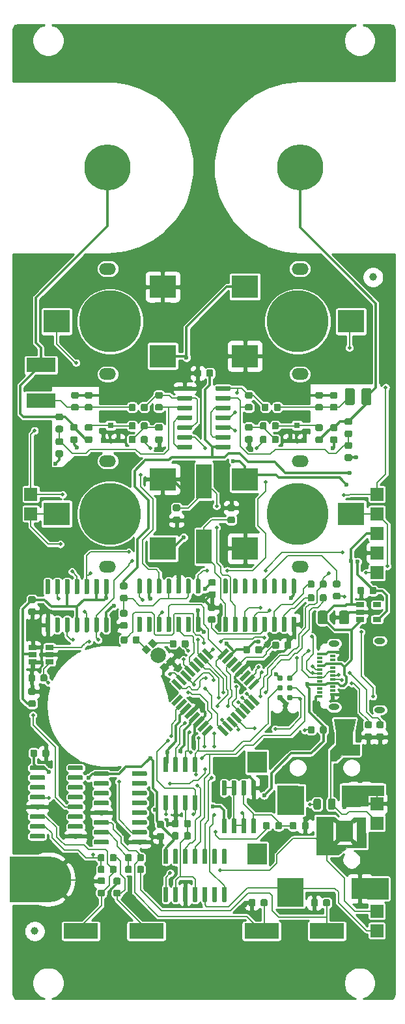
<source format=gbr>
G04 #@! TF.GenerationSoftware,KiCad,Pcbnew,5.1.5+dfsg1-2build2*
G04 #@! TF.CreationDate,2021-03-30T16:00:19+02:00*
G04 #@! TF.ProjectId,OpenThereminV4,4f70656e-5468-4657-9265-6d696e56342e,rev?*
G04 #@! TF.SameCoordinates,Original*
G04 #@! TF.FileFunction,Copper,L2,Bot*
G04 #@! TF.FilePolarity,Positive*
%FSLAX46Y46*%
G04 Gerber Fmt 4.6, Leading zero omitted, Abs format (unit mm)*
G04 Created by KiCad (PCBNEW 5.1.5+dfsg1-2build2) date 2021-03-30 16:00:19*
%MOMM*%
%LPD*%
G04 APERTURE LIST*
%ADD10C,0.100000*%
%ADD11R,5.000000X6.000000*%
%ADD12C,6.000000*%
%ADD13O,2.200000X1.500000*%
%ADD14R,3.500000X3.000000*%
%ADD15C,8.000000*%
%ADD16R,0.800100X0.800100*%
%ADD17R,3.810000X1.930400*%
%ADD18R,0.700000X0.300000*%
%ADD19O,1.400000X0.800000*%
%ADD20R,2.200000X2.800000*%
%ADD21R,2.600000X2.800000*%
%ADD22R,2.800000X2.800000*%
%ADD23R,4.500000X2.000000*%
%ADD24R,2.000000X4.500000*%
%ADD25R,1.060000X0.650000*%
%ADD26C,0.787400*%
%ADD27C,2.000000*%
%ADD28R,1.700000X1.700000*%
%ADD29C,1.000000*%
%ADD30C,0.600000*%
%ADD31C,0.500000*%
%ADD32C,0.200000*%
%ADD33C,0.300000*%
%ADD34C,0.254000*%
G04 APERTURE END LIST*
D10*
G36*
X123368000Y-137312600D02*
G01*
X122555200Y-137312600D01*
X122555200Y-137871400D01*
X122402800Y-137871400D01*
X122402800Y-137312600D01*
X121234400Y-137312600D01*
X121259800Y-138735000D01*
X119380200Y-138760400D01*
X117907000Y-138785800D01*
X117907000Y-136042600D01*
X123368000Y-136042600D01*
X123368000Y-137312600D01*
G37*
X123368000Y-137312600D02*
X122555200Y-137312600D01*
X122555200Y-137871400D01*
X122402800Y-137871400D01*
X122402800Y-137312600D01*
X121234400Y-137312600D01*
X121259800Y-138735000D01*
X119380200Y-138760400D01*
X117907000Y-138785800D01*
X117907000Y-136042600D01*
X123368000Y-136042600D01*
X123368000Y-137312600D01*
G36*
X112890500Y-151760000D02*
G01*
X109525000Y-151760000D01*
X109525000Y-148077000D01*
X112890500Y-148077000D01*
X112890500Y-151760000D01*
G37*
X112890500Y-151760000D02*
X109525000Y-151760000D01*
X109525000Y-148077000D01*
X112890500Y-148077000D01*
X112890500Y-151760000D01*
G36*
X112954000Y-139822000D02*
G01*
X109588500Y-139822000D01*
X109588500Y-136139000D01*
X112954000Y-136139000D01*
X112954000Y-139822000D01*
G37*
X112954000Y-139822000D02*
X109588500Y-139822000D01*
X109588500Y-136139000D01*
X112954000Y-136139000D01*
X112954000Y-139822000D01*
G36*
X123939500Y-150807500D02*
G01*
X121272500Y-150807500D01*
X121272500Y-148140500D01*
X123939500Y-148140500D01*
X123939500Y-150807500D01*
G37*
X123939500Y-150807500D02*
X121272500Y-150807500D01*
X121272500Y-148140500D01*
X123939500Y-148140500D01*
X123939500Y-150807500D01*
G36*
X117780000Y-140838000D02*
G01*
X117399000Y-141155500D01*
X116764000Y-140647500D01*
X116764000Y-143378000D01*
X117335500Y-143124000D01*
X117589500Y-143378000D01*
X117145000Y-143822500D01*
X119367500Y-143822500D01*
X119050000Y-143314500D01*
X119367500Y-143060500D01*
X119875500Y-143441500D01*
X119875500Y-140711000D01*
X119304000Y-141028500D01*
X118986500Y-140711000D01*
X119431000Y-140203000D01*
X121018500Y-140203000D01*
X121105812Y-144140000D01*
X118605500Y-144140000D01*
X117526000Y-145029000D01*
X114605000Y-145029000D01*
X114605000Y-140139500D01*
X116954500Y-140139500D01*
X117780000Y-140838000D01*
G37*
X117780000Y-140838000D02*
X117399000Y-141155500D01*
X116764000Y-140647500D01*
X116764000Y-143378000D01*
X117335500Y-143124000D01*
X117589500Y-143378000D01*
X117145000Y-143822500D01*
X119367500Y-143822500D01*
X119050000Y-143314500D01*
X119367500Y-143060500D01*
X119875500Y-143441500D01*
X119875500Y-140711000D01*
X119304000Y-141028500D01*
X118986500Y-140711000D01*
X119431000Y-140203000D01*
X121018500Y-140203000D01*
X121105812Y-144140000D01*
X118605500Y-144140000D01*
X117526000Y-145029000D01*
X114605000Y-145029000D01*
X114605000Y-140139500D01*
X116954500Y-140139500D01*
X117780000Y-140838000D01*
G36*
X120193000Y-132075000D02*
G01*
X118034000Y-132075000D01*
X117208500Y-132900500D01*
X116383000Y-132900500D01*
X116383000Y-131503500D01*
X117208500Y-130741500D01*
X120193000Y-130741500D01*
X120193000Y-132075000D01*
G37*
X120193000Y-132075000D02*
X118034000Y-132075000D01*
X117208500Y-132900500D01*
X116383000Y-132900500D01*
X116383000Y-131503500D01*
X117208500Y-130741500D01*
X120193000Y-130741500D01*
X120193000Y-132075000D01*
G36*
X119367500Y-128963500D02*
G01*
X117208500Y-128963500D01*
X116954500Y-127439500D01*
X119685000Y-127439500D01*
X119367500Y-128963500D01*
G37*
X119367500Y-128963500D02*
X117208500Y-128963500D01*
X116954500Y-127439500D01*
X119685000Y-127439500D01*
X119367500Y-128963500D01*
D11*
X77250000Y-148250000D03*
D12*
X79750000Y-148250000D03*
D13*
X112500000Y-82600000D03*
X112500000Y-68900000D03*
D14*
X119150000Y-75750000D03*
X105350000Y-80250000D03*
X105350000Y-71250000D03*
D15*
X112200000Y-75750000D03*
D13*
X87500000Y-68900000D03*
X87500000Y-82600000D03*
D14*
X80850000Y-75750000D03*
X94650000Y-71250000D03*
X94650000Y-80250000D03*
D15*
X87800000Y-75750000D03*
D13*
X87500000Y-93900000D03*
X87500000Y-107600000D03*
D14*
X80850000Y-100750000D03*
X94650000Y-96250000D03*
X94650000Y-105250000D03*
D15*
X87800000Y-100750000D03*
D13*
X112500000Y-107600000D03*
X112500000Y-93900000D03*
D14*
X119150000Y-100750000D03*
X105350000Y-105250000D03*
X105350000Y-96250000D03*
D15*
X112200000Y-100750000D03*
G04 #@! TA.AperFunction,SMDPad,CuDef*
D10*
G36*
X100097503Y-129685996D02*
G01*
X99708594Y-129297087D01*
X100839965Y-128165716D01*
X101228874Y-128554625D01*
X100097503Y-129685996D01*
G37*
G04 #@! TD.AperFunction*
G04 #@! TA.AperFunction,SMDPad,CuDef*
G36*
X99531818Y-129120310D02*
G01*
X99142909Y-128731401D01*
X100274280Y-127600030D01*
X100663189Y-127988939D01*
X99531818Y-129120310D01*
G37*
G04 #@! TD.AperFunction*
G04 #@! TA.AperFunction,SMDPad,CuDef*
G36*
X98966132Y-128554625D02*
G01*
X98577223Y-128165716D01*
X99708594Y-127034345D01*
X100097503Y-127423254D01*
X98966132Y-128554625D01*
G37*
G04 #@! TD.AperFunction*
G04 #@! TA.AperFunction,SMDPad,CuDef*
G36*
X98400447Y-127988940D02*
G01*
X98011538Y-127600031D01*
X99142909Y-126468660D01*
X99531818Y-126857569D01*
X98400447Y-127988940D01*
G37*
G04 #@! TD.AperFunction*
G04 #@! TA.AperFunction,SMDPad,CuDef*
G36*
X97834761Y-127423254D02*
G01*
X97445852Y-127034345D01*
X98577223Y-125902974D01*
X98966132Y-126291883D01*
X97834761Y-127423254D01*
G37*
G04 #@! TD.AperFunction*
G04 #@! TA.AperFunction,SMDPad,CuDef*
G36*
X97269076Y-126857569D02*
G01*
X96880167Y-126468660D01*
X98011538Y-125337289D01*
X98400447Y-125726198D01*
X97269076Y-126857569D01*
G37*
G04 #@! TD.AperFunction*
G04 #@! TA.AperFunction,SMDPad,CuDef*
G36*
X96703391Y-126291883D02*
G01*
X96314482Y-125902974D01*
X97445853Y-124771603D01*
X97834762Y-125160512D01*
X96703391Y-126291883D01*
G37*
G04 #@! TD.AperFunction*
G04 #@! TA.AperFunction,SMDPad,CuDef*
G36*
X96137705Y-125726198D02*
G01*
X95748796Y-125337289D01*
X96880167Y-124205918D01*
X97269076Y-124594827D01*
X96137705Y-125726198D01*
G37*
G04 #@! TD.AperFunction*
G04 #@! TA.AperFunction,SMDPad,CuDef*
G36*
X95748796Y-122544217D02*
G01*
X96137705Y-122155308D01*
X97269076Y-123286679D01*
X96880167Y-123675588D01*
X95748796Y-122544217D01*
G37*
G04 #@! TD.AperFunction*
G04 #@! TA.AperFunction,SMDPad,CuDef*
G36*
X96314482Y-121978532D02*
G01*
X96703391Y-121589623D01*
X97834762Y-122720994D01*
X97445853Y-123109903D01*
X96314482Y-121978532D01*
G37*
G04 #@! TD.AperFunction*
G04 #@! TA.AperFunction,SMDPad,CuDef*
G36*
X96880167Y-121412846D02*
G01*
X97269076Y-121023937D01*
X98400447Y-122155308D01*
X98011538Y-122544217D01*
X96880167Y-121412846D01*
G37*
G04 #@! TD.AperFunction*
G04 #@! TA.AperFunction,SMDPad,CuDef*
G36*
X97445852Y-120847161D02*
G01*
X97834761Y-120458252D01*
X98966132Y-121589623D01*
X98577223Y-121978532D01*
X97445852Y-120847161D01*
G37*
G04 #@! TD.AperFunction*
G04 #@! TA.AperFunction,SMDPad,CuDef*
G36*
X98011538Y-120281475D02*
G01*
X98400447Y-119892566D01*
X99531818Y-121023937D01*
X99142909Y-121412846D01*
X98011538Y-120281475D01*
G37*
G04 #@! TD.AperFunction*
G04 #@! TA.AperFunction,SMDPad,CuDef*
G36*
X98577223Y-119715790D02*
G01*
X98966132Y-119326881D01*
X100097503Y-120458252D01*
X99708594Y-120847161D01*
X98577223Y-119715790D01*
G37*
G04 #@! TD.AperFunction*
G04 #@! TA.AperFunction,SMDPad,CuDef*
G36*
X99142909Y-119150105D02*
G01*
X99531818Y-118761196D01*
X100663189Y-119892567D01*
X100274280Y-120281476D01*
X99142909Y-119150105D01*
G37*
G04 #@! TD.AperFunction*
G04 #@! TA.AperFunction,SMDPad,CuDef*
G36*
X99708594Y-118584419D02*
G01*
X100097503Y-118195510D01*
X101228874Y-119326881D01*
X100839965Y-119715790D01*
X99708594Y-118584419D01*
G37*
G04 #@! TD.AperFunction*
G04 #@! TA.AperFunction,SMDPad,CuDef*
G36*
X102148113Y-119715790D02*
G01*
X101759204Y-119326881D01*
X102890575Y-118195510D01*
X103279484Y-118584419D01*
X102148113Y-119715790D01*
G37*
G04 #@! TD.AperFunction*
G04 #@! TA.AperFunction,SMDPad,CuDef*
G36*
X102713798Y-120281476D02*
G01*
X102324889Y-119892567D01*
X103456260Y-118761196D01*
X103845169Y-119150105D01*
X102713798Y-120281476D01*
G37*
G04 #@! TD.AperFunction*
G04 #@! TA.AperFunction,SMDPad,CuDef*
G36*
X103279484Y-120847161D02*
G01*
X102890575Y-120458252D01*
X104021946Y-119326881D01*
X104410855Y-119715790D01*
X103279484Y-120847161D01*
G37*
G04 #@! TD.AperFunction*
G04 #@! TA.AperFunction,SMDPad,CuDef*
G36*
X103845169Y-121412846D02*
G01*
X103456260Y-121023937D01*
X104587631Y-119892566D01*
X104976540Y-120281475D01*
X103845169Y-121412846D01*
G37*
G04 #@! TD.AperFunction*
G04 #@! TA.AperFunction,SMDPad,CuDef*
G36*
X104410855Y-121978532D02*
G01*
X104021946Y-121589623D01*
X105153317Y-120458252D01*
X105542226Y-120847161D01*
X104410855Y-121978532D01*
G37*
G04 #@! TD.AperFunction*
G04 #@! TA.AperFunction,SMDPad,CuDef*
G36*
X104976540Y-122544217D02*
G01*
X104587631Y-122155308D01*
X105719002Y-121023937D01*
X106107911Y-121412846D01*
X104976540Y-122544217D01*
G37*
G04 #@! TD.AperFunction*
G04 #@! TA.AperFunction,SMDPad,CuDef*
G36*
X105542225Y-123109903D02*
G01*
X105153316Y-122720994D01*
X106284687Y-121589623D01*
X106673596Y-121978532D01*
X105542225Y-123109903D01*
G37*
G04 #@! TD.AperFunction*
G04 #@! TA.AperFunction,SMDPad,CuDef*
G36*
X106107911Y-123675588D02*
G01*
X105719002Y-123286679D01*
X106850373Y-122155308D01*
X107239282Y-122544217D01*
X106107911Y-123675588D01*
G37*
G04 #@! TD.AperFunction*
G04 #@! TA.AperFunction,SMDPad,CuDef*
G36*
X105719002Y-124594827D02*
G01*
X106107911Y-124205918D01*
X107239282Y-125337289D01*
X106850373Y-125726198D01*
X105719002Y-124594827D01*
G37*
G04 #@! TD.AperFunction*
G04 #@! TA.AperFunction,SMDPad,CuDef*
G36*
X105153316Y-125160512D02*
G01*
X105542225Y-124771603D01*
X106673596Y-125902974D01*
X106284687Y-126291883D01*
X105153316Y-125160512D01*
G37*
G04 #@! TD.AperFunction*
G04 #@! TA.AperFunction,SMDPad,CuDef*
G36*
X104587631Y-125726198D02*
G01*
X104976540Y-125337289D01*
X106107911Y-126468660D01*
X105719002Y-126857569D01*
X104587631Y-125726198D01*
G37*
G04 #@! TD.AperFunction*
G04 #@! TA.AperFunction,SMDPad,CuDef*
G36*
X104021946Y-126291883D02*
G01*
X104410855Y-125902974D01*
X105542226Y-127034345D01*
X105153317Y-127423254D01*
X104021946Y-126291883D01*
G37*
G04 #@! TD.AperFunction*
G04 #@! TA.AperFunction,SMDPad,CuDef*
G36*
X103456260Y-126857569D02*
G01*
X103845169Y-126468660D01*
X104976540Y-127600031D01*
X104587631Y-127988940D01*
X103456260Y-126857569D01*
G37*
G04 #@! TD.AperFunction*
G04 #@! TA.AperFunction,SMDPad,CuDef*
G36*
X102890575Y-127423254D02*
G01*
X103279484Y-127034345D01*
X104410855Y-128165716D01*
X104021946Y-128554625D01*
X102890575Y-127423254D01*
G37*
G04 #@! TD.AperFunction*
G04 #@! TA.AperFunction,SMDPad,CuDef*
G36*
X102324889Y-127988939D02*
G01*
X102713798Y-127600030D01*
X103845169Y-128731401D01*
X103456260Y-129120310D01*
X102324889Y-127988939D01*
G37*
G04 #@! TD.AperFunction*
G04 #@! TA.AperFunction,SMDPad,CuDef*
G36*
X101759204Y-128554625D02*
G01*
X102148113Y-128165716D01*
X103279484Y-129297087D01*
X102890575Y-129685996D01*
X101759204Y-128554625D01*
G37*
G04 #@! TD.AperFunction*
G04 #@! TA.AperFunction,SMDPad,CuDef*
G36*
X83386691Y-90673553D02*
G01*
X83407926Y-90676703D01*
X83428750Y-90681919D01*
X83448962Y-90689151D01*
X83468368Y-90698330D01*
X83486781Y-90709366D01*
X83504024Y-90722154D01*
X83519930Y-90736570D01*
X83534346Y-90752476D01*
X83547134Y-90769719D01*
X83558170Y-90788132D01*
X83567349Y-90807538D01*
X83574581Y-90827750D01*
X83579797Y-90848574D01*
X83582947Y-90869809D01*
X83584000Y-90891250D01*
X83584000Y-91328750D01*
X83582947Y-91350191D01*
X83579797Y-91371426D01*
X83574581Y-91392250D01*
X83567349Y-91412462D01*
X83558170Y-91431868D01*
X83547134Y-91450281D01*
X83534346Y-91467524D01*
X83519930Y-91483430D01*
X83504024Y-91497846D01*
X83486781Y-91510634D01*
X83468368Y-91521670D01*
X83448962Y-91530849D01*
X83428750Y-91538081D01*
X83407926Y-91543297D01*
X83386691Y-91546447D01*
X83365250Y-91547500D01*
X82852750Y-91547500D01*
X82831309Y-91546447D01*
X82810074Y-91543297D01*
X82789250Y-91538081D01*
X82769038Y-91530849D01*
X82749632Y-91521670D01*
X82731219Y-91510634D01*
X82713976Y-91497846D01*
X82698070Y-91483430D01*
X82683654Y-91467524D01*
X82670866Y-91450281D01*
X82659830Y-91431868D01*
X82650651Y-91412462D01*
X82643419Y-91392250D01*
X82638203Y-91371426D01*
X82635053Y-91350191D01*
X82634000Y-91328750D01*
X82634000Y-90891250D01*
X82635053Y-90869809D01*
X82638203Y-90848574D01*
X82643419Y-90827750D01*
X82650651Y-90807538D01*
X82659830Y-90788132D01*
X82670866Y-90769719D01*
X82683654Y-90752476D01*
X82698070Y-90736570D01*
X82713976Y-90722154D01*
X82731219Y-90709366D01*
X82749632Y-90698330D01*
X82769038Y-90689151D01*
X82789250Y-90681919D01*
X82810074Y-90676703D01*
X82831309Y-90673553D01*
X82852750Y-90672500D01*
X83365250Y-90672500D01*
X83386691Y-90673553D01*
G37*
G04 #@! TD.AperFunction*
G04 #@! TA.AperFunction,SMDPad,CuDef*
G36*
X83386691Y-89098553D02*
G01*
X83407926Y-89101703D01*
X83428750Y-89106919D01*
X83448962Y-89114151D01*
X83468368Y-89123330D01*
X83486781Y-89134366D01*
X83504024Y-89147154D01*
X83519930Y-89161570D01*
X83534346Y-89177476D01*
X83547134Y-89194719D01*
X83558170Y-89213132D01*
X83567349Y-89232538D01*
X83574581Y-89252750D01*
X83579797Y-89273574D01*
X83582947Y-89294809D01*
X83584000Y-89316250D01*
X83584000Y-89753750D01*
X83582947Y-89775191D01*
X83579797Y-89796426D01*
X83574581Y-89817250D01*
X83567349Y-89837462D01*
X83558170Y-89856868D01*
X83547134Y-89875281D01*
X83534346Y-89892524D01*
X83519930Y-89908430D01*
X83504024Y-89922846D01*
X83486781Y-89935634D01*
X83468368Y-89946670D01*
X83448962Y-89955849D01*
X83428750Y-89963081D01*
X83407926Y-89968297D01*
X83386691Y-89971447D01*
X83365250Y-89972500D01*
X82852750Y-89972500D01*
X82831309Y-89971447D01*
X82810074Y-89968297D01*
X82789250Y-89963081D01*
X82769038Y-89955849D01*
X82749632Y-89946670D01*
X82731219Y-89935634D01*
X82713976Y-89922846D01*
X82698070Y-89908430D01*
X82683654Y-89892524D01*
X82670866Y-89875281D01*
X82659830Y-89856868D01*
X82650651Y-89837462D01*
X82643419Y-89817250D01*
X82638203Y-89796426D01*
X82635053Y-89775191D01*
X82634000Y-89753750D01*
X82634000Y-89316250D01*
X82635053Y-89294809D01*
X82638203Y-89273574D01*
X82643419Y-89252750D01*
X82650651Y-89232538D01*
X82659830Y-89213132D01*
X82670866Y-89194719D01*
X82683654Y-89177476D01*
X82698070Y-89161570D01*
X82713976Y-89147154D01*
X82731219Y-89134366D01*
X82749632Y-89123330D01*
X82769038Y-89114151D01*
X82789250Y-89106919D01*
X82810074Y-89101703D01*
X82831309Y-89098553D01*
X82852750Y-89097500D01*
X83365250Y-89097500D01*
X83386691Y-89098553D01*
G37*
G04 #@! TD.AperFunction*
G04 #@! TA.AperFunction,SMDPad,CuDef*
G36*
X117168691Y-86482553D02*
G01*
X117189926Y-86485703D01*
X117210750Y-86490919D01*
X117230962Y-86498151D01*
X117250368Y-86507330D01*
X117268781Y-86518366D01*
X117286024Y-86531154D01*
X117301930Y-86545570D01*
X117316346Y-86561476D01*
X117329134Y-86578719D01*
X117340170Y-86597132D01*
X117349349Y-86616538D01*
X117356581Y-86636750D01*
X117361797Y-86657574D01*
X117364947Y-86678809D01*
X117366000Y-86700250D01*
X117366000Y-87137750D01*
X117364947Y-87159191D01*
X117361797Y-87180426D01*
X117356581Y-87201250D01*
X117349349Y-87221462D01*
X117340170Y-87240868D01*
X117329134Y-87259281D01*
X117316346Y-87276524D01*
X117301930Y-87292430D01*
X117286024Y-87306846D01*
X117268781Y-87319634D01*
X117250368Y-87330670D01*
X117230962Y-87339849D01*
X117210750Y-87347081D01*
X117189926Y-87352297D01*
X117168691Y-87355447D01*
X117147250Y-87356500D01*
X116634750Y-87356500D01*
X116613309Y-87355447D01*
X116592074Y-87352297D01*
X116571250Y-87347081D01*
X116551038Y-87339849D01*
X116531632Y-87330670D01*
X116513219Y-87319634D01*
X116495976Y-87306846D01*
X116480070Y-87292430D01*
X116465654Y-87276524D01*
X116452866Y-87259281D01*
X116441830Y-87240868D01*
X116432651Y-87221462D01*
X116425419Y-87201250D01*
X116420203Y-87180426D01*
X116417053Y-87159191D01*
X116416000Y-87137750D01*
X116416000Y-86700250D01*
X116417053Y-86678809D01*
X116420203Y-86657574D01*
X116425419Y-86636750D01*
X116432651Y-86616538D01*
X116441830Y-86597132D01*
X116452866Y-86578719D01*
X116465654Y-86561476D01*
X116480070Y-86545570D01*
X116495976Y-86531154D01*
X116513219Y-86518366D01*
X116531632Y-86507330D01*
X116551038Y-86498151D01*
X116571250Y-86490919D01*
X116592074Y-86485703D01*
X116613309Y-86482553D01*
X116634750Y-86481500D01*
X117147250Y-86481500D01*
X117168691Y-86482553D01*
G37*
G04 #@! TD.AperFunction*
G04 #@! TA.AperFunction,SMDPad,CuDef*
G36*
X117168691Y-84907553D02*
G01*
X117189926Y-84910703D01*
X117210750Y-84915919D01*
X117230962Y-84923151D01*
X117250368Y-84932330D01*
X117268781Y-84943366D01*
X117286024Y-84956154D01*
X117301930Y-84970570D01*
X117316346Y-84986476D01*
X117329134Y-85003719D01*
X117340170Y-85022132D01*
X117349349Y-85041538D01*
X117356581Y-85061750D01*
X117361797Y-85082574D01*
X117364947Y-85103809D01*
X117366000Y-85125250D01*
X117366000Y-85562750D01*
X117364947Y-85584191D01*
X117361797Y-85605426D01*
X117356581Y-85626250D01*
X117349349Y-85646462D01*
X117340170Y-85665868D01*
X117329134Y-85684281D01*
X117316346Y-85701524D01*
X117301930Y-85717430D01*
X117286024Y-85731846D01*
X117268781Y-85744634D01*
X117250368Y-85755670D01*
X117230962Y-85764849D01*
X117210750Y-85772081D01*
X117189926Y-85777297D01*
X117168691Y-85780447D01*
X117147250Y-85781500D01*
X116634750Y-85781500D01*
X116613309Y-85780447D01*
X116592074Y-85777297D01*
X116571250Y-85772081D01*
X116551038Y-85764849D01*
X116531632Y-85755670D01*
X116513219Y-85744634D01*
X116495976Y-85731846D01*
X116480070Y-85717430D01*
X116465654Y-85701524D01*
X116452866Y-85684281D01*
X116441830Y-85665868D01*
X116432651Y-85646462D01*
X116425419Y-85626250D01*
X116420203Y-85605426D01*
X116417053Y-85584191D01*
X116416000Y-85562750D01*
X116416000Y-85125250D01*
X116417053Y-85103809D01*
X116420203Y-85082574D01*
X116425419Y-85061750D01*
X116432651Y-85041538D01*
X116441830Y-85022132D01*
X116452866Y-85003719D01*
X116465654Y-84986476D01*
X116480070Y-84970570D01*
X116495976Y-84956154D01*
X116513219Y-84943366D01*
X116531632Y-84932330D01*
X116551038Y-84923151D01*
X116571250Y-84915919D01*
X116592074Y-84910703D01*
X116613309Y-84907553D01*
X116634750Y-84906500D01*
X117147250Y-84906500D01*
X117168691Y-84907553D01*
G37*
G04 #@! TD.AperFunction*
G04 #@! TA.AperFunction,SMDPad,CuDef*
G36*
X107961691Y-88858053D02*
G01*
X107982926Y-88861203D01*
X108003750Y-88866419D01*
X108023962Y-88873651D01*
X108043368Y-88882830D01*
X108061781Y-88893866D01*
X108079024Y-88906654D01*
X108094930Y-88921070D01*
X108109346Y-88936976D01*
X108122134Y-88954219D01*
X108133170Y-88972632D01*
X108142349Y-88992038D01*
X108149581Y-89012250D01*
X108154797Y-89033074D01*
X108157947Y-89054309D01*
X108159000Y-89075750D01*
X108159000Y-89588250D01*
X108157947Y-89609691D01*
X108154797Y-89630926D01*
X108149581Y-89651750D01*
X108142349Y-89671962D01*
X108133170Y-89691368D01*
X108122134Y-89709781D01*
X108109346Y-89727024D01*
X108094930Y-89742930D01*
X108079024Y-89757346D01*
X108061781Y-89770134D01*
X108043368Y-89781170D01*
X108023962Y-89790349D01*
X108003750Y-89797581D01*
X107982926Y-89802797D01*
X107961691Y-89805947D01*
X107940250Y-89807000D01*
X107502750Y-89807000D01*
X107481309Y-89805947D01*
X107460074Y-89802797D01*
X107439250Y-89797581D01*
X107419038Y-89790349D01*
X107399632Y-89781170D01*
X107381219Y-89770134D01*
X107363976Y-89757346D01*
X107348070Y-89742930D01*
X107333654Y-89727024D01*
X107320866Y-89709781D01*
X107309830Y-89691368D01*
X107300651Y-89671962D01*
X107293419Y-89651750D01*
X107288203Y-89630926D01*
X107285053Y-89609691D01*
X107284000Y-89588250D01*
X107284000Y-89075750D01*
X107285053Y-89054309D01*
X107288203Y-89033074D01*
X107293419Y-89012250D01*
X107300651Y-88992038D01*
X107309830Y-88972632D01*
X107320866Y-88954219D01*
X107333654Y-88936976D01*
X107348070Y-88921070D01*
X107363976Y-88906654D01*
X107381219Y-88893866D01*
X107399632Y-88882830D01*
X107419038Y-88873651D01*
X107439250Y-88866419D01*
X107460074Y-88861203D01*
X107481309Y-88858053D01*
X107502750Y-88857000D01*
X107940250Y-88857000D01*
X107961691Y-88858053D01*
G37*
G04 #@! TD.AperFunction*
G04 #@! TA.AperFunction,SMDPad,CuDef*
G36*
X109536691Y-88858053D02*
G01*
X109557926Y-88861203D01*
X109578750Y-88866419D01*
X109598962Y-88873651D01*
X109618368Y-88882830D01*
X109636781Y-88893866D01*
X109654024Y-88906654D01*
X109669930Y-88921070D01*
X109684346Y-88936976D01*
X109697134Y-88954219D01*
X109708170Y-88972632D01*
X109717349Y-88992038D01*
X109724581Y-89012250D01*
X109729797Y-89033074D01*
X109732947Y-89054309D01*
X109734000Y-89075750D01*
X109734000Y-89588250D01*
X109732947Y-89609691D01*
X109729797Y-89630926D01*
X109724581Y-89651750D01*
X109717349Y-89671962D01*
X109708170Y-89691368D01*
X109697134Y-89709781D01*
X109684346Y-89727024D01*
X109669930Y-89742930D01*
X109654024Y-89757346D01*
X109636781Y-89770134D01*
X109618368Y-89781170D01*
X109598962Y-89790349D01*
X109578750Y-89797581D01*
X109557926Y-89802797D01*
X109536691Y-89805947D01*
X109515250Y-89807000D01*
X109077750Y-89807000D01*
X109056309Y-89805947D01*
X109035074Y-89802797D01*
X109014250Y-89797581D01*
X108994038Y-89790349D01*
X108974632Y-89781170D01*
X108956219Y-89770134D01*
X108938976Y-89757346D01*
X108923070Y-89742930D01*
X108908654Y-89727024D01*
X108895866Y-89709781D01*
X108884830Y-89691368D01*
X108875651Y-89671962D01*
X108868419Y-89651750D01*
X108863203Y-89630926D01*
X108860053Y-89609691D01*
X108859000Y-89588250D01*
X108859000Y-89075750D01*
X108860053Y-89054309D01*
X108863203Y-89033074D01*
X108868419Y-89012250D01*
X108875651Y-88992038D01*
X108884830Y-88972632D01*
X108895866Y-88954219D01*
X108908654Y-88936976D01*
X108923070Y-88921070D01*
X108938976Y-88906654D01*
X108956219Y-88893866D01*
X108974632Y-88882830D01*
X108994038Y-88873651D01*
X109014250Y-88866419D01*
X109035074Y-88861203D01*
X109056309Y-88858053D01*
X109077750Y-88857000D01*
X109515250Y-88857000D01*
X109536691Y-88858053D01*
G37*
G04 #@! TD.AperFunction*
G04 #@! TA.AperFunction,SMDPad,CuDef*
G36*
X115263691Y-90699053D02*
G01*
X115284926Y-90702203D01*
X115305750Y-90707419D01*
X115325962Y-90714651D01*
X115345368Y-90723830D01*
X115363781Y-90734866D01*
X115381024Y-90747654D01*
X115396930Y-90762070D01*
X115411346Y-90777976D01*
X115424134Y-90795219D01*
X115435170Y-90813632D01*
X115444349Y-90833038D01*
X115451581Y-90853250D01*
X115456797Y-90874074D01*
X115459947Y-90895309D01*
X115461000Y-90916750D01*
X115461000Y-91354250D01*
X115459947Y-91375691D01*
X115456797Y-91396926D01*
X115451581Y-91417750D01*
X115444349Y-91437962D01*
X115435170Y-91457368D01*
X115424134Y-91475781D01*
X115411346Y-91493024D01*
X115396930Y-91508930D01*
X115381024Y-91523346D01*
X115363781Y-91536134D01*
X115345368Y-91547170D01*
X115325962Y-91556349D01*
X115305750Y-91563581D01*
X115284926Y-91568797D01*
X115263691Y-91571947D01*
X115242250Y-91573000D01*
X114729750Y-91573000D01*
X114708309Y-91571947D01*
X114687074Y-91568797D01*
X114666250Y-91563581D01*
X114646038Y-91556349D01*
X114626632Y-91547170D01*
X114608219Y-91536134D01*
X114590976Y-91523346D01*
X114575070Y-91508930D01*
X114560654Y-91493024D01*
X114547866Y-91475781D01*
X114536830Y-91457368D01*
X114527651Y-91437962D01*
X114520419Y-91417750D01*
X114515203Y-91396926D01*
X114512053Y-91375691D01*
X114511000Y-91354250D01*
X114511000Y-90916750D01*
X114512053Y-90895309D01*
X114515203Y-90874074D01*
X114520419Y-90853250D01*
X114527651Y-90833038D01*
X114536830Y-90813632D01*
X114547866Y-90795219D01*
X114560654Y-90777976D01*
X114575070Y-90762070D01*
X114590976Y-90747654D01*
X114608219Y-90734866D01*
X114626632Y-90723830D01*
X114646038Y-90714651D01*
X114666250Y-90707419D01*
X114687074Y-90702203D01*
X114708309Y-90699053D01*
X114729750Y-90698000D01*
X115242250Y-90698000D01*
X115263691Y-90699053D01*
G37*
G04 #@! TD.AperFunction*
G04 #@! TA.AperFunction,SMDPad,CuDef*
G36*
X115263691Y-89124053D02*
G01*
X115284926Y-89127203D01*
X115305750Y-89132419D01*
X115325962Y-89139651D01*
X115345368Y-89148830D01*
X115363781Y-89159866D01*
X115381024Y-89172654D01*
X115396930Y-89187070D01*
X115411346Y-89202976D01*
X115424134Y-89220219D01*
X115435170Y-89238632D01*
X115444349Y-89258038D01*
X115451581Y-89278250D01*
X115456797Y-89299074D01*
X115459947Y-89320309D01*
X115461000Y-89341750D01*
X115461000Y-89779250D01*
X115459947Y-89800691D01*
X115456797Y-89821926D01*
X115451581Y-89842750D01*
X115444349Y-89862962D01*
X115435170Y-89882368D01*
X115424134Y-89900781D01*
X115411346Y-89918024D01*
X115396930Y-89933930D01*
X115381024Y-89948346D01*
X115363781Y-89961134D01*
X115345368Y-89972170D01*
X115325962Y-89981349D01*
X115305750Y-89988581D01*
X115284926Y-89993797D01*
X115263691Y-89996947D01*
X115242250Y-89998000D01*
X114729750Y-89998000D01*
X114708309Y-89996947D01*
X114687074Y-89993797D01*
X114666250Y-89988581D01*
X114646038Y-89981349D01*
X114626632Y-89972170D01*
X114608219Y-89961134D01*
X114590976Y-89948346D01*
X114575070Y-89933930D01*
X114560654Y-89918024D01*
X114547866Y-89900781D01*
X114536830Y-89882368D01*
X114527651Y-89862962D01*
X114520419Y-89842750D01*
X114515203Y-89821926D01*
X114512053Y-89800691D01*
X114511000Y-89779250D01*
X114511000Y-89341750D01*
X114512053Y-89320309D01*
X114515203Y-89299074D01*
X114520419Y-89278250D01*
X114527651Y-89258038D01*
X114536830Y-89238632D01*
X114547866Y-89220219D01*
X114560654Y-89202976D01*
X114575070Y-89187070D01*
X114590976Y-89172654D01*
X114608219Y-89159866D01*
X114626632Y-89148830D01*
X114646038Y-89139651D01*
X114666250Y-89132419D01*
X114687074Y-89127203D01*
X114708309Y-89124053D01*
X114729750Y-89123000D01*
X115242250Y-89123000D01*
X115263691Y-89124053D01*
G37*
G04 #@! TD.AperFunction*
G04 #@! TA.AperFunction,SMDPad,CuDef*
G36*
X117168691Y-90699053D02*
G01*
X117189926Y-90702203D01*
X117210750Y-90707419D01*
X117230962Y-90714651D01*
X117250368Y-90723830D01*
X117268781Y-90734866D01*
X117286024Y-90747654D01*
X117301930Y-90762070D01*
X117316346Y-90777976D01*
X117329134Y-90795219D01*
X117340170Y-90813632D01*
X117349349Y-90833038D01*
X117356581Y-90853250D01*
X117361797Y-90874074D01*
X117364947Y-90895309D01*
X117366000Y-90916750D01*
X117366000Y-91354250D01*
X117364947Y-91375691D01*
X117361797Y-91396926D01*
X117356581Y-91417750D01*
X117349349Y-91437962D01*
X117340170Y-91457368D01*
X117329134Y-91475781D01*
X117316346Y-91493024D01*
X117301930Y-91508930D01*
X117286024Y-91523346D01*
X117268781Y-91536134D01*
X117250368Y-91547170D01*
X117230962Y-91556349D01*
X117210750Y-91563581D01*
X117189926Y-91568797D01*
X117168691Y-91571947D01*
X117147250Y-91573000D01*
X116634750Y-91573000D01*
X116613309Y-91571947D01*
X116592074Y-91568797D01*
X116571250Y-91563581D01*
X116551038Y-91556349D01*
X116531632Y-91547170D01*
X116513219Y-91536134D01*
X116495976Y-91523346D01*
X116480070Y-91508930D01*
X116465654Y-91493024D01*
X116452866Y-91475781D01*
X116441830Y-91457368D01*
X116432651Y-91437962D01*
X116425419Y-91417750D01*
X116420203Y-91396926D01*
X116417053Y-91375691D01*
X116416000Y-91354250D01*
X116416000Y-90916750D01*
X116417053Y-90895309D01*
X116420203Y-90874074D01*
X116425419Y-90853250D01*
X116432651Y-90833038D01*
X116441830Y-90813632D01*
X116452866Y-90795219D01*
X116465654Y-90777976D01*
X116480070Y-90762070D01*
X116495976Y-90747654D01*
X116513219Y-90734866D01*
X116531632Y-90723830D01*
X116551038Y-90714651D01*
X116571250Y-90707419D01*
X116592074Y-90702203D01*
X116613309Y-90699053D01*
X116634750Y-90698000D01*
X117147250Y-90698000D01*
X117168691Y-90699053D01*
G37*
G04 #@! TD.AperFunction*
G04 #@! TA.AperFunction,SMDPad,CuDef*
G36*
X117168691Y-89124053D02*
G01*
X117189926Y-89127203D01*
X117210750Y-89132419D01*
X117230962Y-89139651D01*
X117250368Y-89148830D01*
X117268781Y-89159866D01*
X117286024Y-89172654D01*
X117301930Y-89187070D01*
X117316346Y-89202976D01*
X117329134Y-89220219D01*
X117340170Y-89238632D01*
X117349349Y-89258038D01*
X117356581Y-89278250D01*
X117361797Y-89299074D01*
X117364947Y-89320309D01*
X117366000Y-89341750D01*
X117366000Y-89779250D01*
X117364947Y-89800691D01*
X117361797Y-89821926D01*
X117356581Y-89842750D01*
X117349349Y-89862962D01*
X117340170Y-89882368D01*
X117329134Y-89900781D01*
X117316346Y-89918024D01*
X117301930Y-89933930D01*
X117286024Y-89948346D01*
X117268781Y-89961134D01*
X117250368Y-89972170D01*
X117230962Y-89981349D01*
X117210750Y-89988581D01*
X117189926Y-89993797D01*
X117168691Y-89996947D01*
X117147250Y-89998000D01*
X116634750Y-89998000D01*
X116613309Y-89996947D01*
X116592074Y-89993797D01*
X116571250Y-89988581D01*
X116551038Y-89981349D01*
X116531632Y-89972170D01*
X116513219Y-89961134D01*
X116495976Y-89948346D01*
X116480070Y-89933930D01*
X116465654Y-89918024D01*
X116452866Y-89900781D01*
X116441830Y-89882368D01*
X116432651Y-89862962D01*
X116425419Y-89842750D01*
X116420203Y-89821926D01*
X116417053Y-89800691D01*
X116416000Y-89779250D01*
X116416000Y-89341750D01*
X116417053Y-89320309D01*
X116420203Y-89299074D01*
X116425419Y-89278250D01*
X116432651Y-89258038D01*
X116441830Y-89238632D01*
X116452866Y-89220219D01*
X116465654Y-89202976D01*
X116480070Y-89187070D01*
X116495976Y-89172654D01*
X116513219Y-89159866D01*
X116531632Y-89148830D01*
X116551038Y-89139651D01*
X116571250Y-89132419D01*
X116592074Y-89127203D01*
X116613309Y-89124053D01*
X116634750Y-89123000D01*
X117147250Y-89123000D01*
X117168691Y-89124053D01*
G37*
G04 #@! TD.AperFunction*
G04 #@! TA.AperFunction,SMDPad,CuDef*
G36*
X119073691Y-91435553D02*
G01*
X119094926Y-91438703D01*
X119115750Y-91443919D01*
X119135962Y-91451151D01*
X119155368Y-91460330D01*
X119173781Y-91471366D01*
X119191024Y-91484154D01*
X119206930Y-91498570D01*
X119221346Y-91514476D01*
X119234134Y-91531719D01*
X119245170Y-91550132D01*
X119254349Y-91569538D01*
X119261581Y-91589750D01*
X119266797Y-91610574D01*
X119269947Y-91631809D01*
X119271000Y-91653250D01*
X119271000Y-92090750D01*
X119269947Y-92112191D01*
X119266797Y-92133426D01*
X119261581Y-92154250D01*
X119254349Y-92174462D01*
X119245170Y-92193868D01*
X119234134Y-92212281D01*
X119221346Y-92229524D01*
X119206930Y-92245430D01*
X119191024Y-92259846D01*
X119173781Y-92272634D01*
X119155368Y-92283670D01*
X119135962Y-92292849D01*
X119115750Y-92300081D01*
X119094926Y-92305297D01*
X119073691Y-92308447D01*
X119052250Y-92309500D01*
X118539750Y-92309500D01*
X118518309Y-92308447D01*
X118497074Y-92305297D01*
X118476250Y-92300081D01*
X118456038Y-92292849D01*
X118436632Y-92283670D01*
X118418219Y-92272634D01*
X118400976Y-92259846D01*
X118385070Y-92245430D01*
X118370654Y-92229524D01*
X118357866Y-92212281D01*
X118346830Y-92193868D01*
X118337651Y-92174462D01*
X118330419Y-92154250D01*
X118325203Y-92133426D01*
X118322053Y-92112191D01*
X118321000Y-92090750D01*
X118321000Y-91653250D01*
X118322053Y-91631809D01*
X118325203Y-91610574D01*
X118330419Y-91589750D01*
X118337651Y-91569538D01*
X118346830Y-91550132D01*
X118357866Y-91531719D01*
X118370654Y-91514476D01*
X118385070Y-91498570D01*
X118400976Y-91484154D01*
X118418219Y-91471366D01*
X118436632Y-91460330D01*
X118456038Y-91451151D01*
X118476250Y-91443919D01*
X118497074Y-91438703D01*
X118518309Y-91435553D01*
X118539750Y-91434500D01*
X119052250Y-91434500D01*
X119073691Y-91435553D01*
G37*
G04 #@! TD.AperFunction*
G04 #@! TA.AperFunction,SMDPad,CuDef*
G36*
X119073691Y-93010553D02*
G01*
X119094926Y-93013703D01*
X119115750Y-93018919D01*
X119135962Y-93026151D01*
X119155368Y-93035330D01*
X119173781Y-93046366D01*
X119191024Y-93059154D01*
X119206930Y-93073570D01*
X119221346Y-93089476D01*
X119234134Y-93106719D01*
X119245170Y-93125132D01*
X119254349Y-93144538D01*
X119261581Y-93164750D01*
X119266797Y-93185574D01*
X119269947Y-93206809D01*
X119271000Y-93228250D01*
X119271000Y-93665750D01*
X119269947Y-93687191D01*
X119266797Y-93708426D01*
X119261581Y-93729250D01*
X119254349Y-93749462D01*
X119245170Y-93768868D01*
X119234134Y-93787281D01*
X119221346Y-93804524D01*
X119206930Y-93820430D01*
X119191024Y-93834846D01*
X119173781Y-93847634D01*
X119155368Y-93858670D01*
X119135962Y-93867849D01*
X119115750Y-93875081D01*
X119094926Y-93880297D01*
X119073691Y-93883447D01*
X119052250Y-93884500D01*
X118539750Y-93884500D01*
X118518309Y-93883447D01*
X118497074Y-93880297D01*
X118476250Y-93875081D01*
X118456038Y-93867849D01*
X118436632Y-93858670D01*
X118418219Y-93847634D01*
X118400976Y-93834846D01*
X118385070Y-93820430D01*
X118370654Y-93804524D01*
X118357866Y-93787281D01*
X118346830Y-93768868D01*
X118337651Y-93749462D01*
X118330419Y-93729250D01*
X118325203Y-93708426D01*
X118322053Y-93687191D01*
X118321000Y-93665750D01*
X118321000Y-93228250D01*
X118322053Y-93206809D01*
X118325203Y-93185574D01*
X118330419Y-93164750D01*
X118337651Y-93144538D01*
X118346830Y-93125132D01*
X118357866Y-93106719D01*
X118370654Y-93089476D01*
X118385070Y-93073570D01*
X118400976Y-93059154D01*
X118418219Y-93046366D01*
X118436632Y-93035330D01*
X118456038Y-93026151D01*
X118476250Y-93018919D01*
X118497074Y-93013703D01*
X118518309Y-93010553D01*
X118539750Y-93009500D01*
X119052250Y-93009500D01*
X119073691Y-93010553D01*
G37*
G04 #@! TD.AperFunction*
D16*
X113076000Y-91250760D03*
X111176000Y-91250760D03*
X112126000Y-89251780D03*
G04 #@! TA.AperFunction,SMDPad,CuDef*
D10*
G36*
X121540504Y-84423204D02*
G01*
X121564773Y-84426804D01*
X121588571Y-84432765D01*
X121611671Y-84441030D01*
X121633849Y-84451520D01*
X121654893Y-84464133D01*
X121674598Y-84478747D01*
X121692777Y-84495223D01*
X121709253Y-84513402D01*
X121723867Y-84533107D01*
X121736480Y-84554151D01*
X121746970Y-84576329D01*
X121755235Y-84599429D01*
X121761196Y-84623227D01*
X121764796Y-84647496D01*
X121766000Y-84672000D01*
X121766000Y-86372000D01*
X121764796Y-86396504D01*
X121761196Y-86420773D01*
X121755235Y-86444571D01*
X121746970Y-86467671D01*
X121736480Y-86489849D01*
X121723867Y-86510893D01*
X121709253Y-86530598D01*
X121692777Y-86548777D01*
X121674598Y-86565253D01*
X121654893Y-86579867D01*
X121633849Y-86592480D01*
X121611671Y-86602970D01*
X121588571Y-86611235D01*
X121564773Y-86617196D01*
X121540504Y-86620796D01*
X121516000Y-86622000D01*
X120766000Y-86622000D01*
X120741496Y-86620796D01*
X120717227Y-86617196D01*
X120693429Y-86611235D01*
X120670329Y-86602970D01*
X120648151Y-86592480D01*
X120627107Y-86579867D01*
X120607402Y-86565253D01*
X120589223Y-86548777D01*
X120572747Y-86530598D01*
X120558133Y-86510893D01*
X120545520Y-86489849D01*
X120535030Y-86467671D01*
X120526765Y-86444571D01*
X120520804Y-86420773D01*
X120517204Y-86396504D01*
X120516000Y-86372000D01*
X120516000Y-84672000D01*
X120517204Y-84647496D01*
X120520804Y-84623227D01*
X120526765Y-84599429D01*
X120535030Y-84576329D01*
X120545520Y-84554151D01*
X120558133Y-84533107D01*
X120572747Y-84513402D01*
X120589223Y-84495223D01*
X120607402Y-84478747D01*
X120627107Y-84464133D01*
X120648151Y-84451520D01*
X120670329Y-84441030D01*
X120693429Y-84432765D01*
X120717227Y-84426804D01*
X120741496Y-84423204D01*
X120766000Y-84422000D01*
X121516000Y-84422000D01*
X121540504Y-84423204D01*
G37*
G04 #@! TD.AperFunction*
G04 #@! TA.AperFunction,SMDPad,CuDef*
G36*
X119390504Y-84423204D02*
G01*
X119414773Y-84426804D01*
X119438571Y-84432765D01*
X119461671Y-84441030D01*
X119483849Y-84451520D01*
X119504893Y-84464133D01*
X119524598Y-84478747D01*
X119542777Y-84495223D01*
X119559253Y-84513402D01*
X119573867Y-84533107D01*
X119586480Y-84554151D01*
X119596970Y-84576329D01*
X119605235Y-84599429D01*
X119611196Y-84623227D01*
X119614796Y-84647496D01*
X119616000Y-84672000D01*
X119616000Y-86372000D01*
X119614796Y-86396504D01*
X119611196Y-86420773D01*
X119605235Y-86444571D01*
X119596970Y-86467671D01*
X119586480Y-86489849D01*
X119573867Y-86510893D01*
X119559253Y-86530598D01*
X119542777Y-86548777D01*
X119524598Y-86565253D01*
X119504893Y-86579867D01*
X119483849Y-86592480D01*
X119461671Y-86602970D01*
X119438571Y-86611235D01*
X119414773Y-86617196D01*
X119390504Y-86620796D01*
X119366000Y-86622000D01*
X118616000Y-86622000D01*
X118591496Y-86620796D01*
X118567227Y-86617196D01*
X118543429Y-86611235D01*
X118520329Y-86602970D01*
X118498151Y-86592480D01*
X118477107Y-86579867D01*
X118457402Y-86565253D01*
X118439223Y-86548777D01*
X118422747Y-86530598D01*
X118408133Y-86510893D01*
X118395520Y-86489849D01*
X118385030Y-86467671D01*
X118376765Y-86444571D01*
X118370804Y-86420773D01*
X118367204Y-86396504D01*
X118366000Y-86372000D01*
X118366000Y-84672000D01*
X118367204Y-84647496D01*
X118370804Y-84623227D01*
X118376765Y-84599429D01*
X118385030Y-84576329D01*
X118395520Y-84554151D01*
X118408133Y-84533107D01*
X118422747Y-84513402D01*
X118439223Y-84495223D01*
X118457402Y-84478747D01*
X118477107Y-84464133D01*
X118498151Y-84451520D01*
X118520329Y-84441030D01*
X118543429Y-84432765D01*
X118567227Y-84426804D01*
X118591496Y-84423204D01*
X118616000Y-84422000D01*
X119366000Y-84422000D01*
X119390504Y-84423204D01*
G37*
G04 #@! TD.AperFunction*
G04 #@! TA.AperFunction,SMDPad,CuDef*
G36*
X115263691Y-84907553D02*
G01*
X115284926Y-84910703D01*
X115305750Y-84915919D01*
X115325962Y-84923151D01*
X115345368Y-84932330D01*
X115363781Y-84943366D01*
X115381024Y-84956154D01*
X115396930Y-84970570D01*
X115411346Y-84986476D01*
X115424134Y-85003719D01*
X115435170Y-85022132D01*
X115444349Y-85041538D01*
X115451581Y-85061750D01*
X115456797Y-85082574D01*
X115459947Y-85103809D01*
X115461000Y-85125250D01*
X115461000Y-85562750D01*
X115459947Y-85584191D01*
X115456797Y-85605426D01*
X115451581Y-85626250D01*
X115444349Y-85646462D01*
X115435170Y-85665868D01*
X115424134Y-85684281D01*
X115411346Y-85701524D01*
X115396930Y-85717430D01*
X115381024Y-85731846D01*
X115363781Y-85744634D01*
X115345368Y-85755670D01*
X115325962Y-85764849D01*
X115305750Y-85772081D01*
X115284926Y-85777297D01*
X115263691Y-85780447D01*
X115242250Y-85781500D01*
X114729750Y-85781500D01*
X114708309Y-85780447D01*
X114687074Y-85777297D01*
X114666250Y-85772081D01*
X114646038Y-85764849D01*
X114626632Y-85755670D01*
X114608219Y-85744634D01*
X114590976Y-85731846D01*
X114575070Y-85717430D01*
X114560654Y-85701524D01*
X114547866Y-85684281D01*
X114536830Y-85665868D01*
X114527651Y-85646462D01*
X114520419Y-85626250D01*
X114515203Y-85605426D01*
X114512053Y-85584191D01*
X114511000Y-85562750D01*
X114511000Y-85125250D01*
X114512053Y-85103809D01*
X114515203Y-85082574D01*
X114520419Y-85061750D01*
X114527651Y-85041538D01*
X114536830Y-85022132D01*
X114547866Y-85003719D01*
X114560654Y-84986476D01*
X114575070Y-84970570D01*
X114590976Y-84956154D01*
X114608219Y-84943366D01*
X114626632Y-84932330D01*
X114646038Y-84923151D01*
X114666250Y-84915919D01*
X114687074Y-84910703D01*
X114708309Y-84907553D01*
X114729750Y-84906500D01*
X115242250Y-84906500D01*
X115263691Y-84907553D01*
G37*
G04 #@! TD.AperFunction*
G04 #@! TA.AperFunction,SMDPad,CuDef*
G36*
X115263691Y-86482553D02*
G01*
X115284926Y-86485703D01*
X115305750Y-86490919D01*
X115325962Y-86498151D01*
X115345368Y-86507330D01*
X115363781Y-86518366D01*
X115381024Y-86531154D01*
X115396930Y-86545570D01*
X115411346Y-86561476D01*
X115424134Y-86578719D01*
X115435170Y-86597132D01*
X115444349Y-86616538D01*
X115451581Y-86636750D01*
X115456797Y-86657574D01*
X115459947Y-86678809D01*
X115461000Y-86700250D01*
X115461000Y-87137750D01*
X115459947Y-87159191D01*
X115456797Y-87180426D01*
X115451581Y-87201250D01*
X115444349Y-87221462D01*
X115435170Y-87240868D01*
X115424134Y-87259281D01*
X115411346Y-87276524D01*
X115396930Y-87292430D01*
X115381024Y-87306846D01*
X115363781Y-87319634D01*
X115345368Y-87330670D01*
X115325962Y-87339849D01*
X115305750Y-87347081D01*
X115284926Y-87352297D01*
X115263691Y-87355447D01*
X115242250Y-87356500D01*
X114729750Y-87356500D01*
X114708309Y-87355447D01*
X114687074Y-87352297D01*
X114666250Y-87347081D01*
X114646038Y-87339849D01*
X114626632Y-87330670D01*
X114608219Y-87319634D01*
X114590976Y-87306846D01*
X114575070Y-87292430D01*
X114560654Y-87276524D01*
X114547866Y-87259281D01*
X114536830Y-87240868D01*
X114527651Y-87221462D01*
X114520419Y-87201250D01*
X114515203Y-87180426D01*
X114512053Y-87159191D01*
X114511000Y-87137750D01*
X114511000Y-86700250D01*
X114512053Y-86678809D01*
X114515203Y-86657574D01*
X114520419Y-86636750D01*
X114527651Y-86616538D01*
X114536830Y-86597132D01*
X114547866Y-86578719D01*
X114560654Y-86561476D01*
X114575070Y-86545570D01*
X114590976Y-86531154D01*
X114608219Y-86518366D01*
X114626632Y-86507330D01*
X114646038Y-86498151D01*
X114666250Y-86490919D01*
X114687074Y-86485703D01*
X114708309Y-86482553D01*
X114729750Y-86481500D01*
X115242250Y-86481500D01*
X115263691Y-86482553D01*
G37*
G04 #@! TD.AperFunction*
G04 #@! TA.AperFunction,SMDPad,CuDef*
G36*
X119073691Y-88336553D02*
G01*
X119094926Y-88339703D01*
X119115750Y-88344919D01*
X119135962Y-88352151D01*
X119155368Y-88361330D01*
X119173781Y-88372366D01*
X119191024Y-88385154D01*
X119206930Y-88399570D01*
X119221346Y-88415476D01*
X119234134Y-88432719D01*
X119245170Y-88451132D01*
X119254349Y-88470538D01*
X119261581Y-88490750D01*
X119266797Y-88511574D01*
X119269947Y-88532809D01*
X119271000Y-88554250D01*
X119271000Y-88991750D01*
X119269947Y-89013191D01*
X119266797Y-89034426D01*
X119261581Y-89055250D01*
X119254349Y-89075462D01*
X119245170Y-89094868D01*
X119234134Y-89113281D01*
X119221346Y-89130524D01*
X119206930Y-89146430D01*
X119191024Y-89160846D01*
X119173781Y-89173634D01*
X119155368Y-89184670D01*
X119135962Y-89193849D01*
X119115750Y-89201081D01*
X119094926Y-89206297D01*
X119073691Y-89209447D01*
X119052250Y-89210500D01*
X118539750Y-89210500D01*
X118518309Y-89209447D01*
X118497074Y-89206297D01*
X118476250Y-89201081D01*
X118456038Y-89193849D01*
X118436632Y-89184670D01*
X118418219Y-89173634D01*
X118400976Y-89160846D01*
X118385070Y-89146430D01*
X118370654Y-89130524D01*
X118357866Y-89113281D01*
X118346830Y-89094868D01*
X118337651Y-89075462D01*
X118330419Y-89055250D01*
X118325203Y-89034426D01*
X118322053Y-89013191D01*
X118321000Y-88991750D01*
X118321000Y-88554250D01*
X118322053Y-88532809D01*
X118325203Y-88511574D01*
X118330419Y-88490750D01*
X118337651Y-88470538D01*
X118346830Y-88451132D01*
X118357866Y-88432719D01*
X118370654Y-88415476D01*
X118385070Y-88399570D01*
X118400976Y-88385154D01*
X118418219Y-88372366D01*
X118436632Y-88361330D01*
X118456038Y-88352151D01*
X118476250Y-88344919D01*
X118497074Y-88339703D01*
X118518309Y-88336553D01*
X118539750Y-88335500D01*
X119052250Y-88335500D01*
X119073691Y-88336553D01*
G37*
G04 #@! TD.AperFunction*
G04 #@! TA.AperFunction,SMDPad,CuDef*
G36*
X119073691Y-89911553D02*
G01*
X119094926Y-89914703D01*
X119115750Y-89919919D01*
X119135962Y-89927151D01*
X119155368Y-89936330D01*
X119173781Y-89947366D01*
X119191024Y-89960154D01*
X119206930Y-89974570D01*
X119221346Y-89990476D01*
X119234134Y-90007719D01*
X119245170Y-90026132D01*
X119254349Y-90045538D01*
X119261581Y-90065750D01*
X119266797Y-90086574D01*
X119269947Y-90107809D01*
X119271000Y-90129250D01*
X119271000Y-90566750D01*
X119269947Y-90588191D01*
X119266797Y-90609426D01*
X119261581Y-90630250D01*
X119254349Y-90650462D01*
X119245170Y-90669868D01*
X119234134Y-90688281D01*
X119221346Y-90705524D01*
X119206930Y-90721430D01*
X119191024Y-90735846D01*
X119173781Y-90748634D01*
X119155368Y-90759670D01*
X119135962Y-90768849D01*
X119115750Y-90776081D01*
X119094926Y-90781297D01*
X119073691Y-90784447D01*
X119052250Y-90785500D01*
X118539750Y-90785500D01*
X118518309Y-90784447D01*
X118497074Y-90781297D01*
X118476250Y-90776081D01*
X118456038Y-90768849D01*
X118436632Y-90759670D01*
X118418219Y-90748634D01*
X118400976Y-90735846D01*
X118385070Y-90721430D01*
X118370654Y-90705524D01*
X118357866Y-90688281D01*
X118346830Y-90669868D01*
X118337651Y-90650462D01*
X118330419Y-90630250D01*
X118325203Y-90609426D01*
X118322053Y-90588191D01*
X118321000Y-90566750D01*
X118321000Y-90129250D01*
X118322053Y-90107809D01*
X118325203Y-90086574D01*
X118330419Y-90065750D01*
X118337651Y-90045538D01*
X118346830Y-90026132D01*
X118357866Y-90007719D01*
X118370654Y-89990476D01*
X118385070Y-89974570D01*
X118400976Y-89960154D01*
X118418219Y-89947366D01*
X118436632Y-89936330D01*
X118456038Y-89927151D01*
X118476250Y-89919919D01*
X118497074Y-89914703D01*
X118518309Y-89911553D01*
X118539750Y-89910500D01*
X119052250Y-89910500D01*
X119073691Y-89911553D01*
G37*
G04 #@! TD.AperFunction*
D17*
X78791000Y-86030000D03*
X78791000Y-81430000D03*
D16*
X88824000Y-91237000D03*
X86924000Y-91237000D03*
X87874000Y-89238020D03*
D12*
X112500000Y-55750000D03*
X87500000Y-55750000D03*
D18*
X116730000Y-118750000D03*
X116730000Y-119250000D03*
X116730000Y-119750000D03*
X116730000Y-120250000D03*
X116730000Y-120750000D03*
X116730000Y-121250000D03*
X116730000Y-121750000D03*
X116730000Y-122250000D03*
X116730000Y-122750000D03*
X116730000Y-123250000D03*
X116730000Y-123750000D03*
D19*
X122890000Y-117260000D03*
X122890000Y-126240000D03*
X116940000Y-125880000D03*
D18*
X116730000Y-124250000D03*
X115030000Y-124000000D03*
X115030000Y-122500000D03*
X115030000Y-123000000D03*
X115030000Y-123500000D03*
X115030000Y-124500000D03*
X115030000Y-122000000D03*
X115030000Y-121500000D03*
X115030000Y-121000000D03*
X115030000Y-120500000D03*
X115030000Y-120000000D03*
X115030000Y-119500000D03*
X115030000Y-119000000D03*
D19*
X116940000Y-117620000D03*
G04 #@! TA.AperFunction,SMDPad,CuDef*
D10*
G36*
X106119691Y-89076053D02*
G01*
X106140926Y-89079203D01*
X106161750Y-89084419D01*
X106181962Y-89091651D01*
X106201368Y-89100830D01*
X106219781Y-89111866D01*
X106237024Y-89124654D01*
X106252930Y-89139070D01*
X106267346Y-89154976D01*
X106280134Y-89172219D01*
X106291170Y-89190632D01*
X106300349Y-89210038D01*
X106307581Y-89230250D01*
X106312797Y-89251074D01*
X106315947Y-89272309D01*
X106317000Y-89293750D01*
X106317000Y-89731250D01*
X106315947Y-89752691D01*
X106312797Y-89773926D01*
X106307581Y-89794750D01*
X106300349Y-89814962D01*
X106291170Y-89834368D01*
X106280134Y-89852781D01*
X106267346Y-89870024D01*
X106252930Y-89885930D01*
X106237024Y-89900346D01*
X106219781Y-89913134D01*
X106201368Y-89924170D01*
X106181962Y-89933349D01*
X106161750Y-89940581D01*
X106140926Y-89945797D01*
X106119691Y-89948947D01*
X106098250Y-89950000D01*
X105585750Y-89950000D01*
X105564309Y-89948947D01*
X105543074Y-89945797D01*
X105522250Y-89940581D01*
X105502038Y-89933349D01*
X105482632Y-89924170D01*
X105464219Y-89913134D01*
X105446976Y-89900346D01*
X105431070Y-89885930D01*
X105416654Y-89870024D01*
X105403866Y-89852781D01*
X105392830Y-89834368D01*
X105383651Y-89814962D01*
X105376419Y-89794750D01*
X105371203Y-89773926D01*
X105368053Y-89752691D01*
X105367000Y-89731250D01*
X105367000Y-89293750D01*
X105368053Y-89272309D01*
X105371203Y-89251074D01*
X105376419Y-89230250D01*
X105383651Y-89210038D01*
X105392830Y-89190632D01*
X105403866Y-89172219D01*
X105416654Y-89154976D01*
X105431070Y-89139070D01*
X105446976Y-89124654D01*
X105464219Y-89111866D01*
X105482632Y-89100830D01*
X105502038Y-89091651D01*
X105522250Y-89084419D01*
X105543074Y-89079203D01*
X105564309Y-89076053D01*
X105585750Y-89075000D01*
X106098250Y-89075000D01*
X106119691Y-89076053D01*
G37*
G04 #@! TD.AperFunction*
G04 #@! TA.AperFunction,SMDPad,CuDef*
G36*
X106119691Y-90651053D02*
G01*
X106140926Y-90654203D01*
X106161750Y-90659419D01*
X106181962Y-90666651D01*
X106201368Y-90675830D01*
X106219781Y-90686866D01*
X106237024Y-90699654D01*
X106252930Y-90714070D01*
X106267346Y-90729976D01*
X106280134Y-90747219D01*
X106291170Y-90765632D01*
X106300349Y-90785038D01*
X106307581Y-90805250D01*
X106312797Y-90826074D01*
X106315947Y-90847309D01*
X106317000Y-90868750D01*
X106317000Y-91306250D01*
X106315947Y-91327691D01*
X106312797Y-91348926D01*
X106307581Y-91369750D01*
X106300349Y-91389962D01*
X106291170Y-91409368D01*
X106280134Y-91427781D01*
X106267346Y-91445024D01*
X106252930Y-91460930D01*
X106237024Y-91475346D01*
X106219781Y-91488134D01*
X106201368Y-91499170D01*
X106181962Y-91508349D01*
X106161750Y-91515581D01*
X106140926Y-91520797D01*
X106119691Y-91523947D01*
X106098250Y-91525000D01*
X105585750Y-91525000D01*
X105564309Y-91523947D01*
X105543074Y-91520797D01*
X105522250Y-91515581D01*
X105502038Y-91508349D01*
X105482632Y-91499170D01*
X105464219Y-91488134D01*
X105446976Y-91475346D01*
X105431070Y-91460930D01*
X105416654Y-91445024D01*
X105403866Y-91427781D01*
X105392830Y-91409368D01*
X105383651Y-91389962D01*
X105376419Y-91369750D01*
X105371203Y-91348926D01*
X105368053Y-91327691D01*
X105367000Y-91306250D01*
X105367000Y-90868750D01*
X105368053Y-90847309D01*
X105371203Y-90826074D01*
X105376419Y-90805250D01*
X105383651Y-90785038D01*
X105392830Y-90765632D01*
X105403866Y-90747219D01*
X105416654Y-90729976D01*
X105431070Y-90714070D01*
X105446976Y-90699654D01*
X105464219Y-90686866D01*
X105482632Y-90675830D01*
X105502038Y-90666651D01*
X105522250Y-90659419D01*
X105543074Y-90654203D01*
X105564309Y-90651053D01*
X105585750Y-90650000D01*
X106098250Y-90650000D01*
X106119691Y-90651053D01*
G37*
G04 #@! TD.AperFunction*
G04 #@! TA.AperFunction,SMDPad,CuDef*
G36*
X85291691Y-84907553D02*
G01*
X85312926Y-84910703D01*
X85333750Y-84915919D01*
X85353962Y-84923151D01*
X85373368Y-84932330D01*
X85391781Y-84943366D01*
X85409024Y-84956154D01*
X85424930Y-84970570D01*
X85439346Y-84986476D01*
X85452134Y-85003719D01*
X85463170Y-85022132D01*
X85472349Y-85041538D01*
X85479581Y-85061750D01*
X85484797Y-85082574D01*
X85487947Y-85103809D01*
X85489000Y-85125250D01*
X85489000Y-85562750D01*
X85487947Y-85584191D01*
X85484797Y-85605426D01*
X85479581Y-85626250D01*
X85472349Y-85646462D01*
X85463170Y-85665868D01*
X85452134Y-85684281D01*
X85439346Y-85701524D01*
X85424930Y-85717430D01*
X85409024Y-85731846D01*
X85391781Y-85744634D01*
X85373368Y-85755670D01*
X85353962Y-85764849D01*
X85333750Y-85772081D01*
X85312926Y-85777297D01*
X85291691Y-85780447D01*
X85270250Y-85781500D01*
X84757750Y-85781500D01*
X84736309Y-85780447D01*
X84715074Y-85777297D01*
X84694250Y-85772081D01*
X84674038Y-85764849D01*
X84654632Y-85755670D01*
X84636219Y-85744634D01*
X84618976Y-85731846D01*
X84603070Y-85717430D01*
X84588654Y-85701524D01*
X84575866Y-85684281D01*
X84564830Y-85665868D01*
X84555651Y-85646462D01*
X84548419Y-85626250D01*
X84543203Y-85605426D01*
X84540053Y-85584191D01*
X84539000Y-85562750D01*
X84539000Y-85125250D01*
X84540053Y-85103809D01*
X84543203Y-85082574D01*
X84548419Y-85061750D01*
X84555651Y-85041538D01*
X84564830Y-85022132D01*
X84575866Y-85003719D01*
X84588654Y-84986476D01*
X84603070Y-84970570D01*
X84618976Y-84956154D01*
X84636219Y-84943366D01*
X84654632Y-84932330D01*
X84674038Y-84923151D01*
X84694250Y-84915919D01*
X84715074Y-84910703D01*
X84736309Y-84907553D01*
X84757750Y-84906500D01*
X85270250Y-84906500D01*
X85291691Y-84907553D01*
G37*
G04 #@! TD.AperFunction*
G04 #@! TA.AperFunction,SMDPad,CuDef*
G36*
X85291691Y-86482553D02*
G01*
X85312926Y-86485703D01*
X85333750Y-86490919D01*
X85353962Y-86498151D01*
X85373368Y-86507330D01*
X85391781Y-86518366D01*
X85409024Y-86531154D01*
X85424930Y-86545570D01*
X85439346Y-86561476D01*
X85452134Y-86578719D01*
X85463170Y-86597132D01*
X85472349Y-86616538D01*
X85479581Y-86636750D01*
X85484797Y-86657574D01*
X85487947Y-86678809D01*
X85489000Y-86700250D01*
X85489000Y-87137750D01*
X85487947Y-87159191D01*
X85484797Y-87180426D01*
X85479581Y-87201250D01*
X85472349Y-87221462D01*
X85463170Y-87240868D01*
X85452134Y-87259281D01*
X85439346Y-87276524D01*
X85424930Y-87292430D01*
X85409024Y-87306846D01*
X85391781Y-87319634D01*
X85373368Y-87330670D01*
X85353962Y-87339849D01*
X85333750Y-87347081D01*
X85312926Y-87352297D01*
X85291691Y-87355447D01*
X85270250Y-87356500D01*
X84757750Y-87356500D01*
X84736309Y-87355447D01*
X84715074Y-87352297D01*
X84694250Y-87347081D01*
X84674038Y-87339849D01*
X84654632Y-87330670D01*
X84636219Y-87319634D01*
X84618976Y-87306846D01*
X84603070Y-87292430D01*
X84588654Y-87276524D01*
X84575866Y-87259281D01*
X84564830Y-87240868D01*
X84555651Y-87221462D01*
X84548419Y-87201250D01*
X84543203Y-87180426D01*
X84540053Y-87159191D01*
X84539000Y-87137750D01*
X84539000Y-86700250D01*
X84540053Y-86678809D01*
X84543203Y-86657574D01*
X84548419Y-86636750D01*
X84555651Y-86616538D01*
X84564830Y-86597132D01*
X84575866Y-86578719D01*
X84588654Y-86561476D01*
X84603070Y-86545570D01*
X84618976Y-86531154D01*
X84636219Y-86518366D01*
X84654632Y-86507330D01*
X84674038Y-86498151D01*
X84694250Y-86490919D01*
X84715074Y-86485703D01*
X84736309Y-86482553D01*
X84757750Y-86481500D01*
X85270250Y-86481500D01*
X85291691Y-86482553D01*
G37*
G04 #@! TD.AperFunction*
G04 #@! TA.AperFunction,SMDPad,CuDef*
G36*
X83513691Y-86482553D02*
G01*
X83534926Y-86485703D01*
X83555750Y-86490919D01*
X83575962Y-86498151D01*
X83595368Y-86507330D01*
X83613781Y-86518366D01*
X83631024Y-86531154D01*
X83646930Y-86545570D01*
X83661346Y-86561476D01*
X83674134Y-86578719D01*
X83685170Y-86597132D01*
X83694349Y-86616538D01*
X83701581Y-86636750D01*
X83706797Y-86657574D01*
X83709947Y-86678809D01*
X83711000Y-86700250D01*
X83711000Y-87137750D01*
X83709947Y-87159191D01*
X83706797Y-87180426D01*
X83701581Y-87201250D01*
X83694349Y-87221462D01*
X83685170Y-87240868D01*
X83674134Y-87259281D01*
X83661346Y-87276524D01*
X83646930Y-87292430D01*
X83631024Y-87306846D01*
X83613781Y-87319634D01*
X83595368Y-87330670D01*
X83575962Y-87339849D01*
X83555750Y-87347081D01*
X83534926Y-87352297D01*
X83513691Y-87355447D01*
X83492250Y-87356500D01*
X82979750Y-87356500D01*
X82958309Y-87355447D01*
X82937074Y-87352297D01*
X82916250Y-87347081D01*
X82896038Y-87339849D01*
X82876632Y-87330670D01*
X82858219Y-87319634D01*
X82840976Y-87306846D01*
X82825070Y-87292430D01*
X82810654Y-87276524D01*
X82797866Y-87259281D01*
X82786830Y-87240868D01*
X82777651Y-87221462D01*
X82770419Y-87201250D01*
X82765203Y-87180426D01*
X82762053Y-87159191D01*
X82761000Y-87137750D01*
X82761000Y-86700250D01*
X82762053Y-86678809D01*
X82765203Y-86657574D01*
X82770419Y-86636750D01*
X82777651Y-86616538D01*
X82786830Y-86597132D01*
X82797866Y-86578719D01*
X82810654Y-86561476D01*
X82825070Y-86545570D01*
X82840976Y-86531154D01*
X82858219Y-86518366D01*
X82876632Y-86507330D01*
X82896038Y-86498151D01*
X82916250Y-86490919D01*
X82937074Y-86485703D01*
X82958309Y-86482553D01*
X82979750Y-86481500D01*
X83492250Y-86481500D01*
X83513691Y-86482553D01*
G37*
G04 #@! TD.AperFunction*
G04 #@! TA.AperFunction,SMDPad,CuDef*
G36*
X83513691Y-84907553D02*
G01*
X83534926Y-84910703D01*
X83555750Y-84915919D01*
X83575962Y-84923151D01*
X83595368Y-84932330D01*
X83613781Y-84943366D01*
X83631024Y-84956154D01*
X83646930Y-84970570D01*
X83661346Y-84986476D01*
X83674134Y-85003719D01*
X83685170Y-85022132D01*
X83694349Y-85041538D01*
X83701581Y-85061750D01*
X83706797Y-85082574D01*
X83709947Y-85103809D01*
X83711000Y-85125250D01*
X83711000Y-85562750D01*
X83709947Y-85584191D01*
X83706797Y-85605426D01*
X83701581Y-85626250D01*
X83694349Y-85646462D01*
X83685170Y-85665868D01*
X83674134Y-85684281D01*
X83661346Y-85701524D01*
X83646930Y-85717430D01*
X83631024Y-85731846D01*
X83613781Y-85744634D01*
X83595368Y-85755670D01*
X83575962Y-85764849D01*
X83555750Y-85772081D01*
X83534926Y-85777297D01*
X83513691Y-85780447D01*
X83492250Y-85781500D01*
X82979750Y-85781500D01*
X82958309Y-85780447D01*
X82937074Y-85777297D01*
X82916250Y-85772081D01*
X82896038Y-85764849D01*
X82876632Y-85755670D01*
X82858219Y-85744634D01*
X82840976Y-85731846D01*
X82825070Y-85717430D01*
X82810654Y-85701524D01*
X82797866Y-85684281D01*
X82786830Y-85665868D01*
X82777651Y-85646462D01*
X82770419Y-85626250D01*
X82765203Y-85605426D01*
X82762053Y-85584191D01*
X82761000Y-85562750D01*
X82761000Y-85125250D01*
X82762053Y-85103809D01*
X82765203Y-85082574D01*
X82770419Y-85061750D01*
X82777651Y-85041538D01*
X82786830Y-85022132D01*
X82797866Y-85003719D01*
X82810654Y-84986476D01*
X82825070Y-84970570D01*
X82840976Y-84956154D01*
X82858219Y-84943366D01*
X82876632Y-84932330D01*
X82896038Y-84923151D01*
X82916250Y-84915919D01*
X82937074Y-84910703D01*
X82958309Y-84907553D01*
X82979750Y-84906500D01*
X83492250Y-84906500D01*
X83513691Y-84907553D01*
G37*
G04 #@! TD.AperFunction*
G04 #@! TA.AperFunction,SMDPad,CuDef*
G36*
X81481691Y-87727053D02*
G01*
X81502926Y-87730203D01*
X81523750Y-87735419D01*
X81543962Y-87742651D01*
X81563368Y-87751830D01*
X81581781Y-87762866D01*
X81599024Y-87775654D01*
X81614930Y-87790070D01*
X81629346Y-87805976D01*
X81642134Y-87823219D01*
X81653170Y-87841632D01*
X81662349Y-87861038D01*
X81669581Y-87881250D01*
X81674797Y-87902074D01*
X81677947Y-87923309D01*
X81679000Y-87944750D01*
X81679000Y-88382250D01*
X81677947Y-88403691D01*
X81674797Y-88424926D01*
X81669581Y-88445750D01*
X81662349Y-88465962D01*
X81653170Y-88485368D01*
X81642134Y-88503781D01*
X81629346Y-88521024D01*
X81614930Y-88536930D01*
X81599024Y-88551346D01*
X81581781Y-88564134D01*
X81563368Y-88575170D01*
X81543962Y-88584349D01*
X81523750Y-88591581D01*
X81502926Y-88596797D01*
X81481691Y-88599947D01*
X81460250Y-88601000D01*
X80947750Y-88601000D01*
X80926309Y-88599947D01*
X80905074Y-88596797D01*
X80884250Y-88591581D01*
X80864038Y-88584349D01*
X80844632Y-88575170D01*
X80826219Y-88564134D01*
X80808976Y-88551346D01*
X80793070Y-88536930D01*
X80778654Y-88521024D01*
X80765866Y-88503781D01*
X80754830Y-88485368D01*
X80745651Y-88465962D01*
X80738419Y-88445750D01*
X80733203Y-88424926D01*
X80730053Y-88403691D01*
X80729000Y-88382250D01*
X80729000Y-87944750D01*
X80730053Y-87923309D01*
X80733203Y-87902074D01*
X80738419Y-87881250D01*
X80745651Y-87861038D01*
X80754830Y-87841632D01*
X80765866Y-87823219D01*
X80778654Y-87805976D01*
X80793070Y-87790070D01*
X80808976Y-87775654D01*
X80826219Y-87762866D01*
X80844632Y-87751830D01*
X80864038Y-87742651D01*
X80884250Y-87735419D01*
X80905074Y-87730203D01*
X80926309Y-87727053D01*
X80947750Y-87726000D01*
X81460250Y-87726000D01*
X81481691Y-87727053D01*
G37*
G04 #@! TD.AperFunction*
G04 #@! TA.AperFunction,SMDPad,CuDef*
G36*
X81481691Y-89302053D02*
G01*
X81502926Y-89305203D01*
X81523750Y-89310419D01*
X81543962Y-89317651D01*
X81563368Y-89326830D01*
X81581781Y-89337866D01*
X81599024Y-89350654D01*
X81614930Y-89365070D01*
X81629346Y-89380976D01*
X81642134Y-89398219D01*
X81653170Y-89416632D01*
X81662349Y-89436038D01*
X81669581Y-89456250D01*
X81674797Y-89477074D01*
X81677947Y-89498309D01*
X81679000Y-89519750D01*
X81679000Y-89957250D01*
X81677947Y-89978691D01*
X81674797Y-89999926D01*
X81669581Y-90020750D01*
X81662349Y-90040962D01*
X81653170Y-90060368D01*
X81642134Y-90078781D01*
X81629346Y-90096024D01*
X81614930Y-90111930D01*
X81599024Y-90126346D01*
X81581781Y-90139134D01*
X81563368Y-90150170D01*
X81543962Y-90159349D01*
X81523750Y-90166581D01*
X81502926Y-90171797D01*
X81481691Y-90174947D01*
X81460250Y-90176000D01*
X80947750Y-90176000D01*
X80926309Y-90174947D01*
X80905074Y-90171797D01*
X80884250Y-90166581D01*
X80864038Y-90159349D01*
X80844632Y-90150170D01*
X80826219Y-90139134D01*
X80808976Y-90126346D01*
X80793070Y-90111930D01*
X80778654Y-90096024D01*
X80765866Y-90078781D01*
X80754830Y-90060368D01*
X80745651Y-90040962D01*
X80738419Y-90020750D01*
X80733203Y-89999926D01*
X80730053Y-89978691D01*
X80729000Y-89957250D01*
X80729000Y-89519750D01*
X80730053Y-89498309D01*
X80733203Y-89477074D01*
X80738419Y-89456250D01*
X80745651Y-89436038D01*
X80754830Y-89416632D01*
X80765866Y-89398219D01*
X80778654Y-89380976D01*
X80793070Y-89365070D01*
X80808976Y-89350654D01*
X80826219Y-89337866D01*
X80844632Y-89326830D01*
X80864038Y-89317651D01*
X80884250Y-89310419D01*
X80905074Y-89305203D01*
X80926309Y-89302053D01*
X80947750Y-89301000D01*
X81460250Y-89301000D01*
X81481691Y-89302053D01*
G37*
G04 #@! TD.AperFunction*
G04 #@! TA.AperFunction,SMDPad,CuDef*
G36*
X81481691Y-92502553D02*
G01*
X81502926Y-92505703D01*
X81523750Y-92510919D01*
X81543962Y-92518151D01*
X81563368Y-92527330D01*
X81581781Y-92538366D01*
X81599024Y-92551154D01*
X81614930Y-92565570D01*
X81629346Y-92581476D01*
X81642134Y-92598719D01*
X81653170Y-92617132D01*
X81662349Y-92636538D01*
X81669581Y-92656750D01*
X81674797Y-92677574D01*
X81677947Y-92698809D01*
X81679000Y-92720250D01*
X81679000Y-93157750D01*
X81677947Y-93179191D01*
X81674797Y-93200426D01*
X81669581Y-93221250D01*
X81662349Y-93241462D01*
X81653170Y-93260868D01*
X81642134Y-93279281D01*
X81629346Y-93296524D01*
X81614930Y-93312430D01*
X81599024Y-93326846D01*
X81581781Y-93339634D01*
X81563368Y-93350670D01*
X81543962Y-93359849D01*
X81523750Y-93367081D01*
X81502926Y-93372297D01*
X81481691Y-93375447D01*
X81460250Y-93376500D01*
X80947750Y-93376500D01*
X80926309Y-93375447D01*
X80905074Y-93372297D01*
X80884250Y-93367081D01*
X80864038Y-93359849D01*
X80844632Y-93350670D01*
X80826219Y-93339634D01*
X80808976Y-93326846D01*
X80793070Y-93312430D01*
X80778654Y-93296524D01*
X80765866Y-93279281D01*
X80754830Y-93260868D01*
X80745651Y-93241462D01*
X80738419Y-93221250D01*
X80733203Y-93200426D01*
X80730053Y-93179191D01*
X80729000Y-93157750D01*
X80729000Y-92720250D01*
X80730053Y-92698809D01*
X80733203Y-92677574D01*
X80738419Y-92656750D01*
X80745651Y-92636538D01*
X80754830Y-92617132D01*
X80765866Y-92598719D01*
X80778654Y-92581476D01*
X80793070Y-92565570D01*
X80808976Y-92551154D01*
X80826219Y-92538366D01*
X80844632Y-92527330D01*
X80864038Y-92518151D01*
X80884250Y-92510919D01*
X80905074Y-92505703D01*
X80926309Y-92502553D01*
X80947750Y-92501500D01*
X81460250Y-92501500D01*
X81481691Y-92502553D01*
G37*
G04 #@! TD.AperFunction*
G04 #@! TA.AperFunction,SMDPad,CuDef*
G36*
X81481691Y-90927553D02*
G01*
X81502926Y-90930703D01*
X81523750Y-90935919D01*
X81543962Y-90943151D01*
X81563368Y-90952330D01*
X81581781Y-90963366D01*
X81599024Y-90976154D01*
X81614930Y-90990570D01*
X81629346Y-91006476D01*
X81642134Y-91023719D01*
X81653170Y-91042132D01*
X81662349Y-91061538D01*
X81669581Y-91081750D01*
X81674797Y-91102574D01*
X81677947Y-91123809D01*
X81679000Y-91145250D01*
X81679000Y-91582750D01*
X81677947Y-91604191D01*
X81674797Y-91625426D01*
X81669581Y-91646250D01*
X81662349Y-91666462D01*
X81653170Y-91685868D01*
X81642134Y-91704281D01*
X81629346Y-91721524D01*
X81614930Y-91737430D01*
X81599024Y-91751846D01*
X81581781Y-91764634D01*
X81563368Y-91775670D01*
X81543962Y-91784849D01*
X81523750Y-91792081D01*
X81502926Y-91797297D01*
X81481691Y-91800447D01*
X81460250Y-91801500D01*
X80947750Y-91801500D01*
X80926309Y-91800447D01*
X80905074Y-91797297D01*
X80884250Y-91792081D01*
X80864038Y-91784849D01*
X80844632Y-91775670D01*
X80826219Y-91764634D01*
X80808976Y-91751846D01*
X80793070Y-91737430D01*
X80778654Y-91721524D01*
X80765866Y-91704281D01*
X80754830Y-91685868D01*
X80745651Y-91666462D01*
X80738419Y-91646250D01*
X80733203Y-91625426D01*
X80730053Y-91604191D01*
X80729000Y-91582750D01*
X80729000Y-91145250D01*
X80730053Y-91123809D01*
X80733203Y-91102574D01*
X80738419Y-91081750D01*
X80745651Y-91061538D01*
X80754830Y-91042132D01*
X80765866Y-91023719D01*
X80778654Y-91006476D01*
X80793070Y-90990570D01*
X80808976Y-90976154D01*
X80826219Y-90963366D01*
X80844632Y-90952330D01*
X80864038Y-90943151D01*
X80884250Y-90935919D01*
X80905074Y-90930703D01*
X80926309Y-90927553D01*
X80947750Y-90926500D01*
X81460250Y-90926500D01*
X81481691Y-90927553D01*
G37*
G04 #@! TD.AperFunction*
G04 #@! TA.AperFunction,SMDPad,CuDef*
G36*
X85291691Y-90673553D02*
G01*
X85312926Y-90676703D01*
X85333750Y-90681919D01*
X85353962Y-90689151D01*
X85373368Y-90698330D01*
X85391781Y-90709366D01*
X85409024Y-90722154D01*
X85424930Y-90736570D01*
X85439346Y-90752476D01*
X85452134Y-90769719D01*
X85463170Y-90788132D01*
X85472349Y-90807538D01*
X85479581Y-90827750D01*
X85484797Y-90848574D01*
X85487947Y-90869809D01*
X85489000Y-90891250D01*
X85489000Y-91328750D01*
X85487947Y-91350191D01*
X85484797Y-91371426D01*
X85479581Y-91392250D01*
X85472349Y-91412462D01*
X85463170Y-91431868D01*
X85452134Y-91450281D01*
X85439346Y-91467524D01*
X85424930Y-91483430D01*
X85409024Y-91497846D01*
X85391781Y-91510634D01*
X85373368Y-91521670D01*
X85353962Y-91530849D01*
X85333750Y-91538081D01*
X85312926Y-91543297D01*
X85291691Y-91546447D01*
X85270250Y-91547500D01*
X84757750Y-91547500D01*
X84736309Y-91546447D01*
X84715074Y-91543297D01*
X84694250Y-91538081D01*
X84674038Y-91530849D01*
X84654632Y-91521670D01*
X84636219Y-91510634D01*
X84618976Y-91497846D01*
X84603070Y-91483430D01*
X84588654Y-91467524D01*
X84575866Y-91450281D01*
X84564830Y-91431868D01*
X84555651Y-91412462D01*
X84548419Y-91392250D01*
X84543203Y-91371426D01*
X84540053Y-91350191D01*
X84539000Y-91328750D01*
X84539000Y-90891250D01*
X84540053Y-90869809D01*
X84543203Y-90848574D01*
X84548419Y-90827750D01*
X84555651Y-90807538D01*
X84564830Y-90788132D01*
X84575866Y-90769719D01*
X84588654Y-90752476D01*
X84603070Y-90736570D01*
X84618976Y-90722154D01*
X84636219Y-90709366D01*
X84654632Y-90698330D01*
X84674038Y-90689151D01*
X84694250Y-90681919D01*
X84715074Y-90676703D01*
X84736309Y-90673553D01*
X84757750Y-90672500D01*
X85270250Y-90672500D01*
X85291691Y-90673553D01*
G37*
G04 #@! TD.AperFunction*
G04 #@! TA.AperFunction,SMDPad,CuDef*
G36*
X85291691Y-89098553D02*
G01*
X85312926Y-89101703D01*
X85333750Y-89106919D01*
X85353962Y-89114151D01*
X85373368Y-89123330D01*
X85391781Y-89134366D01*
X85409024Y-89147154D01*
X85424930Y-89161570D01*
X85439346Y-89177476D01*
X85452134Y-89194719D01*
X85463170Y-89213132D01*
X85472349Y-89232538D01*
X85479581Y-89252750D01*
X85484797Y-89273574D01*
X85487947Y-89294809D01*
X85489000Y-89316250D01*
X85489000Y-89753750D01*
X85487947Y-89775191D01*
X85484797Y-89796426D01*
X85479581Y-89817250D01*
X85472349Y-89837462D01*
X85463170Y-89856868D01*
X85452134Y-89875281D01*
X85439346Y-89892524D01*
X85424930Y-89908430D01*
X85409024Y-89922846D01*
X85391781Y-89935634D01*
X85373368Y-89946670D01*
X85353962Y-89955849D01*
X85333750Y-89963081D01*
X85312926Y-89968297D01*
X85291691Y-89971447D01*
X85270250Y-89972500D01*
X84757750Y-89972500D01*
X84736309Y-89971447D01*
X84715074Y-89968297D01*
X84694250Y-89963081D01*
X84674038Y-89955849D01*
X84654632Y-89946670D01*
X84636219Y-89935634D01*
X84618976Y-89922846D01*
X84603070Y-89908430D01*
X84588654Y-89892524D01*
X84575866Y-89875281D01*
X84564830Y-89856868D01*
X84555651Y-89837462D01*
X84548419Y-89817250D01*
X84543203Y-89796426D01*
X84540053Y-89775191D01*
X84539000Y-89753750D01*
X84539000Y-89316250D01*
X84540053Y-89294809D01*
X84543203Y-89273574D01*
X84548419Y-89252750D01*
X84555651Y-89232538D01*
X84564830Y-89213132D01*
X84575866Y-89194719D01*
X84588654Y-89177476D01*
X84603070Y-89161570D01*
X84618976Y-89147154D01*
X84636219Y-89134366D01*
X84654632Y-89123330D01*
X84674038Y-89114151D01*
X84694250Y-89106919D01*
X84715074Y-89101703D01*
X84736309Y-89098553D01*
X84757750Y-89097500D01*
X85270250Y-89097500D01*
X85291691Y-89098553D01*
G37*
G04 #@! TD.AperFunction*
G04 #@! TA.AperFunction,SMDPad,CuDef*
G36*
X94435691Y-90673553D02*
G01*
X94456926Y-90676703D01*
X94477750Y-90681919D01*
X94497962Y-90689151D01*
X94517368Y-90698330D01*
X94535781Y-90709366D01*
X94553024Y-90722154D01*
X94568930Y-90736570D01*
X94583346Y-90752476D01*
X94596134Y-90769719D01*
X94607170Y-90788132D01*
X94616349Y-90807538D01*
X94623581Y-90827750D01*
X94628797Y-90848574D01*
X94631947Y-90869809D01*
X94633000Y-90891250D01*
X94633000Y-91328750D01*
X94631947Y-91350191D01*
X94628797Y-91371426D01*
X94623581Y-91392250D01*
X94616349Y-91412462D01*
X94607170Y-91431868D01*
X94596134Y-91450281D01*
X94583346Y-91467524D01*
X94568930Y-91483430D01*
X94553024Y-91497846D01*
X94535781Y-91510634D01*
X94517368Y-91521670D01*
X94497962Y-91530849D01*
X94477750Y-91538081D01*
X94456926Y-91543297D01*
X94435691Y-91546447D01*
X94414250Y-91547500D01*
X93901750Y-91547500D01*
X93880309Y-91546447D01*
X93859074Y-91543297D01*
X93838250Y-91538081D01*
X93818038Y-91530849D01*
X93798632Y-91521670D01*
X93780219Y-91510634D01*
X93762976Y-91497846D01*
X93747070Y-91483430D01*
X93732654Y-91467524D01*
X93719866Y-91450281D01*
X93708830Y-91431868D01*
X93699651Y-91412462D01*
X93692419Y-91392250D01*
X93687203Y-91371426D01*
X93684053Y-91350191D01*
X93683000Y-91328750D01*
X93683000Y-90891250D01*
X93684053Y-90869809D01*
X93687203Y-90848574D01*
X93692419Y-90827750D01*
X93699651Y-90807538D01*
X93708830Y-90788132D01*
X93719866Y-90769719D01*
X93732654Y-90752476D01*
X93747070Y-90736570D01*
X93762976Y-90722154D01*
X93780219Y-90709366D01*
X93798632Y-90698330D01*
X93818038Y-90689151D01*
X93838250Y-90681919D01*
X93859074Y-90676703D01*
X93880309Y-90673553D01*
X93901750Y-90672500D01*
X94414250Y-90672500D01*
X94435691Y-90673553D01*
G37*
G04 #@! TD.AperFunction*
G04 #@! TA.AperFunction,SMDPad,CuDef*
G36*
X94435691Y-89098553D02*
G01*
X94456926Y-89101703D01*
X94477750Y-89106919D01*
X94497962Y-89114151D01*
X94517368Y-89123330D01*
X94535781Y-89134366D01*
X94553024Y-89147154D01*
X94568930Y-89161570D01*
X94583346Y-89177476D01*
X94596134Y-89194719D01*
X94607170Y-89213132D01*
X94616349Y-89232538D01*
X94623581Y-89252750D01*
X94628797Y-89273574D01*
X94631947Y-89294809D01*
X94633000Y-89316250D01*
X94633000Y-89753750D01*
X94631947Y-89775191D01*
X94628797Y-89796426D01*
X94623581Y-89817250D01*
X94616349Y-89837462D01*
X94607170Y-89856868D01*
X94596134Y-89875281D01*
X94583346Y-89892524D01*
X94568930Y-89908430D01*
X94553024Y-89922846D01*
X94535781Y-89935634D01*
X94517368Y-89946670D01*
X94497962Y-89955849D01*
X94477750Y-89963081D01*
X94456926Y-89968297D01*
X94435691Y-89971447D01*
X94414250Y-89972500D01*
X93901750Y-89972500D01*
X93880309Y-89971447D01*
X93859074Y-89968297D01*
X93838250Y-89963081D01*
X93818038Y-89955849D01*
X93798632Y-89946670D01*
X93780219Y-89935634D01*
X93762976Y-89922846D01*
X93747070Y-89908430D01*
X93732654Y-89892524D01*
X93719866Y-89875281D01*
X93708830Y-89856868D01*
X93699651Y-89837462D01*
X93692419Y-89817250D01*
X93687203Y-89796426D01*
X93684053Y-89775191D01*
X93683000Y-89753750D01*
X93683000Y-89316250D01*
X93684053Y-89294809D01*
X93687203Y-89273574D01*
X93692419Y-89252750D01*
X93699651Y-89232538D01*
X93708830Y-89213132D01*
X93719866Y-89194719D01*
X93732654Y-89177476D01*
X93747070Y-89161570D01*
X93762976Y-89147154D01*
X93780219Y-89134366D01*
X93798632Y-89123330D01*
X93818038Y-89114151D01*
X93838250Y-89106919D01*
X93859074Y-89101703D01*
X93880309Y-89098553D01*
X93901750Y-89097500D01*
X94414250Y-89097500D01*
X94435691Y-89098553D01*
G37*
G04 #@! TD.AperFunction*
G04 #@! TA.AperFunction,SMDPad,CuDef*
G36*
X86942691Y-148026553D02*
G01*
X86963926Y-148029703D01*
X86984750Y-148034919D01*
X87004962Y-148042151D01*
X87024368Y-148051330D01*
X87042781Y-148062366D01*
X87060024Y-148075154D01*
X87075930Y-148089570D01*
X87090346Y-148105476D01*
X87103134Y-148122719D01*
X87114170Y-148141132D01*
X87123349Y-148160538D01*
X87130581Y-148180750D01*
X87135797Y-148201574D01*
X87138947Y-148222809D01*
X87140000Y-148244250D01*
X87140000Y-148681750D01*
X87138947Y-148703191D01*
X87135797Y-148724426D01*
X87130581Y-148745250D01*
X87123349Y-148765462D01*
X87114170Y-148784868D01*
X87103134Y-148803281D01*
X87090346Y-148820524D01*
X87075930Y-148836430D01*
X87060024Y-148850846D01*
X87042781Y-148863634D01*
X87024368Y-148874670D01*
X87004962Y-148883849D01*
X86984750Y-148891081D01*
X86963926Y-148896297D01*
X86942691Y-148899447D01*
X86921250Y-148900500D01*
X86408750Y-148900500D01*
X86387309Y-148899447D01*
X86366074Y-148896297D01*
X86345250Y-148891081D01*
X86325038Y-148883849D01*
X86305632Y-148874670D01*
X86287219Y-148863634D01*
X86269976Y-148850846D01*
X86254070Y-148836430D01*
X86239654Y-148820524D01*
X86226866Y-148803281D01*
X86215830Y-148784868D01*
X86206651Y-148765462D01*
X86199419Y-148745250D01*
X86194203Y-148724426D01*
X86191053Y-148703191D01*
X86190000Y-148681750D01*
X86190000Y-148244250D01*
X86191053Y-148222809D01*
X86194203Y-148201574D01*
X86199419Y-148180750D01*
X86206651Y-148160538D01*
X86215830Y-148141132D01*
X86226866Y-148122719D01*
X86239654Y-148105476D01*
X86254070Y-148089570D01*
X86269976Y-148075154D01*
X86287219Y-148062366D01*
X86305632Y-148051330D01*
X86325038Y-148042151D01*
X86345250Y-148034919D01*
X86366074Y-148029703D01*
X86387309Y-148026553D01*
X86408750Y-148025500D01*
X86921250Y-148025500D01*
X86942691Y-148026553D01*
G37*
G04 #@! TD.AperFunction*
G04 #@! TA.AperFunction,SMDPad,CuDef*
G36*
X86942691Y-149601553D02*
G01*
X86963926Y-149604703D01*
X86984750Y-149609919D01*
X87004962Y-149617151D01*
X87024368Y-149626330D01*
X87042781Y-149637366D01*
X87060024Y-149650154D01*
X87075930Y-149664570D01*
X87090346Y-149680476D01*
X87103134Y-149697719D01*
X87114170Y-149716132D01*
X87123349Y-149735538D01*
X87130581Y-149755750D01*
X87135797Y-149776574D01*
X87138947Y-149797809D01*
X87140000Y-149819250D01*
X87140000Y-150256750D01*
X87138947Y-150278191D01*
X87135797Y-150299426D01*
X87130581Y-150320250D01*
X87123349Y-150340462D01*
X87114170Y-150359868D01*
X87103134Y-150378281D01*
X87090346Y-150395524D01*
X87075930Y-150411430D01*
X87060024Y-150425846D01*
X87042781Y-150438634D01*
X87024368Y-150449670D01*
X87004962Y-150458849D01*
X86984750Y-150466081D01*
X86963926Y-150471297D01*
X86942691Y-150474447D01*
X86921250Y-150475500D01*
X86408750Y-150475500D01*
X86387309Y-150474447D01*
X86366074Y-150471297D01*
X86345250Y-150466081D01*
X86325038Y-150458849D01*
X86305632Y-150449670D01*
X86287219Y-150438634D01*
X86269976Y-150425846D01*
X86254070Y-150411430D01*
X86239654Y-150395524D01*
X86226866Y-150378281D01*
X86215830Y-150359868D01*
X86206651Y-150340462D01*
X86199419Y-150320250D01*
X86194203Y-150299426D01*
X86191053Y-150278191D01*
X86190000Y-150256750D01*
X86190000Y-149819250D01*
X86191053Y-149797809D01*
X86194203Y-149776574D01*
X86199419Y-149755750D01*
X86206651Y-149735538D01*
X86215830Y-149716132D01*
X86226866Y-149697719D01*
X86239654Y-149680476D01*
X86254070Y-149664570D01*
X86269976Y-149650154D01*
X86287219Y-149637366D01*
X86305632Y-149626330D01*
X86325038Y-149617151D01*
X86345250Y-149609919D01*
X86366074Y-149604703D01*
X86387309Y-149601553D01*
X86408750Y-149600500D01*
X86921250Y-149600500D01*
X86942691Y-149601553D01*
G37*
G04 #@! TD.AperFunction*
G04 #@! TA.AperFunction,SMDPad,CuDef*
G36*
X88974691Y-148052053D02*
G01*
X88995926Y-148055203D01*
X89016750Y-148060419D01*
X89036962Y-148067651D01*
X89056368Y-148076830D01*
X89074781Y-148087866D01*
X89092024Y-148100654D01*
X89107930Y-148115070D01*
X89122346Y-148130976D01*
X89135134Y-148148219D01*
X89146170Y-148166632D01*
X89155349Y-148186038D01*
X89162581Y-148206250D01*
X89167797Y-148227074D01*
X89170947Y-148248309D01*
X89172000Y-148269750D01*
X89172000Y-148707250D01*
X89170947Y-148728691D01*
X89167797Y-148749926D01*
X89162581Y-148770750D01*
X89155349Y-148790962D01*
X89146170Y-148810368D01*
X89135134Y-148828781D01*
X89122346Y-148846024D01*
X89107930Y-148861930D01*
X89092024Y-148876346D01*
X89074781Y-148889134D01*
X89056368Y-148900170D01*
X89036962Y-148909349D01*
X89016750Y-148916581D01*
X88995926Y-148921797D01*
X88974691Y-148924947D01*
X88953250Y-148926000D01*
X88440750Y-148926000D01*
X88419309Y-148924947D01*
X88398074Y-148921797D01*
X88377250Y-148916581D01*
X88357038Y-148909349D01*
X88337632Y-148900170D01*
X88319219Y-148889134D01*
X88301976Y-148876346D01*
X88286070Y-148861930D01*
X88271654Y-148846024D01*
X88258866Y-148828781D01*
X88247830Y-148810368D01*
X88238651Y-148790962D01*
X88231419Y-148770750D01*
X88226203Y-148749926D01*
X88223053Y-148728691D01*
X88222000Y-148707250D01*
X88222000Y-148269750D01*
X88223053Y-148248309D01*
X88226203Y-148227074D01*
X88231419Y-148206250D01*
X88238651Y-148186038D01*
X88247830Y-148166632D01*
X88258866Y-148148219D01*
X88271654Y-148130976D01*
X88286070Y-148115070D01*
X88301976Y-148100654D01*
X88319219Y-148087866D01*
X88337632Y-148076830D01*
X88357038Y-148067651D01*
X88377250Y-148060419D01*
X88398074Y-148055203D01*
X88419309Y-148052053D01*
X88440750Y-148051000D01*
X88953250Y-148051000D01*
X88974691Y-148052053D01*
G37*
G04 #@! TD.AperFunction*
G04 #@! TA.AperFunction,SMDPad,CuDef*
G36*
X88974691Y-149627053D02*
G01*
X88995926Y-149630203D01*
X89016750Y-149635419D01*
X89036962Y-149642651D01*
X89056368Y-149651830D01*
X89074781Y-149662866D01*
X89092024Y-149675654D01*
X89107930Y-149690070D01*
X89122346Y-149705976D01*
X89135134Y-149723219D01*
X89146170Y-149741632D01*
X89155349Y-149761038D01*
X89162581Y-149781250D01*
X89167797Y-149802074D01*
X89170947Y-149823309D01*
X89172000Y-149844750D01*
X89172000Y-150282250D01*
X89170947Y-150303691D01*
X89167797Y-150324926D01*
X89162581Y-150345750D01*
X89155349Y-150365962D01*
X89146170Y-150385368D01*
X89135134Y-150403781D01*
X89122346Y-150421024D01*
X89107930Y-150436930D01*
X89092024Y-150451346D01*
X89074781Y-150464134D01*
X89056368Y-150475170D01*
X89036962Y-150484349D01*
X89016750Y-150491581D01*
X88995926Y-150496797D01*
X88974691Y-150499947D01*
X88953250Y-150501000D01*
X88440750Y-150501000D01*
X88419309Y-150499947D01*
X88398074Y-150496797D01*
X88377250Y-150491581D01*
X88357038Y-150484349D01*
X88337632Y-150475170D01*
X88319219Y-150464134D01*
X88301976Y-150451346D01*
X88286070Y-150436930D01*
X88271654Y-150421024D01*
X88258866Y-150403781D01*
X88247830Y-150385368D01*
X88238651Y-150365962D01*
X88231419Y-150345750D01*
X88226203Y-150324926D01*
X88223053Y-150303691D01*
X88222000Y-150282250D01*
X88222000Y-149844750D01*
X88223053Y-149823309D01*
X88226203Y-149802074D01*
X88231419Y-149781250D01*
X88238651Y-149761038D01*
X88247830Y-149741632D01*
X88258866Y-149723219D01*
X88271654Y-149705976D01*
X88286070Y-149690070D01*
X88301976Y-149675654D01*
X88319219Y-149662866D01*
X88337632Y-149651830D01*
X88357038Y-149642651D01*
X88377250Y-149635419D01*
X88398074Y-149630203D01*
X88419309Y-149627053D01*
X88440750Y-149626000D01*
X88953250Y-149626000D01*
X88974691Y-149627053D01*
G37*
G04 #@! TD.AperFunction*
G04 #@! TA.AperFunction,SMDPad,CuDef*
G36*
X108076191Y-150834053D02*
G01*
X108097426Y-150837203D01*
X108118250Y-150842419D01*
X108138462Y-150849651D01*
X108157868Y-150858830D01*
X108176281Y-150869866D01*
X108193524Y-150882654D01*
X108209430Y-150897070D01*
X108223846Y-150912976D01*
X108236634Y-150930219D01*
X108247670Y-150948632D01*
X108256849Y-150968038D01*
X108264081Y-150988250D01*
X108269297Y-151009074D01*
X108272447Y-151030309D01*
X108273500Y-151051750D01*
X108273500Y-151564250D01*
X108272447Y-151585691D01*
X108269297Y-151606926D01*
X108264081Y-151627750D01*
X108256849Y-151647962D01*
X108247670Y-151667368D01*
X108236634Y-151685781D01*
X108223846Y-151703024D01*
X108209430Y-151718930D01*
X108193524Y-151733346D01*
X108176281Y-151746134D01*
X108157868Y-151757170D01*
X108138462Y-151766349D01*
X108118250Y-151773581D01*
X108097426Y-151778797D01*
X108076191Y-151781947D01*
X108054750Y-151783000D01*
X107617250Y-151783000D01*
X107595809Y-151781947D01*
X107574574Y-151778797D01*
X107553750Y-151773581D01*
X107533538Y-151766349D01*
X107514132Y-151757170D01*
X107495719Y-151746134D01*
X107478476Y-151733346D01*
X107462570Y-151718930D01*
X107448154Y-151703024D01*
X107435366Y-151685781D01*
X107424330Y-151667368D01*
X107415151Y-151647962D01*
X107407919Y-151627750D01*
X107402703Y-151606926D01*
X107399553Y-151585691D01*
X107398500Y-151564250D01*
X107398500Y-151051750D01*
X107399553Y-151030309D01*
X107402703Y-151009074D01*
X107407919Y-150988250D01*
X107415151Y-150968038D01*
X107424330Y-150948632D01*
X107435366Y-150930219D01*
X107448154Y-150912976D01*
X107462570Y-150897070D01*
X107478476Y-150882654D01*
X107495719Y-150869866D01*
X107514132Y-150858830D01*
X107533538Y-150849651D01*
X107553750Y-150842419D01*
X107574574Y-150837203D01*
X107595809Y-150834053D01*
X107617250Y-150833000D01*
X108054750Y-150833000D01*
X108076191Y-150834053D01*
G37*
G04 #@! TD.AperFunction*
G04 #@! TA.AperFunction,SMDPad,CuDef*
G36*
X106501191Y-150834053D02*
G01*
X106522426Y-150837203D01*
X106543250Y-150842419D01*
X106563462Y-150849651D01*
X106582868Y-150858830D01*
X106601281Y-150869866D01*
X106618524Y-150882654D01*
X106634430Y-150897070D01*
X106648846Y-150912976D01*
X106661634Y-150930219D01*
X106672670Y-150948632D01*
X106681849Y-150968038D01*
X106689081Y-150988250D01*
X106694297Y-151009074D01*
X106697447Y-151030309D01*
X106698500Y-151051750D01*
X106698500Y-151564250D01*
X106697447Y-151585691D01*
X106694297Y-151606926D01*
X106689081Y-151627750D01*
X106681849Y-151647962D01*
X106672670Y-151667368D01*
X106661634Y-151685781D01*
X106648846Y-151703024D01*
X106634430Y-151718930D01*
X106618524Y-151733346D01*
X106601281Y-151746134D01*
X106582868Y-151757170D01*
X106563462Y-151766349D01*
X106543250Y-151773581D01*
X106522426Y-151778797D01*
X106501191Y-151781947D01*
X106479750Y-151783000D01*
X106042250Y-151783000D01*
X106020809Y-151781947D01*
X105999574Y-151778797D01*
X105978750Y-151773581D01*
X105958538Y-151766349D01*
X105939132Y-151757170D01*
X105920719Y-151746134D01*
X105903476Y-151733346D01*
X105887570Y-151718930D01*
X105873154Y-151703024D01*
X105860366Y-151685781D01*
X105849330Y-151667368D01*
X105840151Y-151647962D01*
X105832919Y-151627750D01*
X105827703Y-151606926D01*
X105824553Y-151585691D01*
X105823500Y-151564250D01*
X105823500Y-151051750D01*
X105824553Y-151030309D01*
X105827703Y-151009074D01*
X105832919Y-150988250D01*
X105840151Y-150968038D01*
X105849330Y-150948632D01*
X105860366Y-150930219D01*
X105873154Y-150912976D01*
X105887570Y-150897070D01*
X105903476Y-150882654D01*
X105920719Y-150869866D01*
X105939132Y-150858830D01*
X105958538Y-150849651D01*
X105978750Y-150842419D01*
X105999574Y-150837203D01*
X106020809Y-150834053D01*
X106042250Y-150833000D01*
X106479750Y-150833000D01*
X106501191Y-150834053D01*
G37*
G04 #@! TD.AperFunction*
G04 #@! TA.AperFunction,SMDPad,CuDef*
G36*
X114629191Y-150834053D02*
G01*
X114650426Y-150837203D01*
X114671250Y-150842419D01*
X114691462Y-150849651D01*
X114710868Y-150858830D01*
X114729281Y-150869866D01*
X114746524Y-150882654D01*
X114762430Y-150897070D01*
X114776846Y-150912976D01*
X114789634Y-150930219D01*
X114800670Y-150948632D01*
X114809849Y-150968038D01*
X114817081Y-150988250D01*
X114822297Y-151009074D01*
X114825447Y-151030309D01*
X114826500Y-151051750D01*
X114826500Y-151564250D01*
X114825447Y-151585691D01*
X114822297Y-151606926D01*
X114817081Y-151627750D01*
X114809849Y-151647962D01*
X114800670Y-151667368D01*
X114789634Y-151685781D01*
X114776846Y-151703024D01*
X114762430Y-151718930D01*
X114746524Y-151733346D01*
X114729281Y-151746134D01*
X114710868Y-151757170D01*
X114691462Y-151766349D01*
X114671250Y-151773581D01*
X114650426Y-151778797D01*
X114629191Y-151781947D01*
X114607750Y-151783000D01*
X114170250Y-151783000D01*
X114148809Y-151781947D01*
X114127574Y-151778797D01*
X114106750Y-151773581D01*
X114086538Y-151766349D01*
X114067132Y-151757170D01*
X114048719Y-151746134D01*
X114031476Y-151733346D01*
X114015570Y-151718930D01*
X114001154Y-151703024D01*
X113988366Y-151685781D01*
X113977330Y-151667368D01*
X113968151Y-151647962D01*
X113960919Y-151627750D01*
X113955703Y-151606926D01*
X113952553Y-151585691D01*
X113951500Y-151564250D01*
X113951500Y-151051750D01*
X113952553Y-151030309D01*
X113955703Y-151009074D01*
X113960919Y-150988250D01*
X113968151Y-150968038D01*
X113977330Y-150948632D01*
X113988366Y-150930219D01*
X114001154Y-150912976D01*
X114015570Y-150897070D01*
X114031476Y-150882654D01*
X114048719Y-150869866D01*
X114067132Y-150858830D01*
X114086538Y-150849651D01*
X114106750Y-150842419D01*
X114127574Y-150837203D01*
X114148809Y-150834053D01*
X114170250Y-150833000D01*
X114607750Y-150833000D01*
X114629191Y-150834053D01*
G37*
G04 #@! TD.AperFunction*
G04 #@! TA.AperFunction,SMDPad,CuDef*
G36*
X116204191Y-150834053D02*
G01*
X116225426Y-150837203D01*
X116246250Y-150842419D01*
X116266462Y-150849651D01*
X116285868Y-150858830D01*
X116304281Y-150869866D01*
X116321524Y-150882654D01*
X116337430Y-150897070D01*
X116351846Y-150912976D01*
X116364634Y-150930219D01*
X116375670Y-150948632D01*
X116384849Y-150968038D01*
X116392081Y-150988250D01*
X116397297Y-151009074D01*
X116400447Y-151030309D01*
X116401500Y-151051750D01*
X116401500Y-151564250D01*
X116400447Y-151585691D01*
X116397297Y-151606926D01*
X116392081Y-151627750D01*
X116384849Y-151647962D01*
X116375670Y-151667368D01*
X116364634Y-151685781D01*
X116351846Y-151703024D01*
X116337430Y-151718930D01*
X116321524Y-151733346D01*
X116304281Y-151746134D01*
X116285868Y-151757170D01*
X116266462Y-151766349D01*
X116246250Y-151773581D01*
X116225426Y-151778797D01*
X116204191Y-151781947D01*
X116182750Y-151783000D01*
X115745250Y-151783000D01*
X115723809Y-151781947D01*
X115702574Y-151778797D01*
X115681750Y-151773581D01*
X115661538Y-151766349D01*
X115642132Y-151757170D01*
X115623719Y-151746134D01*
X115606476Y-151733346D01*
X115590570Y-151718930D01*
X115576154Y-151703024D01*
X115563366Y-151685781D01*
X115552330Y-151667368D01*
X115543151Y-151647962D01*
X115535919Y-151627750D01*
X115530703Y-151606926D01*
X115527553Y-151585691D01*
X115526500Y-151564250D01*
X115526500Y-151051750D01*
X115527553Y-151030309D01*
X115530703Y-151009074D01*
X115535919Y-150988250D01*
X115543151Y-150968038D01*
X115552330Y-150948632D01*
X115563366Y-150930219D01*
X115576154Y-150912976D01*
X115590570Y-150897070D01*
X115606476Y-150882654D01*
X115623719Y-150869866D01*
X115642132Y-150858830D01*
X115661538Y-150849651D01*
X115681750Y-150842419D01*
X115702574Y-150837203D01*
X115723809Y-150834053D01*
X115745250Y-150833000D01*
X116182750Y-150833000D01*
X116204191Y-150834053D01*
G37*
G04 #@! TD.AperFunction*
G04 #@! TA.AperFunction,SMDPad,CuDef*
G36*
X89863691Y-114829053D02*
G01*
X89884926Y-114832203D01*
X89905750Y-114837419D01*
X89925962Y-114844651D01*
X89945368Y-114853830D01*
X89963781Y-114864866D01*
X89981024Y-114877654D01*
X89996930Y-114892070D01*
X90011346Y-114907976D01*
X90024134Y-114925219D01*
X90035170Y-114943632D01*
X90044349Y-114963038D01*
X90051581Y-114983250D01*
X90056797Y-115004074D01*
X90059947Y-115025309D01*
X90061000Y-115046750D01*
X90061000Y-115484250D01*
X90059947Y-115505691D01*
X90056797Y-115526926D01*
X90051581Y-115547750D01*
X90044349Y-115567962D01*
X90035170Y-115587368D01*
X90024134Y-115605781D01*
X90011346Y-115623024D01*
X89996930Y-115638930D01*
X89981024Y-115653346D01*
X89963781Y-115666134D01*
X89945368Y-115677170D01*
X89925962Y-115686349D01*
X89905750Y-115693581D01*
X89884926Y-115698797D01*
X89863691Y-115701947D01*
X89842250Y-115703000D01*
X89329750Y-115703000D01*
X89308309Y-115701947D01*
X89287074Y-115698797D01*
X89266250Y-115693581D01*
X89246038Y-115686349D01*
X89226632Y-115677170D01*
X89208219Y-115666134D01*
X89190976Y-115653346D01*
X89175070Y-115638930D01*
X89160654Y-115623024D01*
X89147866Y-115605781D01*
X89136830Y-115587368D01*
X89127651Y-115567962D01*
X89120419Y-115547750D01*
X89115203Y-115526926D01*
X89112053Y-115505691D01*
X89111000Y-115484250D01*
X89111000Y-115046750D01*
X89112053Y-115025309D01*
X89115203Y-115004074D01*
X89120419Y-114983250D01*
X89127651Y-114963038D01*
X89136830Y-114943632D01*
X89147866Y-114925219D01*
X89160654Y-114907976D01*
X89175070Y-114892070D01*
X89190976Y-114877654D01*
X89208219Y-114864866D01*
X89226632Y-114853830D01*
X89246038Y-114844651D01*
X89266250Y-114837419D01*
X89287074Y-114832203D01*
X89308309Y-114829053D01*
X89329750Y-114828000D01*
X89842250Y-114828000D01*
X89863691Y-114829053D01*
G37*
G04 #@! TD.AperFunction*
G04 #@! TA.AperFunction,SMDPad,CuDef*
G36*
X89863691Y-113254053D02*
G01*
X89884926Y-113257203D01*
X89905750Y-113262419D01*
X89925962Y-113269651D01*
X89945368Y-113278830D01*
X89963781Y-113289866D01*
X89981024Y-113302654D01*
X89996930Y-113317070D01*
X90011346Y-113332976D01*
X90024134Y-113350219D01*
X90035170Y-113368632D01*
X90044349Y-113388038D01*
X90051581Y-113408250D01*
X90056797Y-113429074D01*
X90059947Y-113450309D01*
X90061000Y-113471750D01*
X90061000Y-113909250D01*
X90059947Y-113930691D01*
X90056797Y-113951926D01*
X90051581Y-113972750D01*
X90044349Y-113992962D01*
X90035170Y-114012368D01*
X90024134Y-114030781D01*
X90011346Y-114048024D01*
X89996930Y-114063930D01*
X89981024Y-114078346D01*
X89963781Y-114091134D01*
X89945368Y-114102170D01*
X89925962Y-114111349D01*
X89905750Y-114118581D01*
X89884926Y-114123797D01*
X89863691Y-114126947D01*
X89842250Y-114128000D01*
X89329750Y-114128000D01*
X89308309Y-114126947D01*
X89287074Y-114123797D01*
X89266250Y-114118581D01*
X89246038Y-114111349D01*
X89226632Y-114102170D01*
X89208219Y-114091134D01*
X89190976Y-114078346D01*
X89175070Y-114063930D01*
X89160654Y-114048024D01*
X89147866Y-114030781D01*
X89136830Y-114012368D01*
X89127651Y-113992962D01*
X89120419Y-113972750D01*
X89115203Y-113951926D01*
X89112053Y-113930691D01*
X89111000Y-113909250D01*
X89111000Y-113471750D01*
X89112053Y-113450309D01*
X89115203Y-113429074D01*
X89120419Y-113408250D01*
X89127651Y-113388038D01*
X89136830Y-113368632D01*
X89147866Y-113350219D01*
X89160654Y-113332976D01*
X89175070Y-113317070D01*
X89190976Y-113302654D01*
X89208219Y-113289866D01*
X89226632Y-113278830D01*
X89246038Y-113269651D01*
X89266250Y-113262419D01*
X89287074Y-113257203D01*
X89308309Y-113254053D01*
X89329750Y-113253000D01*
X89842250Y-113253000D01*
X89863691Y-113254053D01*
G37*
G04 #@! TD.AperFunction*
G04 #@! TA.AperFunction,SMDPad,CuDef*
G36*
X98106691Y-140547053D02*
G01*
X98127926Y-140550203D01*
X98148750Y-140555419D01*
X98168962Y-140562651D01*
X98188368Y-140571830D01*
X98206781Y-140582866D01*
X98224024Y-140595654D01*
X98239930Y-140610070D01*
X98254346Y-140625976D01*
X98267134Y-140643219D01*
X98278170Y-140661632D01*
X98287349Y-140681038D01*
X98294581Y-140701250D01*
X98299797Y-140722074D01*
X98302947Y-140743309D01*
X98304000Y-140764750D01*
X98304000Y-141277250D01*
X98302947Y-141298691D01*
X98299797Y-141319926D01*
X98294581Y-141340750D01*
X98287349Y-141360962D01*
X98278170Y-141380368D01*
X98267134Y-141398781D01*
X98254346Y-141416024D01*
X98239930Y-141431930D01*
X98224024Y-141446346D01*
X98206781Y-141459134D01*
X98188368Y-141470170D01*
X98168962Y-141479349D01*
X98148750Y-141486581D01*
X98127926Y-141491797D01*
X98106691Y-141494947D01*
X98085250Y-141496000D01*
X97647750Y-141496000D01*
X97626309Y-141494947D01*
X97605074Y-141491797D01*
X97584250Y-141486581D01*
X97564038Y-141479349D01*
X97544632Y-141470170D01*
X97526219Y-141459134D01*
X97508976Y-141446346D01*
X97493070Y-141431930D01*
X97478654Y-141416024D01*
X97465866Y-141398781D01*
X97454830Y-141380368D01*
X97445651Y-141360962D01*
X97438419Y-141340750D01*
X97433203Y-141319926D01*
X97430053Y-141298691D01*
X97429000Y-141277250D01*
X97429000Y-140764750D01*
X97430053Y-140743309D01*
X97433203Y-140722074D01*
X97438419Y-140701250D01*
X97445651Y-140681038D01*
X97454830Y-140661632D01*
X97465866Y-140643219D01*
X97478654Y-140625976D01*
X97493070Y-140610070D01*
X97508976Y-140595654D01*
X97526219Y-140582866D01*
X97544632Y-140571830D01*
X97564038Y-140562651D01*
X97584250Y-140555419D01*
X97605074Y-140550203D01*
X97626309Y-140547053D01*
X97647750Y-140546000D01*
X98085250Y-140546000D01*
X98106691Y-140547053D01*
G37*
G04 #@! TD.AperFunction*
G04 #@! TA.AperFunction,SMDPad,CuDef*
G36*
X96531691Y-140547053D02*
G01*
X96552926Y-140550203D01*
X96573750Y-140555419D01*
X96593962Y-140562651D01*
X96613368Y-140571830D01*
X96631781Y-140582866D01*
X96649024Y-140595654D01*
X96664930Y-140610070D01*
X96679346Y-140625976D01*
X96692134Y-140643219D01*
X96703170Y-140661632D01*
X96712349Y-140681038D01*
X96719581Y-140701250D01*
X96724797Y-140722074D01*
X96727947Y-140743309D01*
X96729000Y-140764750D01*
X96729000Y-141277250D01*
X96727947Y-141298691D01*
X96724797Y-141319926D01*
X96719581Y-141340750D01*
X96712349Y-141360962D01*
X96703170Y-141380368D01*
X96692134Y-141398781D01*
X96679346Y-141416024D01*
X96664930Y-141431930D01*
X96649024Y-141446346D01*
X96631781Y-141459134D01*
X96613368Y-141470170D01*
X96593962Y-141479349D01*
X96573750Y-141486581D01*
X96552926Y-141491797D01*
X96531691Y-141494947D01*
X96510250Y-141496000D01*
X96072750Y-141496000D01*
X96051309Y-141494947D01*
X96030074Y-141491797D01*
X96009250Y-141486581D01*
X95989038Y-141479349D01*
X95969632Y-141470170D01*
X95951219Y-141459134D01*
X95933976Y-141446346D01*
X95918070Y-141431930D01*
X95903654Y-141416024D01*
X95890866Y-141398781D01*
X95879830Y-141380368D01*
X95870651Y-141360962D01*
X95863419Y-141340750D01*
X95858203Y-141319926D01*
X95855053Y-141298691D01*
X95854000Y-141277250D01*
X95854000Y-140764750D01*
X95855053Y-140743309D01*
X95858203Y-140722074D01*
X95863419Y-140701250D01*
X95870651Y-140681038D01*
X95879830Y-140661632D01*
X95890866Y-140643219D01*
X95903654Y-140625976D01*
X95918070Y-140610070D01*
X95933976Y-140595654D01*
X95951219Y-140582866D01*
X95969632Y-140571830D01*
X95989038Y-140562651D01*
X96009250Y-140555419D01*
X96030074Y-140550203D01*
X96051309Y-140547053D01*
X96072750Y-140546000D01*
X96510250Y-140546000D01*
X96531691Y-140547053D01*
G37*
G04 #@! TD.AperFunction*
G04 #@! TA.AperFunction,SMDPad,CuDef*
G36*
X113427691Y-140836053D02*
G01*
X113448926Y-140839203D01*
X113469750Y-140844419D01*
X113489962Y-140851651D01*
X113509368Y-140860830D01*
X113527781Y-140871866D01*
X113545024Y-140884654D01*
X113560930Y-140899070D01*
X113575346Y-140914976D01*
X113588134Y-140932219D01*
X113599170Y-140950632D01*
X113608349Y-140970038D01*
X113615581Y-140990250D01*
X113620797Y-141011074D01*
X113623947Y-141032309D01*
X113625000Y-141053750D01*
X113625000Y-141566250D01*
X113623947Y-141587691D01*
X113620797Y-141608926D01*
X113615581Y-141629750D01*
X113608349Y-141649962D01*
X113599170Y-141669368D01*
X113588134Y-141687781D01*
X113575346Y-141705024D01*
X113560930Y-141720930D01*
X113545024Y-141735346D01*
X113527781Y-141748134D01*
X113509368Y-141759170D01*
X113489962Y-141768349D01*
X113469750Y-141775581D01*
X113448926Y-141780797D01*
X113427691Y-141783947D01*
X113406250Y-141785000D01*
X112968750Y-141785000D01*
X112947309Y-141783947D01*
X112926074Y-141780797D01*
X112905250Y-141775581D01*
X112885038Y-141768349D01*
X112865632Y-141759170D01*
X112847219Y-141748134D01*
X112829976Y-141735346D01*
X112814070Y-141720930D01*
X112799654Y-141705024D01*
X112786866Y-141687781D01*
X112775830Y-141669368D01*
X112766651Y-141649962D01*
X112759419Y-141629750D01*
X112754203Y-141608926D01*
X112751053Y-141587691D01*
X112750000Y-141566250D01*
X112750000Y-141053750D01*
X112751053Y-141032309D01*
X112754203Y-141011074D01*
X112759419Y-140990250D01*
X112766651Y-140970038D01*
X112775830Y-140950632D01*
X112786866Y-140932219D01*
X112799654Y-140914976D01*
X112814070Y-140899070D01*
X112829976Y-140884654D01*
X112847219Y-140871866D01*
X112865632Y-140860830D01*
X112885038Y-140851651D01*
X112905250Y-140844419D01*
X112926074Y-140839203D01*
X112947309Y-140836053D01*
X112968750Y-140835000D01*
X113406250Y-140835000D01*
X113427691Y-140836053D01*
G37*
G04 #@! TD.AperFunction*
G04 #@! TA.AperFunction,SMDPad,CuDef*
G36*
X111852691Y-140836053D02*
G01*
X111873926Y-140839203D01*
X111894750Y-140844419D01*
X111914962Y-140851651D01*
X111934368Y-140860830D01*
X111952781Y-140871866D01*
X111970024Y-140884654D01*
X111985930Y-140899070D01*
X112000346Y-140914976D01*
X112013134Y-140932219D01*
X112024170Y-140950632D01*
X112033349Y-140970038D01*
X112040581Y-140990250D01*
X112045797Y-141011074D01*
X112048947Y-141032309D01*
X112050000Y-141053750D01*
X112050000Y-141566250D01*
X112048947Y-141587691D01*
X112045797Y-141608926D01*
X112040581Y-141629750D01*
X112033349Y-141649962D01*
X112024170Y-141669368D01*
X112013134Y-141687781D01*
X112000346Y-141705024D01*
X111985930Y-141720930D01*
X111970024Y-141735346D01*
X111952781Y-141748134D01*
X111934368Y-141759170D01*
X111914962Y-141768349D01*
X111894750Y-141775581D01*
X111873926Y-141780797D01*
X111852691Y-141783947D01*
X111831250Y-141785000D01*
X111393750Y-141785000D01*
X111372309Y-141783947D01*
X111351074Y-141780797D01*
X111330250Y-141775581D01*
X111310038Y-141768349D01*
X111290632Y-141759170D01*
X111272219Y-141748134D01*
X111254976Y-141735346D01*
X111239070Y-141720930D01*
X111224654Y-141705024D01*
X111211866Y-141687781D01*
X111200830Y-141669368D01*
X111191651Y-141649962D01*
X111184419Y-141629750D01*
X111179203Y-141608926D01*
X111176053Y-141587691D01*
X111175000Y-141566250D01*
X111175000Y-141053750D01*
X111176053Y-141032309D01*
X111179203Y-141011074D01*
X111184419Y-140990250D01*
X111191651Y-140970038D01*
X111200830Y-140950632D01*
X111211866Y-140932219D01*
X111224654Y-140914976D01*
X111239070Y-140899070D01*
X111254976Y-140884654D01*
X111272219Y-140871866D01*
X111290632Y-140860830D01*
X111310038Y-140851651D01*
X111330250Y-140844419D01*
X111351074Y-140839203D01*
X111372309Y-140836053D01*
X111393750Y-140835000D01*
X111831250Y-140835000D01*
X111852691Y-140836053D01*
G37*
G04 #@! TD.AperFunction*
G04 #@! TA.AperFunction,SMDPad,CuDef*
G36*
X107377691Y-117941053D02*
G01*
X107398926Y-117944203D01*
X107419750Y-117949419D01*
X107439962Y-117956651D01*
X107459368Y-117965830D01*
X107477781Y-117976866D01*
X107495024Y-117989654D01*
X107510930Y-118004070D01*
X107525346Y-118019976D01*
X107538134Y-118037219D01*
X107549170Y-118055632D01*
X107558349Y-118075038D01*
X107565581Y-118095250D01*
X107570797Y-118116074D01*
X107573947Y-118137309D01*
X107575000Y-118158750D01*
X107575000Y-118671250D01*
X107573947Y-118692691D01*
X107570797Y-118713926D01*
X107565581Y-118734750D01*
X107558349Y-118754962D01*
X107549170Y-118774368D01*
X107538134Y-118792781D01*
X107525346Y-118810024D01*
X107510930Y-118825930D01*
X107495024Y-118840346D01*
X107477781Y-118853134D01*
X107459368Y-118864170D01*
X107439962Y-118873349D01*
X107419750Y-118880581D01*
X107398926Y-118885797D01*
X107377691Y-118888947D01*
X107356250Y-118890000D01*
X106918750Y-118890000D01*
X106897309Y-118888947D01*
X106876074Y-118885797D01*
X106855250Y-118880581D01*
X106835038Y-118873349D01*
X106815632Y-118864170D01*
X106797219Y-118853134D01*
X106779976Y-118840346D01*
X106764070Y-118825930D01*
X106749654Y-118810024D01*
X106736866Y-118792781D01*
X106725830Y-118774368D01*
X106716651Y-118754962D01*
X106709419Y-118734750D01*
X106704203Y-118713926D01*
X106701053Y-118692691D01*
X106700000Y-118671250D01*
X106700000Y-118158750D01*
X106701053Y-118137309D01*
X106704203Y-118116074D01*
X106709419Y-118095250D01*
X106716651Y-118075038D01*
X106725830Y-118055632D01*
X106736866Y-118037219D01*
X106749654Y-118019976D01*
X106764070Y-118004070D01*
X106779976Y-117989654D01*
X106797219Y-117976866D01*
X106815632Y-117965830D01*
X106835038Y-117956651D01*
X106855250Y-117949419D01*
X106876074Y-117944203D01*
X106897309Y-117941053D01*
X106918750Y-117940000D01*
X107356250Y-117940000D01*
X107377691Y-117941053D01*
G37*
G04 #@! TD.AperFunction*
G04 #@! TA.AperFunction,SMDPad,CuDef*
G36*
X105802691Y-117941053D02*
G01*
X105823926Y-117944203D01*
X105844750Y-117949419D01*
X105864962Y-117956651D01*
X105884368Y-117965830D01*
X105902781Y-117976866D01*
X105920024Y-117989654D01*
X105935930Y-118004070D01*
X105950346Y-118019976D01*
X105963134Y-118037219D01*
X105974170Y-118055632D01*
X105983349Y-118075038D01*
X105990581Y-118095250D01*
X105995797Y-118116074D01*
X105998947Y-118137309D01*
X106000000Y-118158750D01*
X106000000Y-118671250D01*
X105998947Y-118692691D01*
X105995797Y-118713926D01*
X105990581Y-118734750D01*
X105983349Y-118754962D01*
X105974170Y-118774368D01*
X105963134Y-118792781D01*
X105950346Y-118810024D01*
X105935930Y-118825930D01*
X105920024Y-118840346D01*
X105902781Y-118853134D01*
X105884368Y-118864170D01*
X105864962Y-118873349D01*
X105844750Y-118880581D01*
X105823926Y-118885797D01*
X105802691Y-118888947D01*
X105781250Y-118890000D01*
X105343750Y-118890000D01*
X105322309Y-118888947D01*
X105301074Y-118885797D01*
X105280250Y-118880581D01*
X105260038Y-118873349D01*
X105240632Y-118864170D01*
X105222219Y-118853134D01*
X105204976Y-118840346D01*
X105189070Y-118825930D01*
X105174654Y-118810024D01*
X105161866Y-118792781D01*
X105150830Y-118774368D01*
X105141651Y-118754962D01*
X105134419Y-118734750D01*
X105129203Y-118713926D01*
X105126053Y-118692691D01*
X105125000Y-118671250D01*
X105125000Y-118158750D01*
X105126053Y-118137309D01*
X105129203Y-118116074D01*
X105134419Y-118095250D01*
X105141651Y-118075038D01*
X105150830Y-118055632D01*
X105161866Y-118037219D01*
X105174654Y-118019976D01*
X105189070Y-118004070D01*
X105204976Y-117989654D01*
X105222219Y-117976866D01*
X105240632Y-117965830D01*
X105260038Y-117956651D01*
X105280250Y-117949419D01*
X105301074Y-117944203D01*
X105322309Y-117941053D01*
X105343750Y-117940000D01*
X105781250Y-117940000D01*
X105802691Y-117941053D01*
G37*
G04 #@! TD.AperFunction*
G04 #@! TA.AperFunction,SMDPad,CuDef*
G36*
X94626191Y-142261053D02*
G01*
X94647426Y-142264203D01*
X94668250Y-142269419D01*
X94688462Y-142276651D01*
X94707868Y-142285830D01*
X94726281Y-142296866D01*
X94743524Y-142309654D01*
X94759430Y-142324070D01*
X94773846Y-142339976D01*
X94786634Y-142357219D01*
X94797670Y-142375632D01*
X94806849Y-142395038D01*
X94814081Y-142415250D01*
X94819297Y-142436074D01*
X94822447Y-142457309D01*
X94823500Y-142478750D01*
X94823500Y-142916250D01*
X94822447Y-142937691D01*
X94819297Y-142958926D01*
X94814081Y-142979750D01*
X94806849Y-142999962D01*
X94797670Y-143019368D01*
X94786634Y-143037781D01*
X94773846Y-143055024D01*
X94759430Y-143070930D01*
X94743524Y-143085346D01*
X94726281Y-143098134D01*
X94707868Y-143109170D01*
X94688462Y-143118349D01*
X94668250Y-143125581D01*
X94647426Y-143130797D01*
X94626191Y-143133947D01*
X94604750Y-143135000D01*
X94092250Y-143135000D01*
X94070809Y-143133947D01*
X94049574Y-143130797D01*
X94028750Y-143125581D01*
X94008538Y-143118349D01*
X93989132Y-143109170D01*
X93970719Y-143098134D01*
X93953476Y-143085346D01*
X93937570Y-143070930D01*
X93923154Y-143055024D01*
X93910366Y-143037781D01*
X93899330Y-143019368D01*
X93890151Y-142999962D01*
X93882919Y-142979750D01*
X93877703Y-142958926D01*
X93874553Y-142937691D01*
X93873500Y-142916250D01*
X93873500Y-142478750D01*
X93874553Y-142457309D01*
X93877703Y-142436074D01*
X93882919Y-142415250D01*
X93890151Y-142395038D01*
X93899330Y-142375632D01*
X93910366Y-142357219D01*
X93923154Y-142339976D01*
X93937570Y-142324070D01*
X93953476Y-142309654D01*
X93970719Y-142296866D01*
X93989132Y-142285830D01*
X94008538Y-142276651D01*
X94028750Y-142269419D01*
X94049574Y-142264203D01*
X94070809Y-142261053D01*
X94092250Y-142260000D01*
X94604750Y-142260000D01*
X94626191Y-142261053D01*
G37*
G04 #@! TD.AperFunction*
G04 #@! TA.AperFunction,SMDPad,CuDef*
G36*
X94626191Y-140686053D02*
G01*
X94647426Y-140689203D01*
X94668250Y-140694419D01*
X94688462Y-140701651D01*
X94707868Y-140710830D01*
X94726281Y-140721866D01*
X94743524Y-140734654D01*
X94759430Y-140749070D01*
X94773846Y-140764976D01*
X94786634Y-140782219D01*
X94797670Y-140800632D01*
X94806849Y-140820038D01*
X94814081Y-140840250D01*
X94819297Y-140861074D01*
X94822447Y-140882309D01*
X94823500Y-140903750D01*
X94823500Y-141341250D01*
X94822447Y-141362691D01*
X94819297Y-141383926D01*
X94814081Y-141404750D01*
X94806849Y-141424962D01*
X94797670Y-141444368D01*
X94786634Y-141462781D01*
X94773846Y-141480024D01*
X94759430Y-141495930D01*
X94743524Y-141510346D01*
X94726281Y-141523134D01*
X94707868Y-141534170D01*
X94688462Y-141543349D01*
X94668250Y-141550581D01*
X94647426Y-141555797D01*
X94626191Y-141558947D01*
X94604750Y-141560000D01*
X94092250Y-141560000D01*
X94070809Y-141558947D01*
X94049574Y-141555797D01*
X94028750Y-141550581D01*
X94008538Y-141543349D01*
X93989132Y-141534170D01*
X93970719Y-141523134D01*
X93953476Y-141510346D01*
X93937570Y-141495930D01*
X93923154Y-141480024D01*
X93910366Y-141462781D01*
X93899330Y-141444368D01*
X93890151Y-141424962D01*
X93882919Y-141404750D01*
X93877703Y-141383926D01*
X93874553Y-141362691D01*
X93873500Y-141341250D01*
X93873500Y-140903750D01*
X93874553Y-140882309D01*
X93877703Y-140861074D01*
X93882919Y-140840250D01*
X93890151Y-140820038D01*
X93899330Y-140800632D01*
X93910366Y-140782219D01*
X93923154Y-140764976D01*
X93937570Y-140749070D01*
X93953476Y-140734654D01*
X93970719Y-140721866D01*
X93989132Y-140710830D01*
X94008538Y-140701651D01*
X94028750Y-140694419D01*
X94049574Y-140689203D01*
X94070809Y-140686053D01*
X94092250Y-140685000D01*
X94604750Y-140685000D01*
X94626191Y-140686053D01*
G37*
G04 #@! TD.AperFunction*
G04 #@! TA.AperFunction,SMDPad,CuDef*
G36*
X78116691Y-131403053D02*
G01*
X78137926Y-131406203D01*
X78158750Y-131411419D01*
X78178962Y-131418651D01*
X78198368Y-131427830D01*
X78216781Y-131438866D01*
X78234024Y-131451654D01*
X78249930Y-131466070D01*
X78264346Y-131481976D01*
X78277134Y-131499219D01*
X78288170Y-131517632D01*
X78297349Y-131537038D01*
X78304581Y-131557250D01*
X78309797Y-131578074D01*
X78312947Y-131599309D01*
X78314000Y-131620750D01*
X78314000Y-132133250D01*
X78312947Y-132154691D01*
X78309797Y-132175926D01*
X78304581Y-132196750D01*
X78297349Y-132216962D01*
X78288170Y-132236368D01*
X78277134Y-132254781D01*
X78264346Y-132272024D01*
X78249930Y-132287930D01*
X78234024Y-132302346D01*
X78216781Y-132315134D01*
X78198368Y-132326170D01*
X78178962Y-132335349D01*
X78158750Y-132342581D01*
X78137926Y-132347797D01*
X78116691Y-132350947D01*
X78095250Y-132352000D01*
X77657750Y-132352000D01*
X77636309Y-132350947D01*
X77615074Y-132347797D01*
X77594250Y-132342581D01*
X77574038Y-132335349D01*
X77554632Y-132326170D01*
X77536219Y-132315134D01*
X77518976Y-132302346D01*
X77503070Y-132287930D01*
X77488654Y-132272024D01*
X77475866Y-132254781D01*
X77464830Y-132236368D01*
X77455651Y-132216962D01*
X77448419Y-132196750D01*
X77443203Y-132175926D01*
X77440053Y-132154691D01*
X77439000Y-132133250D01*
X77439000Y-131620750D01*
X77440053Y-131599309D01*
X77443203Y-131578074D01*
X77448419Y-131557250D01*
X77455651Y-131537038D01*
X77464830Y-131517632D01*
X77475866Y-131499219D01*
X77488654Y-131481976D01*
X77503070Y-131466070D01*
X77518976Y-131451654D01*
X77536219Y-131438866D01*
X77554632Y-131427830D01*
X77574038Y-131418651D01*
X77594250Y-131411419D01*
X77615074Y-131406203D01*
X77636309Y-131403053D01*
X77657750Y-131402000D01*
X78095250Y-131402000D01*
X78116691Y-131403053D01*
G37*
G04 #@! TD.AperFunction*
G04 #@! TA.AperFunction,SMDPad,CuDef*
G36*
X79691691Y-131403053D02*
G01*
X79712926Y-131406203D01*
X79733750Y-131411419D01*
X79753962Y-131418651D01*
X79773368Y-131427830D01*
X79791781Y-131438866D01*
X79809024Y-131451654D01*
X79824930Y-131466070D01*
X79839346Y-131481976D01*
X79852134Y-131499219D01*
X79863170Y-131517632D01*
X79872349Y-131537038D01*
X79879581Y-131557250D01*
X79884797Y-131578074D01*
X79887947Y-131599309D01*
X79889000Y-131620750D01*
X79889000Y-132133250D01*
X79887947Y-132154691D01*
X79884797Y-132175926D01*
X79879581Y-132196750D01*
X79872349Y-132216962D01*
X79863170Y-132236368D01*
X79852134Y-132254781D01*
X79839346Y-132272024D01*
X79824930Y-132287930D01*
X79809024Y-132302346D01*
X79791781Y-132315134D01*
X79773368Y-132326170D01*
X79753962Y-132335349D01*
X79733750Y-132342581D01*
X79712926Y-132347797D01*
X79691691Y-132350947D01*
X79670250Y-132352000D01*
X79232750Y-132352000D01*
X79211309Y-132350947D01*
X79190074Y-132347797D01*
X79169250Y-132342581D01*
X79149038Y-132335349D01*
X79129632Y-132326170D01*
X79111219Y-132315134D01*
X79093976Y-132302346D01*
X79078070Y-132287930D01*
X79063654Y-132272024D01*
X79050866Y-132254781D01*
X79039830Y-132236368D01*
X79030651Y-132216962D01*
X79023419Y-132196750D01*
X79018203Y-132175926D01*
X79015053Y-132154691D01*
X79014000Y-132133250D01*
X79014000Y-131620750D01*
X79015053Y-131599309D01*
X79018203Y-131578074D01*
X79023419Y-131557250D01*
X79030651Y-131537038D01*
X79039830Y-131517632D01*
X79050866Y-131499219D01*
X79063654Y-131481976D01*
X79078070Y-131466070D01*
X79093976Y-131451654D01*
X79111219Y-131438866D01*
X79129632Y-131427830D01*
X79149038Y-131418651D01*
X79169250Y-131411419D01*
X79190074Y-131406203D01*
X79211309Y-131403053D01*
X79232750Y-131402000D01*
X79670250Y-131402000D01*
X79691691Y-131403053D01*
G37*
G04 #@! TD.AperFunction*
G04 #@! TA.AperFunction,SMDPad,CuDef*
G36*
X77925691Y-111476053D02*
G01*
X77946926Y-111479203D01*
X77967750Y-111484419D01*
X77987962Y-111491651D01*
X78007368Y-111500830D01*
X78025781Y-111511866D01*
X78043024Y-111524654D01*
X78058930Y-111539070D01*
X78073346Y-111554976D01*
X78086134Y-111572219D01*
X78097170Y-111590632D01*
X78106349Y-111610038D01*
X78113581Y-111630250D01*
X78118797Y-111651074D01*
X78121947Y-111672309D01*
X78123000Y-111693750D01*
X78123000Y-112131250D01*
X78121947Y-112152691D01*
X78118797Y-112173926D01*
X78113581Y-112194750D01*
X78106349Y-112214962D01*
X78097170Y-112234368D01*
X78086134Y-112252781D01*
X78073346Y-112270024D01*
X78058930Y-112285930D01*
X78043024Y-112300346D01*
X78025781Y-112313134D01*
X78007368Y-112324170D01*
X77987962Y-112333349D01*
X77967750Y-112340581D01*
X77946926Y-112345797D01*
X77925691Y-112348947D01*
X77904250Y-112350000D01*
X77391750Y-112350000D01*
X77370309Y-112348947D01*
X77349074Y-112345797D01*
X77328250Y-112340581D01*
X77308038Y-112333349D01*
X77288632Y-112324170D01*
X77270219Y-112313134D01*
X77252976Y-112300346D01*
X77237070Y-112285930D01*
X77222654Y-112270024D01*
X77209866Y-112252781D01*
X77198830Y-112234368D01*
X77189651Y-112214962D01*
X77182419Y-112194750D01*
X77177203Y-112173926D01*
X77174053Y-112152691D01*
X77173000Y-112131250D01*
X77173000Y-111693750D01*
X77174053Y-111672309D01*
X77177203Y-111651074D01*
X77182419Y-111630250D01*
X77189651Y-111610038D01*
X77198830Y-111590632D01*
X77209866Y-111572219D01*
X77222654Y-111554976D01*
X77237070Y-111539070D01*
X77252976Y-111524654D01*
X77270219Y-111511866D01*
X77288632Y-111500830D01*
X77308038Y-111491651D01*
X77328250Y-111484419D01*
X77349074Y-111479203D01*
X77370309Y-111476053D01*
X77391750Y-111475000D01*
X77904250Y-111475000D01*
X77925691Y-111476053D01*
G37*
G04 #@! TD.AperFunction*
G04 #@! TA.AperFunction,SMDPad,CuDef*
G36*
X77925691Y-113051053D02*
G01*
X77946926Y-113054203D01*
X77967750Y-113059419D01*
X77987962Y-113066651D01*
X78007368Y-113075830D01*
X78025781Y-113086866D01*
X78043024Y-113099654D01*
X78058930Y-113114070D01*
X78073346Y-113129976D01*
X78086134Y-113147219D01*
X78097170Y-113165632D01*
X78106349Y-113185038D01*
X78113581Y-113205250D01*
X78118797Y-113226074D01*
X78121947Y-113247309D01*
X78123000Y-113268750D01*
X78123000Y-113706250D01*
X78121947Y-113727691D01*
X78118797Y-113748926D01*
X78113581Y-113769750D01*
X78106349Y-113789962D01*
X78097170Y-113809368D01*
X78086134Y-113827781D01*
X78073346Y-113845024D01*
X78058930Y-113860930D01*
X78043024Y-113875346D01*
X78025781Y-113888134D01*
X78007368Y-113899170D01*
X77987962Y-113908349D01*
X77967750Y-113915581D01*
X77946926Y-113920797D01*
X77925691Y-113923947D01*
X77904250Y-113925000D01*
X77391750Y-113925000D01*
X77370309Y-113923947D01*
X77349074Y-113920797D01*
X77328250Y-113915581D01*
X77308038Y-113908349D01*
X77288632Y-113899170D01*
X77270219Y-113888134D01*
X77252976Y-113875346D01*
X77237070Y-113860930D01*
X77222654Y-113845024D01*
X77209866Y-113827781D01*
X77198830Y-113809368D01*
X77189651Y-113789962D01*
X77182419Y-113769750D01*
X77177203Y-113748926D01*
X77174053Y-113727691D01*
X77173000Y-113706250D01*
X77173000Y-113268750D01*
X77174053Y-113247309D01*
X77177203Y-113226074D01*
X77182419Y-113205250D01*
X77189651Y-113185038D01*
X77198830Y-113165632D01*
X77209866Y-113147219D01*
X77222654Y-113129976D01*
X77237070Y-113114070D01*
X77252976Y-113099654D01*
X77270219Y-113086866D01*
X77288632Y-113075830D01*
X77308038Y-113066651D01*
X77328250Y-113059419D01*
X77349074Y-113054203D01*
X77370309Y-113051053D01*
X77391750Y-113050000D01*
X77904250Y-113050000D01*
X77925691Y-113051053D01*
G37*
G04 #@! TD.AperFunction*
G04 #@! TA.AperFunction,SMDPad,CuDef*
G36*
X101357191Y-110828553D02*
G01*
X101378426Y-110831703D01*
X101399250Y-110836919D01*
X101419462Y-110844151D01*
X101438868Y-110853330D01*
X101457281Y-110864366D01*
X101474524Y-110877154D01*
X101490430Y-110891570D01*
X101504846Y-110907476D01*
X101517634Y-110924719D01*
X101528670Y-110943132D01*
X101537849Y-110962538D01*
X101545081Y-110982750D01*
X101550297Y-111003574D01*
X101553447Y-111024809D01*
X101554500Y-111046250D01*
X101554500Y-111483750D01*
X101553447Y-111505191D01*
X101550297Y-111526426D01*
X101545081Y-111547250D01*
X101537849Y-111567462D01*
X101528670Y-111586868D01*
X101517634Y-111605281D01*
X101504846Y-111622524D01*
X101490430Y-111638430D01*
X101474524Y-111652846D01*
X101457281Y-111665634D01*
X101438868Y-111676670D01*
X101419462Y-111685849D01*
X101399250Y-111693081D01*
X101378426Y-111698297D01*
X101357191Y-111701447D01*
X101335750Y-111702500D01*
X100823250Y-111702500D01*
X100801809Y-111701447D01*
X100780574Y-111698297D01*
X100759750Y-111693081D01*
X100739538Y-111685849D01*
X100720132Y-111676670D01*
X100701719Y-111665634D01*
X100684476Y-111652846D01*
X100668570Y-111638430D01*
X100654154Y-111622524D01*
X100641366Y-111605281D01*
X100630330Y-111586868D01*
X100621151Y-111567462D01*
X100613919Y-111547250D01*
X100608703Y-111526426D01*
X100605553Y-111505191D01*
X100604500Y-111483750D01*
X100604500Y-111046250D01*
X100605553Y-111024809D01*
X100608703Y-111003574D01*
X100613919Y-110982750D01*
X100621151Y-110962538D01*
X100630330Y-110943132D01*
X100641366Y-110924719D01*
X100654154Y-110907476D01*
X100668570Y-110891570D01*
X100684476Y-110877154D01*
X100701719Y-110864366D01*
X100720132Y-110853330D01*
X100739538Y-110844151D01*
X100759750Y-110836919D01*
X100780574Y-110831703D01*
X100801809Y-110828553D01*
X100823250Y-110827500D01*
X101335750Y-110827500D01*
X101357191Y-110828553D01*
G37*
G04 #@! TD.AperFunction*
G04 #@! TA.AperFunction,SMDPad,CuDef*
G36*
X101357191Y-109253553D02*
G01*
X101378426Y-109256703D01*
X101399250Y-109261919D01*
X101419462Y-109269151D01*
X101438868Y-109278330D01*
X101457281Y-109289366D01*
X101474524Y-109302154D01*
X101490430Y-109316570D01*
X101504846Y-109332476D01*
X101517634Y-109349719D01*
X101528670Y-109368132D01*
X101537849Y-109387538D01*
X101545081Y-109407750D01*
X101550297Y-109428574D01*
X101553447Y-109449809D01*
X101554500Y-109471250D01*
X101554500Y-109908750D01*
X101553447Y-109930191D01*
X101550297Y-109951426D01*
X101545081Y-109972250D01*
X101537849Y-109992462D01*
X101528670Y-110011868D01*
X101517634Y-110030281D01*
X101504846Y-110047524D01*
X101490430Y-110063430D01*
X101474524Y-110077846D01*
X101457281Y-110090634D01*
X101438868Y-110101670D01*
X101419462Y-110110849D01*
X101399250Y-110118081D01*
X101378426Y-110123297D01*
X101357191Y-110126447D01*
X101335750Y-110127500D01*
X100823250Y-110127500D01*
X100801809Y-110126447D01*
X100780574Y-110123297D01*
X100759750Y-110118081D01*
X100739538Y-110110849D01*
X100720132Y-110101670D01*
X100701719Y-110090634D01*
X100684476Y-110077846D01*
X100668570Y-110063430D01*
X100654154Y-110047524D01*
X100641366Y-110030281D01*
X100630330Y-110011868D01*
X100621151Y-109992462D01*
X100613919Y-109972250D01*
X100608703Y-109951426D01*
X100605553Y-109930191D01*
X100604500Y-109908750D01*
X100604500Y-109471250D01*
X100605553Y-109449809D01*
X100608703Y-109428574D01*
X100613919Y-109407750D01*
X100621151Y-109387538D01*
X100630330Y-109368132D01*
X100641366Y-109349719D01*
X100654154Y-109332476D01*
X100668570Y-109316570D01*
X100684476Y-109302154D01*
X100701719Y-109289366D01*
X100720132Y-109278330D01*
X100739538Y-109269151D01*
X100759750Y-109261919D01*
X100780574Y-109256703D01*
X100801809Y-109253553D01*
X100823250Y-109252500D01*
X101335750Y-109252500D01*
X101357191Y-109253553D01*
G37*
G04 #@! TD.AperFunction*
G04 #@! TA.AperFunction,SMDPad,CuDef*
G36*
X101002191Y-82000053D02*
G01*
X101023426Y-82003203D01*
X101044250Y-82008419D01*
X101064462Y-82015651D01*
X101083868Y-82024830D01*
X101102281Y-82035866D01*
X101119524Y-82048654D01*
X101135430Y-82063070D01*
X101149846Y-82078976D01*
X101162634Y-82096219D01*
X101173670Y-82114632D01*
X101182849Y-82134038D01*
X101190081Y-82154250D01*
X101195297Y-82175074D01*
X101198447Y-82196309D01*
X101199500Y-82217750D01*
X101199500Y-82730250D01*
X101198447Y-82751691D01*
X101195297Y-82772926D01*
X101190081Y-82793750D01*
X101182849Y-82813962D01*
X101173670Y-82833368D01*
X101162634Y-82851781D01*
X101149846Y-82869024D01*
X101135430Y-82884930D01*
X101119524Y-82899346D01*
X101102281Y-82912134D01*
X101083868Y-82923170D01*
X101064462Y-82932349D01*
X101044250Y-82939581D01*
X101023426Y-82944797D01*
X101002191Y-82947947D01*
X100980750Y-82949000D01*
X100543250Y-82949000D01*
X100521809Y-82947947D01*
X100500574Y-82944797D01*
X100479750Y-82939581D01*
X100459538Y-82932349D01*
X100440132Y-82923170D01*
X100421719Y-82912134D01*
X100404476Y-82899346D01*
X100388570Y-82884930D01*
X100374154Y-82869024D01*
X100361366Y-82851781D01*
X100350330Y-82833368D01*
X100341151Y-82813962D01*
X100333919Y-82793750D01*
X100328703Y-82772926D01*
X100325553Y-82751691D01*
X100324500Y-82730250D01*
X100324500Y-82217750D01*
X100325553Y-82196309D01*
X100328703Y-82175074D01*
X100333919Y-82154250D01*
X100341151Y-82134038D01*
X100350330Y-82114632D01*
X100361366Y-82096219D01*
X100374154Y-82078976D01*
X100388570Y-82063070D01*
X100404476Y-82048654D01*
X100421719Y-82035866D01*
X100440132Y-82024830D01*
X100459538Y-82015651D01*
X100479750Y-82008419D01*
X100500574Y-82003203D01*
X100521809Y-82000053D01*
X100543250Y-81999000D01*
X100980750Y-81999000D01*
X101002191Y-82000053D01*
G37*
G04 #@! TD.AperFunction*
G04 #@! TA.AperFunction,SMDPad,CuDef*
G36*
X99427191Y-82000053D02*
G01*
X99448426Y-82003203D01*
X99469250Y-82008419D01*
X99489462Y-82015651D01*
X99508868Y-82024830D01*
X99527281Y-82035866D01*
X99544524Y-82048654D01*
X99560430Y-82063070D01*
X99574846Y-82078976D01*
X99587634Y-82096219D01*
X99598670Y-82114632D01*
X99607849Y-82134038D01*
X99615081Y-82154250D01*
X99620297Y-82175074D01*
X99623447Y-82196309D01*
X99624500Y-82217750D01*
X99624500Y-82730250D01*
X99623447Y-82751691D01*
X99620297Y-82772926D01*
X99615081Y-82793750D01*
X99607849Y-82813962D01*
X99598670Y-82833368D01*
X99587634Y-82851781D01*
X99574846Y-82869024D01*
X99560430Y-82884930D01*
X99544524Y-82899346D01*
X99527281Y-82912134D01*
X99508868Y-82923170D01*
X99489462Y-82932349D01*
X99469250Y-82939581D01*
X99448426Y-82944797D01*
X99427191Y-82947947D01*
X99405750Y-82949000D01*
X98968250Y-82949000D01*
X98946809Y-82947947D01*
X98925574Y-82944797D01*
X98904750Y-82939581D01*
X98884538Y-82932349D01*
X98865132Y-82923170D01*
X98846719Y-82912134D01*
X98829476Y-82899346D01*
X98813570Y-82884930D01*
X98799154Y-82869024D01*
X98786366Y-82851781D01*
X98775330Y-82833368D01*
X98766151Y-82813962D01*
X98758919Y-82793750D01*
X98753703Y-82772926D01*
X98750553Y-82751691D01*
X98749500Y-82730250D01*
X98749500Y-82217750D01*
X98750553Y-82196309D01*
X98753703Y-82175074D01*
X98758919Y-82154250D01*
X98766151Y-82134038D01*
X98775330Y-82114632D01*
X98786366Y-82096219D01*
X98799154Y-82078976D01*
X98813570Y-82063070D01*
X98829476Y-82048654D01*
X98846719Y-82035866D01*
X98865132Y-82024830D01*
X98884538Y-82015651D01*
X98904750Y-82008419D01*
X98925574Y-82003203D01*
X98946809Y-82000053D01*
X98968250Y-81999000D01*
X99405750Y-81999000D01*
X99427191Y-82000053D01*
G37*
G04 #@! TD.AperFunction*
G04 #@! TA.AperFunction,SMDPad,CuDef*
G36*
X106119691Y-84907553D02*
G01*
X106140926Y-84910703D01*
X106161750Y-84915919D01*
X106181962Y-84923151D01*
X106201368Y-84932330D01*
X106219781Y-84943366D01*
X106237024Y-84956154D01*
X106252930Y-84970570D01*
X106267346Y-84986476D01*
X106280134Y-85003719D01*
X106291170Y-85022132D01*
X106300349Y-85041538D01*
X106307581Y-85061750D01*
X106312797Y-85082574D01*
X106315947Y-85103809D01*
X106317000Y-85125250D01*
X106317000Y-85562750D01*
X106315947Y-85584191D01*
X106312797Y-85605426D01*
X106307581Y-85626250D01*
X106300349Y-85646462D01*
X106291170Y-85665868D01*
X106280134Y-85684281D01*
X106267346Y-85701524D01*
X106252930Y-85717430D01*
X106237024Y-85731846D01*
X106219781Y-85744634D01*
X106201368Y-85755670D01*
X106181962Y-85764849D01*
X106161750Y-85772081D01*
X106140926Y-85777297D01*
X106119691Y-85780447D01*
X106098250Y-85781500D01*
X105585750Y-85781500D01*
X105564309Y-85780447D01*
X105543074Y-85777297D01*
X105522250Y-85772081D01*
X105502038Y-85764849D01*
X105482632Y-85755670D01*
X105464219Y-85744634D01*
X105446976Y-85731846D01*
X105431070Y-85717430D01*
X105416654Y-85701524D01*
X105403866Y-85684281D01*
X105392830Y-85665868D01*
X105383651Y-85646462D01*
X105376419Y-85626250D01*
X105371203Y-85605426D01*
X105368053Y-85584191D01*
X105367000Y-85562750D01*
X105367000Y-85125250D01*
X105368053Y-85103809D01*
X105371203Y-85082574D01*
X105376419Y-85061750D01*
X105383651Y-85041538D01*
X105392830Y-85022132D01*
X105403866Y-85003719D01*
X105416654Y-84986476D01*
X105431070Y-84970570D01*
X105446976Y-84956154D01*
X105464219Y-84943366D01*
X105482632Y-84932330D01*
X105502038Y-84923151D01*
X105522250Y-84915919D01*
X105543074Y-84910703D01*
X105564309Y-84907553D01*
X105585750Y-84906500D01*
X106098250Y-84906500D01*
X106119691Y-84907553D01*
G37*
G04 #@! TD.AperFunction*
G04 #@! TA.AperFunction,SMDPad,CuDef*
G36*
X106119691Y-86482553D02*
G01*
X106140926Y-86485703D01*
X106161750Y-86490919D01*
X106181962Y-86498151D01*
X106201368Y-86507330D01*
X106219781Y-86518366D01*
X106237024Y-86531154D01*
X106252930Y-86545570D01*
X106267346Y-86561476D01*
X106280134Y-86578719D01*
X106291170Y-86597132D01*
X106300349Y-86616538D01*
X106307581Y-86636750D01*
X106312797Y-86657574D01*
X106315947Y-86678809D01*
X106317000Y-86700250D01*
X106317000Y-87137750D01*
X106315947Y-87159191D01*
X106312797Y-87180426D01*
X106307581Y-87201250D01*
X106300349Y-87221462D01*
X106291170Y-87240868D01*
X106280134Y-87259281D01*
X106267346Y-87276524D01*
X106252930Y-87292430D01*
X106237024Y-87306846D01*
X106219781Y-87319634D01*
X106201368Y-87330670D01*
X106181962Y-87339849D01*
X106161750Y-87347081D01*
X106140926Y-87352297D01*
X106119691Y-87355447D01*
X106098250Y-87356500D01*
X105585750Y-87356500D01*
X105564309Y-87355447D01*
X105543074Y-87352297D01*
X105522250Y-87347081D01*
X105502038Y-87339849D01*
X105482632Y-87330670D01*
X105464219Y-87319634D01*
X105446976Y-87306846D01*
X105431070Y-87292430D01*
X105416654Y-87276524D01*
X105403866Y-87259281D01*
X105392830Y-87240868D01*
X105383651Y-87221462D01*
X105376419Y-87201250D01*
X105371203Y-87180426D01*
X105368053Y-87159191D01*
X105367000Y-87137750D01*
X105367000Y-86700250D01*
X105368053Y-86678809D01*
X105371203Y-86657574D01*
X105376419Y-86636750D01*
X105383651Y-86616538D01*
X105392830Y-86597132D01*
X105403866Y-86578719D01*
X105416654Y-86561476D01*
X105431070Y-86545570D01*
X105446976Y-86531154D01*
X105464219Y-86518366D01*
X105482632Y-86507330D01*
X105502038Y-86498151D01*
X105522250Y-86490919D01*
X105543074Y-86485703D01*
X105564309Y-86482553D01*
X105585750Y-86481500D01*
X106098250Y-86481500D01*
X106119691Y-86482553D01*
G37*
G04 #@! TD.AperFunction*
G04 #@! TA.AperFunction,SMDPad,CuDef*
G36*
X108215691Y-86445053D02*
G01*
X108236926Y-86448203D01*
X108257750Y-86453419D01*
X108277962Y-86460651D01*
X108297368Y-86469830D01*
X108315781Y-86480866D01*
X108333024Y-86493654D01*
X108348930Y-86508070D01*
X108363346Y-86523976D01*
X108376134Y-86541219D01*
X108387170Y-86559632D01*
X108396349Y-86579038D01*
X108403581Y-86599250D01*
X108408797Y-86620074D01*
X108411947Y-86641309D01*
X108413000Y-86662750D01*
X108413000Y-87175250D01*
X108411947Y-87196691D01*
X108408797Y-87217926D01*
X108403581Y-87238750D01*
X108396349Y-87258962D01*
X108387170Y-87278368D01*
X108376134Y-87296781D01*
X108363346Y-87314024D01*
X108348930Y-87329930D01*
X108333024Y-87344346D01*
X108315781Y-87357134D01*
X108297368Y-87368170D01*
X108277962Y-87377349D01*
X108257750Y-87384581D01*
X108236926Y-87389797D01*
X108215691Y-87392947D01*
X108194250Y-87394000D01*
X107756750Y-87394000D01*
X107735309Y-87392947D01*
X107714074Y-87389797D01*
X107693250Y-87384581D01*
X107673038Y-87377349D01*
X107653632Y-87368170D01*
X107635219Y-87357134D01*
X107617976Y-87344346D01*
X107602070Y-87329930D01*
X107587654Y-87314024D01*
X107574866Y-87296781D01*
X107563830Y-87278368D01*
X107554651Y-87258962D01*
X107547419Y-87238750D01*
X107542203Y-87217926D01*
X107539053Y-87196691D01*
X107538000Y-87175250D01*
X107538000Y-86662750D01*
X107539053Y-86641309D01*
X107542203Y-86620074D01*
X107547419Y-86599250D01*
X107554651Y-86579038D01*
X107563830Y-86559632D01*
X107574866Y-86541219D01*
X107587654Y-86523976D01*
X107602070Y-86508070D01*
X107617976Y-86493654D01*
X107635219Y-86480866D01*
X107653632Y-86469830D01*
X107673038Y-86460651D01*
X107693250Y-86453419D01*
X107714074Y-86448203D01*
X107735309Y-86445053D01*
X107756750Y-86444000D01*
X108194250Y-86444000D01*
X108215691Y-86445053D01*
G37*
G04 #@! TD.AperFunction*
G04 #@! TA.AperFunction,SMDPad,CuDef*
G36*
X109790691Y-86445053D02*
G01*
X109811926Y-86448203D01*
X109832750Y-86453419D01*
X109852962Y-86460651D01*
X109872368Y-86469830D01*
X109890781Y-86480866D01*
X109908024Y-86493654D01*
X109923930Y-86508070D01*
X109938346Y-86523976D01*
X109951134Y-86541219D01*
X109962170Y-86559632D01*
X109971349Y-86579038D01*
X109978581Y-86599250D01*
X109983797Y-86620074D01*
X109986947Y-86641309D01*
X109988000Y-86662750D01*
X109988000Y-87175250D01*
X109986947Y-87196691D01*
X109983797Y-87217926D01*
X109978581Y-87238750D01*
X109971349Y-87258962D01*
X109962170Y-87278368D01*
X109951134Y-87296781D01*
X109938346Y-87314024D01*
X109923930Y-87329930D01*
X109908024Y-87344346D01*
X109890781Y-87357134D01*
X109872368Y-87368170D01*
X109852962Y-87377349D01*
X109832750Y-87384581D01*
X109811926Y-87389797D01*
X109790691Y-87392947D01*
X109769250Y-87394000D01*
X109331750Y-87394000D01*
X109310309Y-87392947D01*
X109289074Y-87389797D01*
X109268250Y-87384581D01*
X109248038Y-87377349D01*
X109228632Y-87368170D01*
X109210219Y-87357134D01*
X109192976Y-87344346D01*
X109177070Y-87329930D01*
X109162654Y-87314024D01*
X109149866Y-87296781D01*
X109138830Y-87278368D01*
X109129651Y-87258962D01*
X109122419Y-87238750D01*
X109117203Y-87217926D01*
X109114053Y-87196691D01*
X109113000Y-87175250D01*
X109113000Y-86662750D01*
X109114053Y-86641309D01*
X109117203Y-86620074D01*
X109122419Y-86599250D01*
X109129651Y-86579038D01*
X109138830Y-86559632D01*
X109149866Y-86541219D01*
X109162654Y-86523976D01*
X109177070Y-86508070D01*
X109192976Y-86493654D01*
X109210219Y-86480866D01*
X109228632Y-86469830D01*
X109248038Y-86460651D01*
X109268250Y-86453419D01*
X109289074Y-86448203D01*
X109310309Y-86445053D01*
X109331750Y-86444000D01*
X109769250Y-86444000D01*
X109790691Y-86445053D01*
G37*
G04 #@! TD.AperFunction*
G04 #@! TA.AperFunction,SMDPad,CuDef*
G36*
X107961691Y-90636053D02*
G01*
X107982926Y-90639203D01*
X108003750Y-90644419D01*
X108023962Y-90651651D01*
X108043368Y-90660830D01*
X108061781Y-90671866D01*
X108079024Y-90684654D01*
X108094930Y-90699070D01*
X108109346Y-90714976D01*
X108122134Y-90732219D01*
X108133170Y-90750632D01*
X108142349Y-90770038D01*
X108149581Y-90790250D01*
X108154797Y-90811074D01*
X108157947Y-90832309D01*
X108159000Y-90853750D01*
X108159000Y-91366250D01*
X108157947Y-91387691D01*
X108154797Y-91408926D01*
X108149581Y-91429750D01*
X108142349Y-91449962D01*
X108133170Y-91469368D01*
X108122134Y-91487781D01*
X108109346Y-91505024D01*
X108094930Y-91520930D01*
X108079024Y-91535346D01*
X108061781Y-91548134D01*
X108043368Y-91559170D01*
X108023962Y-91568349D01*
X108003750Y-91575581D01*
X107982926Y-91580797D01*
X107961691Y-91583947D01*
X107940250Y-91585000D01*
X107502750Y-91585000D01*
X107481309Y-91583947D01*
X107460074Y-91580797D01*
X107439250Y-91575581D01*
X107419038Y-91568349D01*
X107399632Y-91559170D01*
X107381219Y-91548134D01*
X107363976Y-91535346D01*
X107348070Y-91520930D01*
X107333654Y-91505024D01*
X107320866Y-91487781D01*
X107309830Y-91469368D01*
X107300651Y-91449962D01*
X107293419Y-91429750D01*
X107288203Y-91408926D01*
X107285053Y-91387691D01*
X107284000Y-91366250D01*
X107284000Y-90853750D01*
X107285053Y-90832309D01*
X107288203Y-90811074D01*
X107293419Y-90790250D01*
X107300651Y-90770038D01*
X107309830Y-90750632D01*
X107320866Y-90732219D01*
X107333654Y-90714976D01*
X107348070Y-90699070D01*
X107363976Y-90684654D01*
X107381219Y-90671866D01*
X107399632Y-90660830D01*
X107419038Y-90651651D01*
X107439250Y-90644419D01*
X107460074Y-90639203D01*
X107481309Y-90636053D01*
X107502750Y-90635000D01*
X107940250Y-90635000D01*
X107961691Y-90636053D01*
G37*
G04 #@! TD.AperFunction*
G04 #@! TA.AperFunction,SMDPad,CuDef*
G36*
X109536691Y-90636053D02*
G01*
X109557926Y-90639203D01*
X109578750Y-90644419D01*
X109598962Y-90651651D01*
X109618368Y-90660830D01*
X109636781Y-90671866D01*
X109654024Y-90684654D01*
X109669930Y-90699070D01*
X109684346Y-90714976D01*
X109697134Y-90732219D01*
X109708170Y-90750632D01*
X109717349Y-90770038D01*
X109724581Y-90790250D01*
X109729797Y-90811074D01*
X109732947Y-90832309D01*
X109734000Y-90853750D01*
X109734000Y-91366250D01*
X109732947Y-91387691D01*
X109729797Y-91408926D01*
X109724581Y-91429750D01*
X109717349Y-91449962D01*
X109708170Y-91469368D01*
X109697134Y-91487781D01*
X109684346Y-91505024D01*
X109669930Y-91520930D01*
X109654024Y-91535346D01*
X109636781Y-91548134D01*
X109618368Y-91559170D01*
X109598962Y-91568349D01*
X109578750Y-91575581D01*
X109557926Y-91580797D01*
X109536691Y-91583947D01*
X109515250Y-91585000D01*
X109077750Y-91585000D01*
X109056309Y-91583947D01*
X109035074Y-91580797D01*
X109014250Y-91575581D01*
X108994038Y-91568349D01*
X108974632Y-91559170D01*
X108956219Y-91548134D01*
X108938976Y-91535346D01*
X108923070Y-91520930D01*
X108908654Y-91505024D01*
X108895866Y-91487781D01*
X108884830Y-91469368D01*
X108875651Y-91449962D01*
X108868419Y-91429750D01*
X108863203Y-91408926D01*
X108860053Y-91387691D01*
X108859000Y-91366250D01*
X108859000Y-90853750D01*
X108860053Y-90832309D01*
X108863203Y-90811074D01*
X108868419Y-90790250D01*
X108875651Y-90770038D01*
X108884830Y-90750632D01*
X108895866Y-90732219D01*
X108908654Y-90714976D01*
X108923070Y-90699070D01*
X108938976Y-90684654D01*
X108956219Y-90671866D01*
X108974632Y-90660830D01*
X108994038Y-90651651D01*
X109014250Y-90644419D01*
X109035074Y-90639203D01*
X109056309Y-90636053D01*
X109077750Y-90635000D01*
X109515250Y-90635000D01*
X109536691Y-90636053D01*
G37*
G04 #@! TD.AperFunction*
G04 #@! TA.AperFunction,SMDPad,CuDef*
G36*
X94435691Y-86482553D02*
G01*
X94456926Y-86485703D01*
X94477750Y-86490919D01*
X94497962Y-86498151D01*
X94517368Y-86507330D01*
X94535781Y-86518366D01*
X94553024Y-86531154D01*
X94568930Y-86545570D01*
X94583346Y-86561476D01*
X94596134Y-86578719D01*
X94607170Y-86597132D01*
X94616349Y-86616538D01*
X94623581Y-86636750D01*
X94628797Y-86657574D01*
X94631947Y-86678809D01*
X94633000Y-86700250D01*
X94633000Y-87137750D01*
X94631947Y-87159191D01*
X94628797Y-87180426D01*
X94623581Y-87201250D01*
X94616349Y-87221462D01*
X94607170Y-87240868D01*
X94596134Y-87259281D01*
X94583346Y-87276524D01*
X94568930Y-87292430D01*
X94553024Y-87306846D01*
X94535781Y-87319634D01*
X94517368Y-87330670D01*
X94497962Y-87339849D01*
X94477750Y-87347081D01*
X94456926Y-87352297D01*
X94435691Y-87355447D01*
X94414250Y-87356500D01*
X93901750Y-87356500D01*
X93880309Y-87355447D01*
X93859074Y-87352297D01*
X93838250Y-87347081D01*
X93818038Y-87339849D01*
X93798632Y-87330670D01*
X93780219Y-87319634D01*
X93762976Y-87306846D01*
X93747070Y-87292430D01*
X93732654Y-87276524D01*
X93719866Y-87259281D01*
X93708830Y-87240868D01*
X93699651Y-87221462D01*
X93692419Y-87201250D01*
X93687203Y-87180426D01*
X93684053Y-87159191D01*
X93683000Y-87137750D01*
X93683000Y-86700250D01*
X93684053Y-86678809D01*
X93687203Y-86657574D01*
X93692419Y-86636750D01*
X93699651Y-86616538D01*
X93708830Y-86597132D01*
X93719866Y-86578719D01*
X93732654Y-86561476D01*
X93747070Y-86545570D01*
X93762976Y-86531154D01*
X93780219Y-86518366D01*
X93798632Y-86507330D01*
X93818038Y-86498151D01*
X93838250Y-86490919D01*
X93859074Y-86485703D01*
X93880309Y-86482553D01*
X93901750Y-86481500D01*
X94414250Y-86481500D01*
X94435691Y-86482553D01*
G37*
G04 #@! TD.AperFunction*
G04 #@! TA.AperFunction,SMDPad,CuDef*
G36*
X94435691Y-84907553D02*
G01*
X94456926Y-84910703D01*
X94477750Y-84915919D01*
X94497962Y-84923151D01*
X94517368Y-84932330D01*
X94535781Y-84943366D01*
X94553024Y-84956154D01*
X94568930Y-84970570D01*
X94583346Y-84986476D01*
X94596134Y-85003719D01*
X94607170Y-85022132D01*
X94616349Y-85041538D01*
X94623581Y-85061750D01*
X94628797Y-85082574D01*
X94631947Y-85103809D01*
X94633000Y-85125250D01*
X94633000Y-85562750D01*
X94631947Y-85584191D01*
X94628797Y-85605426D01*
X94623581Y-85626250D01*
X94616349Y-85646462D01*
X94607170Y-85665868D01*
X94596134Y-85684281D01*
X94583346Y-85701524D01*
X94568930Y-85717430D01*
X94553024Y-85731846D01*
X94535781Y-85744634D01*
X94517368Y-85755670D01*
X94497962Y-85764849D01*
X94477750Y-85772081D01*
X94456926Y-85777297D01*
X94435691Y-85780447D01*
X94414250Y-85781500D01*
X93901750Y-85781500D01*
X93880309Y-85780447D01*
X93859074Y-85777297D01*
X93838250Y-85772081D01*
X93818038Y-85764849D01*
X93798632Y-85755670D01*
X93780219Y-85744634D01*
X93762976Y-85731846D01*
X93747070Y-85717430D01*
X93732654Y-85701524D01*
X93719866Y-85684281D01*
X93708830Y-85665868D01*
X93699651Y-85646462D01*
X93692419Y-85626250D01*
X93687203Y-85605426D01*
X93684053Y-85584191D01*
X93683000Y-85562750D01*
X93683000Y-85125250D01*
X93684053Y-85103809D01*
X93687203Y-85082574D01*
X93692419Y-85061750D01*
X93699651Y-85041538D01*
X93708830Y-85022132D01*
X93719866Y-85003719D01*
X93732654Y-84986476D01*
X93747070Y-84970570D01*
X93762976Y-84956154D01*
X93780219Y-84943366D01*
X93798632Y-84932330D01*
X93818038Y-84923151D01*
X93838250Y-84915919D01*
X93859074Y-84910703D01*
X93880309Y-84907553D01*
X93901750Y-84906500D01*
X94414250Y-84906500D01*
X94435691Y-84907553D01*
G37*
G04 #@! TD.AperFunction*
G04 #@! TA.AperFunction,SMDPad,CuDef*
G36*
X90918191Y-86445053D02*
G01*
X90939426Y-86448203D01*
X90960250Y-86453419D01*
X90980462Y-86460651D01*
X90999868Y-86469830D01*
X91018281Y-86480866D01*
X91035524Y-86493654D01*
X91051430Y-86508070D01*
X91065846Y-86523976D01*
X91078634Y-86541219D01*
X91089670Y-86559632D01*
X91098849Y-86579038D01*
X91106081Y-86599250D01*
X91111297Y-86620074D01*
X91114447Y-86641309D01*
X91115500Y-86662750D01*
X91115500Y-87175250D01*
X91114447Y-87196691D01*
X91111297Y-87217926D01*
X91106081Y-87238750D01*
X91098849Y-87258962D01*
X91089670Y-87278368D01*
X91078634Y-87296781D01*
X91065846Y-87314024D01*
X91051430Y-87329930D01*
X91035524Y-87344346D01*
X91018281Y-87357134D01*
X90999868Y-87368170D01*
X90980462Y-87377349D01*
X90960250Y-87384581D01*
X90939426Y-87389797D01*
X90918191Y-87392947D01*
X90896750Y-87394000D01*
X90459250Y-87394000D01*
X90437809Y-87392947D01*
X90416574Y-87389797D01*
X90395750Y-87384581D01*
X90375538Y-87377349D01*
X90356132Y-87368170D01*
X90337719Y-87357134D01*
X90320476Y-87344346D01*
X90304570Y-87329930D01*
X90290154Y-87314024D01*
X90277366Y-87296781D01*
X90266330Y-87278368D01*
X90257151Y-87258962D01*
X90249919Y-87238750D01*
X90244703Y-87217926D01*
X90241553Y-87196691D01*
X90240500Y-87175250D01*
X90240500Y-86662750D01*
X90241553Y-86641309D01*
X90244703Y-86620074D01*
X90249919Y-86599250D01*
X90257151Y-86579038D01*
X90266330Y-86559632D01*
X90277366Y-86541219D01*
X90290154Y-86523976D01*
X90304570Y-86508070D01*
X90320476Y-86493654D01*
X90337719Y-86480866D01*
X90356132Y-86469830D01*
X90375538Y-86460651D01*
X90395750Y-86453419D01*
X90416574Y-86448203D01*
X90437809Y-86445053D01*
X90459250Y-86444000D01*
X90896750Y-86444000D01*
X90918191Y-86445053D01*
G37*
G04 #@! TD.AperFunction*
G04 #@! TA.AperFunction,SMDPad,CuDef*
G36*
X92493191Y-86445053D02*
G01*
X92514426Y-86448203D01*
X92535250Y-86453419D01*
X92555462Y-86460651D01*
X92574868Y-86469830D01*
X92593281Y-86480866D01*
X92610524Y-86493654D01*
X92626430Y-86508070D01*
X92640846Y-86523976D01*
X92653634Y-86541219D01*
X92664670Y-86559632D01*
X92673849Y-86579038D01*
X92681081Y-86599250D01*
X92686297Y-86620074D01*
X92689447Y-86641309D01*
X92690500Y-86662750D01*
X92690500Y-87175250D01*
X92689447Y-87196691D01*
X92686297Y-87217926D01*
X92681081Y-87238750D01*
X92673849Y-87258962D01*
X92664670Y-87278368D01*
X92653634Y-87296781D01*
X92640846Y-87314024D01*
X92626430Y-87329930D01*
X92610524Y-87344346D01*
X92593281Y-87357134D01*
X92574868Y-87368170D01*
X92555462Y-87377349D01*
X92535250Y-87384581D01*
X92514426Y-87389797D01*
X92493191Y-87392947D01*
X92471750Y-87394000D01*
X92034250Y-87394000D01*
X92012809Y-87392947D01*
X91991574Y-87389797D01*
X91970750Y-87384581D01*
X91950538Y-87377349D01*
X91931132Y-87368170D01*
X91912719Y-87357134D01*
X91895476Y-87344346D01*
X91879570Y-87329930D01*
X91865154Y-87314024D01*
X91852366Y-87296781D01*
X91841330Y-87278368D01*
X91832151Y-87258962D01*
X91824919Y-87238750D01*
X91819703Y-87217926D01*
X91816553Y-87196691D01*
X91815500Y-87175250D01*
X91815500Y-86662750D01*
X91816553Y-86641309D01*
X91819703Y-86620074D01*
X91824919Y-86599250D01*
X91832151Y-86579038D01*
X91841330Y-86559632D01*
X91852366Y-86541219D01*
X91865154Y-86523976D01*
X91879570Y-86508070D01*
X91895476Y-86493654D01*
X91912719Y-86480866D01*
X91931132Y-86469830D01*
X91950538Y-86460651D01*
X91970750Y-86453419D01*
X91991574Y-86448203D01*
X92012809Y-86445053D01*
X92034250Y-86444000D01*
X92471750Y-86444000D01*
X92493191Y-86445053D01*
G37*
G04 #@! TD.AperFunction*
G04 #@! TA.AperFunction,SMDPad,CuDef*
G36*
X90918191Y-88858053D02*
G01*
X90939426Y-88861203D01*
X90960250Y-88866419D01*
X90980462Y-88873651D01*
X90999868Y-88882830D01*
X91018281Y-88893866D01*
X91035524Y-88906654D01*
X91051430Y-88921070D01*
X91065846Y-88936976D01*
X91078634Y-88954219D01*
X91089670Y-88972632D01*
X91098849Y-88992038D01*
X91106081Y-89012250D01*
X91111297Y-89033074D01*
X91114447Y-89054309D01*
X91115500Y-89075750D01*
X91115500Y-89588250D01*
X91114447Y-89609691D01*
X91111297Y-89630926D01*
X91106081Y-89651750D01*
X91098849Y-89671962D01*
X91089670Y-89691368D01*
X91078634Y-89709781D01*
X91065846Y-89727024D01*
X91051430Y-89742930D01*
X91035524Y-89757346D01*
X91018281Y-89770134D01*
X90999868Y-89781170D01*
X90980462Y-89790349D01*
X90960250Y-89797581D01*
X90939426Y-89802797D01*
X90918191Y-89805947D01*
X90896750Y-89807000D01*
X90459250Y-89807000D01*
X90437809Y-89805947D01*
X90416574Y-89802797D01*
X90395750Y-89797581D01*
X90375538Y-89790349D01*
X90356132Y-89781170D01*
X90337719Y-89770134D01*
X90320476Y-89757346D01*
X90304570Y-89742930D01*
X90290154Y-89727024D01*
X90277366Y-89709781D01*
X90266330Y-89691368D01*
X90257151Y-89671962D01*
X90249919Y-89651750D01*
X90244703Y-89630926D01*
X90241553Y-89609691D01*
X90240500Y-89588250D01*
X90240500Y-89075750D01*
X90241553Y-89054309D01*
X90244703Y-89033074D01*
X90249919Y-89012250D01*
X90257151Y-88992038D01*
X90266330Y-88972632D01*
X90277366Y-88954219D01*
X90290154Y-88936976D01*
X90304570Y-88921070D01*
X90320476Y-88906654D01*
X90337719Y-88893866D01*
X90356132Y-88882830D01*
X90375538Y-88873651D01*
X90395750Y-88866419D01*
X90416574Y-88861203D01*
X90437809Y-88858053D01*
X90459250Y-88857000D01*
X90896750Y-88857000D01*
X90918191Y-88858053D01*
G37*
G04 #@! TD.AperFunction*
G04 #@! TA.AperFunction,SMDPad,CuDef*
G36*
X92493191Y-88858053D02*
G01*
X92514426Y-88861203D01*
X92535250Y-88866419D01*
X92555462Y-88873651D01*
X92574868Y-88882830D01*
X92593281Y-88893866D01*
X92610524Y-88906654D01*
X92626430Y-88921070D01*
X92640846Y-88936976D01*
X92653634Y-88954219D01*
X92664670Y-88972632D01*
X92673849Y-88992038D01*
X92681081Y-89012250D01*
X92686297Y-89033074D01*
X92689447Y-89054309D01*
X92690500Y-89075750D01*
X92690500Y-89588250D01*
X92689447Y-89609691D01*
X92686297Y-89630926D01*
X92681081Y-89651750D01*
X92673849Y-89671962D01*
X92664670Y-89691368D01*
X92653634Y-89709781D01*
X92640846Y-89727024D01*
X92626430Y-89742930D01*
X92610524Y-89757346D01*
X92593281Y-89770134D01*
X92574868Y-89781170D01*
X92555462Y-89790349D01*
X92535250Y-89797581D01*
X92514426Y-89802797D01*
X92493191Y-89805947D01*
X92471750Y-89807000D01*
X92034250Y-89807000D01*
X92012809Y-89805947D01*
X91991574Y-89802797D01*
X91970750Y-89797581D01*
X91950538Y-89790349D01*
X91931132Y-89781170D01*
X91912719Y-89770134D01*
X91895476Y-89757346D01*
X91879570Y-89742930D01*
X91865154Y-89727024D01*
X91852366Y-89709781D01*
X91841330Y-89691368D01*
X91832151Y-89671962D01*
X91824919Y-89651750D01*
X91819703Y-89630926D01*
X91816553Y-89609691D01*
X91815500Y-89588250D01*
X91815500Y-89075750D01*
X91816553Y-89054309D01*
X91819703Y-89033074D01*
X91824919Y-89012250D01*
X91832151Y-88992038D01*
X91841330Y-88972632D01*
X91852366Y-88954219D01*
X91865154Y-88936976D01*
X91879570Y-88921070D01*
X91895476Y-88906654D01*
X91912719Y-88893866D01*
X91931132Y-88882830D01*
X91950538Y-88873651D01*
X91970750Y-88866419D01*
X91991574Y-88861203D01*
X92012809Y-88858053D01*
X92034250Y-88857000D01*
X92471750Y-88857000D01*
X92493191Y-88858053D01*
G37*
G04 #@! TD.AperFunction*
G04 #@! TA.AperFunction,SMDPad,CuDef*
G36*
X90918191Y-90636053D02*
G01*
X90939426Y-90639203D01*
X90960250Y-90644419D01*
X90980462Y-90651651D01*
X90999868Y-90660830D01*
X91018281Y-90671866D01*
X91035524Y-90684654D01*
X91051430Y-90699070D01*
X91065846Y-90714976D01*
X91078634Y-90732219D01*
X91089670Y-90750632D01*
X91098849Y-90770038D01*
X91106081Y-90790250D01*
X91111297Y-90811074D01*
X91114447Y-90832309D01*
X91115500Y-90853750D01*
X91115500Y-91366250D01*
X91114447Y-91387691D01*
X91111297Y-91408926D01*
X91106081Y-91429750D01*
X91098849Y-91449962D01*
X91089670Y-91469368D01*
X91078634Y-91487781D01*
X91065846Y-91505024D01*
X91051430Y-91520930D01*
X91035524Y-91535346D01*
X91018281Y-91548134D01*
X90999868Y-91559170D01*
X90980462Y-91568349D01*
X90960250Y-91575581D01*
X90939426Y-91580797D01*
X90918191Y-91583947D01*
X90896750Y-91585000D01*
X90459250Y-91585000D01*
X90437809Y-91583947D01*
X90416574Y-91580797D01*
X90395750Y-91575581D01*
X90375538Y-91568349D01*
X90356132Y-91559170D01*
X90337719Y-91548134D01*
X90320476Y-91535346D01*
X90304570Y-91520930D01*
X90290154Y-91505024D01*
X90277366Y-91487781D01*
X90266330Y-91469368D01*
X90257151Y-91449962D01*
X90249919Y-91429750D01*
X90244703Y-91408926D01*
X90241553Y-91387691D01*
X90240500Y-91366250D01*
X90240500Y-90853750D01*
X90241553Y-90832309D01*
X90244703Y-90811074D01*
X90249919Y-90790250D01*
X90257151Y-90770038D01*
X90266330Y-90750632D01*
X90277366Y-90732219D01*
X90290154Y-90714976D01*
X90304570Y-90699070D01*
X90320476Y-90684654D01*
X90337719Y-90671866D01*
X90356132Y-90660830D01*
X90375538Y-90651651D01*
X90395750Y-90644419D01*
X90416574Y-90639203D01*
X90437809Y-90636053D01*
X90459250Y-90635000D01*
X90896750Y-90635000D01*
X90918191Y-90636053D01*
G37*
G04 #@! TD.AperFunction*
G04 #@! TA.AperFunction,SMDPad,CuDef*
G36*
X92493191Y-90636053D02*
G01*
X92514426Y-90639203D01*
X92535250Y-90644419D01*
X92555462Y-90651651D01*
X92574868Y-90660830D01*
X92593281Y-90671866D01*
X92610524Y-90684654D01*
X92626430Y-90699070D01*
X92640846Y-90714976D01*
X92653634Y-90732219D01*
X92664670Y-90750632D01*
X92673849Y-90770038D01*
X92681081Y-90790250D01*
X92686297Y-90811074D01*
X92689447Y-90832309D01*
X92690500Y-90853750D01*
X92690500Y-91366250D01*
X92689447Y-91387691D01*
X92686297Y-91408926D01*
X92681081Y-91429750D01*
X92673849Y-91449962D01*
X92664670Y-91469368D01*
X92653634Y-91487781D01*
X92640846Y-91505024D01*
X92626430Y-91520930D01*
X92610524Y-91535346D01*
X92593281Y-91548134D01*
X92574868Y-91559170D01*
X92555462Y-91568349D01*
X92535250Y-91575581D01*
X92514426Y-91580797D01*
X92493191Y-91583947D01*
X92471750Y-91585000D01*
X92034250Y-91585000D01*
X92012809Y-91583947D01*
X91991574Y-91580797D01*
X91970750Y-91575581D01*
X91950538Y-91568349D01*
X91931132Y-91559170D01*
X91912719Y-91548134D01*
X91895476Y-91535346D01*
X91879570Y-91520930D01*
X91865154Y-91505024D01*
X91852366Y-91487781D01*
X91841330Y-91469368D01*
X91832151Y-91449962D01*
X91824919Y-91429750D01*
X91819703Y-91408926D01*
X91816553Y-91387691D01*
X91815500Y-91366250D01*
X91815500Y-90853750D01*
X91816553Y-90832309D01*
X91819703Y-90811074D01*
X91824919Y-90790250D01*
X91832151Y-90770038D01*
X91841330Y-90750632D01*
X91852366Y-90732219D01*
X91865154Y-90714976D01*
X91879570Y-90699070D01*
X91895476Y-90684654D01*
X91912719Y-90671866D01*
X91931132Y-90660830D01*
X91950538Y-90651651D01*
X91970750Y-90644419D01*
X91991574Y-90639203D01*
X92012809Y-90636053D01*
X92034250Y-90635000D01*
X92471750Y-90635000D01*
X92493191Y-90636053D01*
G37*
G04 #@! TD.AperFunction*
G04 #@! TA.AperFunction,SMDPad,CuDef*
G36*
X86879691Y-146516053D02*
G01*
X86900926Y-146519203D01*
X86921750Y-146524419D01*
X86941962Y-146531651D01*
X86961368Y-146540830D01*
X86979781Y-146551866D01*
X86997024Y-146564654D01*
X87012930Y-146579070D01*
X87027346Y-146594976D01*
X87040134Y-146612219D01*
X87051170Y-146630632D01*
X87060349Y-146650038D01*
X87067581Y-146670250D01*
X87072797Y-146691074D01*
X87075947Y-146712309D01*
X87077000Y-146733750D01*
X87077000Y-147246250D01*
X87075947Y-147267691D01*
X87072797Y-147288926D01*
X87067581Y-147309750D01*
X87060349Y-147329962D01*
X87051170Y-147349368D01*
X87040134Y-147367781D01*
X87027346Y-147385024D01*
X87012930Y-147400930D01*
X86997024Y-147415346D01*
X86979781Y-147428134D01*
X86961368Y-147439170D01*
X86941962Y-147448349D01*
X86921750Y-147455581D01*
X86900926Y-147460797D01*
X86879691Y-147463947D01*
X86858250Y-147465000D01*
X86420750Y-147465000D01*
X86399309Y-147463947D01*
X86378074Y-147460797D01*
X86357250Y-147455581D01*
X86337038Y-147448349D01*
X86317632Y-147439170D01*
X86299219Y-147428134D01*
X86281976Y-147415346D01*
X86266070Y-147400930D01*
X86251654Y-147385024D01*
X86238866Y-147367781D01*
X86227830Y-147349368D01*
X86218651Y-147329962D01*
X86211419Y-147309750D01*
X86206203Y-147288926D01*
X86203053Y-147267691D01*
X86202000Y-147246250D01*
X86202000Y-146733750D01*
X86203053Y-146712309D01*
X86206203Y-146691074D01*
X86211419Y-146670250D01*
X86218651Y-146650038D01*
X86227830Y-146630632D01*
X86238866Y-146612219D01*
X86251654Y-146594976D01*
X86266070Y-146579070D01*
X86281976Y-146564654D01*
X86299219Y-146551866D01*
X86317632Y-146540830D01*
X86337038Y-146531651D01*
X86357250Y-146524419D01*
X86378074Y-146519203D01*
X86399309Y-146516053D01*
X86420750Y-146515000D01*
X86858250Y-146515000D01*
X86879691Y-146516053D01*
G37*
G04 #@! TD.AperFunction*
G04 #@! TA.AperFunction,SMDPad,CuDef*
G36*
X88454691Y-146516053D02*
G01*
X88475926Y-146519203D01*
X88496750Y-146524419D01*
X88516962Y-146531651D01*
X88536368Y-146540830D01*
X88554781Y-146551866D01*
X88572024Y-146564654D01*
X88587930Y-146579070D01*
X88602346Y-146594976D01*
X88615134Y-146612219D01*
X88626170Y-146630632D01*
X88635349Y-146650038D01*
X88642581Y-146670250D01*
X88647797Y-146691074D01*
X88650947Y-146712309D01*
X88652000Y-146733750D01*
X88652000Y-147246250D01*
X88650947Y-147267691D01*
X88647797Y-147288926D01*
X88642581Y-147309750D01*
X88635349Y-147329962D01*
X88626170Y-147349368D01*
X88615134Y-147367781D01*
X88602346Y-147385024D01*
X88587930Y-147400930D01*
X88572024Y-147415346D01*
X88554781Y-147428134D01*
X88536368Y-147439170D01*
X88516962Y-147448349D01*
X88496750Y-147455581D01*
X88475926Y-147460797D01*
X88454691Y-147463947D01*
X88433250Y-147465000D01*
X87995750Y-147465000D01*
X87974309Y-147463947D01*
X87953074Y-147460797D01*
X87932250Y-147455581D01*
X87912038Y-147448349D01*
X87892632Y-147439170D01*
X87874219Y-147428134D01*
X87856976Y-147415346D01*
X87841070Y-147400930D01*
X87826654Y-147385024D01*
X87813866Y-147367781D01*
X87802830Y-147349368D01*
X87793651Y-147329962D01*
X87786419Y-147309750D01*
X87781203Y-147288926D01*
X87778053Y-147267691D01*
X87777000Y-147246250D01*
X87777000Y-146733750D01*
X87778053Y-146712309D01*
X87781203Y-146691074D01*
X87786419Y-146670250D01*
X87793651Y-146650038D01*
X87802830Y-146630632D01*
X87813866Y-146612219D01*
X87826654Y-146594976D01*
X87841070Y-146579070D01*
X87856976Y-146564654D01*
X87874219Y-146551866D01*
X87892632Y-146540830D01*
X87912038Y-146531651D01*
X87932250Y-146524419D01*
X87953074Y-146519203D01*
X87974309Y-146516053D01*
X87995750Y-146515000D01*
X88433250Y-146515000D01*
X88454691Y-146516053D01*
G37*
G04 #@! TD.AperFunction*
G04 #@! TA.AperFunction,SMDPad,CuDef*
G36*
X86879691Y-144992053D02*
G01*
X86900926Y-144995203D01*
X86921750Y-145000419D01*
X86941962Y-145007651D01*
X86961368Y-145016830D01*
X86979781Y-145027866D01*
X86997024Y-145040654D01*
X87012930Y-145055070D01*
X87027346Y-145070976D01*
X87040134Y-145088219D01*
X87051170Y-145106632D01*
X87060349Y-145126038D01*
X87067581Y-145146250D01*
X87072797Y-145167074D01*
X87075947Y-145188309D01*
X87077000Y-145209750D01*
X87077000Y-145722250D01*
X87075947Y-145743691D01*
X87072797Y-145764926D01*
X87067581Y-145785750D01*
X87060349Y-145805962D01*
X87051170Y-145825368D01*
X87040134Y-145843781D01*
X87027346Y-145861024D01*
X87012930Y-145876930D01*
X86997024Y-145891346D01*
X86979781Y-145904134D01*
X86961368Y-145915170D01*
X86941962Y-145924349D01*
X86921750Y-145931581D01*
X86900926Y-145936797D01*
X86879691Y-145939947D01*
X86858250Y-145941000D01*
X86420750Y-145941000D01*
X86399309Y-145939947D01*
X86378074Y-145936797D01*
X86357250Y-145931581D01*
X86337038Y-145924349D01*
X86317632Y-145915170D01*
X86299219Y-145904134D01*
X86281976Y-145891346D01*
X86266070Y-145876930D01*
X86251654Y-145861024D01*
X86238866Y-145843781D01*
X86227830Y-145825368D01*
X86218651Y-145805962D01*
X86211419Y-145785750D01*
X86206203Y-145764926D01*
X86203053Y-145743691D01*
X86202000Y-145722250D01*
X86202000Y-145209750D01*
X86203053Y-145188309D01*
X86206203Y-145167074D01*
X86211419Y-145146250D01*
X86218651Y-145126038D01*
X86227830Y-145106632D01*
X86238866Y-145088219D01*
X86251654Y-145070976D01*
X86266070Y-145055070D01*
X86281976Y-145040654D01*
X86299219Y-145027866D01*
X86317632Y-145016830D01*
X86337038Y-145007651D01*
X86357250Y-145000419D01*
X86378074Y-144995203D01*
X86399309Y-144992053D01*
X86420750Y-144991000D01*
X86858250Y-144991000D01*
X86879691Y-144992053D01*
G37*
G04 #@! TD.AperFunction*
G04 #@! TA.AperFunction,SMDPad,CuDef*
G36*
X88454691Y-144992053D02*
G01*
X88475926Y-144995203D01*
X88496750Y-145000419D01*
X88516962Y-145007651D01*
X88536368Y-145016830D01*
X88554781Y-145027866D01*
X88572024Y-145040654D01*
X88587930Y-145055070D01*
X88602346Y-145070976D01*
X88615134Y-145088219D01*
X88626170Y-145106632D01*
X88635349Y-145126038D01*
X88642581Y-145146250D01*
X88647797Y-145167074D01*
X88650947Y-145188309D01*
X88652000Y-145209750D01*
X88652000Y-145722250D01*
X88650947Y-145743691D01*
X88647797Y-145764926D01*
X88642581Y-145785750D01*
X88635349Y-145805962D01*
X88626170Y-145825368D01*
X88615134Y-145843781D01*
X88602346Y-145861024D01*
X88587930Y-145876930D01*
X88572024Y-145891346D01*
X88554781Y-145904134D01*
X88536368Y-145915170D01*
X88516962Y-145924349D01*
X88496750Y-145931581D01*
X88475926Y-145936797D01*
X88454691Y-145939947D01*
X88433250Y-145941000D01*
X87995750Y-145941000D01*
X87974309Y-145939947D01*
X87953074Y-145936797D01*
X87932250Y-145931581D01*
X87912038Y-145924349D01*
X87892632Y-145915170D01*
X87874219Y-145904134D01*
X87856976Y-145891346D01*
X87841070Y-145876930D01*
X87826654Y-145861024D01*
X87813866Y-145843781D01*
X87802830Y-145825368D01*
X87793651Y-145805962D01*
X87786419Y-145785750D01*
X87781203Y-145764926D01*
X87778053Y-145743691D01*
X87777000Y-145722250D01*
X87777000Y-145209750D01*
X87778053Y-145188309D01*
X87781203Y-145167074D01*
X87786419Y-145146250D01*
X87793651Y-145126038D01*
X87802830Y-145106632D01*
X87813866Y-145088219D01*
X87826654Y-145070976D01*
X87841070Y-145055070D01*
X87856976Y-145040654D01*
X87874219Y-145027866D01*
X87892632Y-145016830D01*
X87912038Y-145007651D01*
X87932250Y-145000419D01*
X87953074Y-144995203D01*
X87974309Y-144992053D01*
X87995750Y-144991000D01*
X88433250Y-144991000D01*
X88454691Y-144992053D01*
G37*
G04 #@! TD.AperFunction*
G04 #@! TA.AperFunction,SMDPad,CuDef*
G36*
X92010691Y-144992053D02*
G01*
X92031926Y-144995203D01*
X92052750Y-145000419D01*
X92072962Y-145007651D01*
X92092368Y-145016830D01*
X92110781Y-145027866D01*
X92128024Y-145040654D01*
X92143930Y-145055070D01*
X92158346Y-145070976D01*
X92171134Y-145088219D01*
X92182170Y-145106632D01*
X92191349Y-145126038D01*
X92198581Y-145146250D01*
X92203797Y-145167074D01*
X92206947Y-145188309D01*
X92208000Y-145209750D01*
X92208000Y-145722250D01*
X92206947Y-145743691D01*
X92203797Y-145764926D01*
X92198581Y-145785750D01*
X92191349Y-145805962D01*
X92182170Y-145825368D01*
X92171134Y-145843781D01*
X92158346Y-145861024D01*
X92143930Y-145876930D01*
X92128024Y-145891346D01*
X92110781Y-145904134D01*
X92092368Y-145915170D01*
X92072962Y-145924349D01*
X92052750Y-145931581D01*
X92031926Y-145936797D01*
X92010691Y-145939947D01*
X91989250Y-145941000D01*
X91551750Y-145941000D01*
X91530309Y-145939947D01*
X91509074Y-145936797D01*
X91488250Y-145931581D01*
X91468038Y-145924349D01*
X91448632Y-145915170D01*
X91430219Y-145904134D01*
X91412976Y-145891346D01*
X91397070Y-145876930D01*
X91382654Y-145861024D01*
X91369866Y-145843781D01*
X91358830Y-145825368D01*
X91349651Y-145805962D01*
X91342419Y-145785750D01*
X91337203Y-145764926D01*
X91334053Y-145743691D01*
X91333000Y-145722250D01*
X91333000Y-145209750D01*
X91334053Y-145188309D01*
X91337203Y-145167074D01*
X91342419Y-145146250D01*
X91349651Y-145126038D01*
X91358830Y-145106632D01*
X91369866Y-145088219D01*
X91382654Y-145070976D01*
X91397070Y-145055070D01*
X91412976Y-145040654D01*
X91430219Y-145027866D01*
X91448632Y-145016830D01*
X91468038Y-145007651D01*
X91488250Y-145000419D01*
X91509074Y-144995203D01*
X91530309Y-144992053D01*
X91551750Y-144991000D01*
X91989250Y-144991000D01*
X92010691Y-144992053D01*
G37*
G04 #@! TD.AperFunction*
G04 #@! TA.AperFunction,SMDPad,CuDef*
G36*
X90435691Y-144992053D02*
G01*
X90456926Y-144995203D01*
X90477750Y-145000419D01*
X90497962Y-145007651D01*
X90517368Y-145016830D01*
X90535781Y-145027866D01*
X90553024Y-145040654D01*
X90568930Y-145055070D01*
X90583346Y-145070976D01*
X90596134Y-145088219D01*
X90607170Y-145106632D01*
X90616349Y-145126038D01*
X90623581Y-145146250D01*
X90628797Y-145167074D01*
X90631947Y-145188309D01*
X90633000Y-145209750D01*
X90633000Y-145722250D01*
X90631947Y-145743691D01*
X90628797Y-145764926D01*
X90623581Y-145785750D01*
X90616349Y-145805962D01*
X90607170Y-145825368D01*
X90596134Y-145843781D01*
X90583346Y-145861024D01*
X90568930Y-145876930D01*
X90553024Y-145891346D01*
X90535781Y-145904134D01*
X90517368Y-145915170D01*
X90497962Y-145924349D01*
X90477750Y-145931581D01*
X90456926Y-145936797D01*
X90435691Y-145939947D01*
X90414250Y-145941000D01*
X89976750Y-145941000D01*
X89955309Y-145939947D01*
X89934074Y-145936797D01*
X89913250Y-145931581D01*
X89893038Y-145924349D01*
X89873632Y-145915170D01*
X89855219Y-145904134D01*
X89837976Y-145891346D01*
X89822070Y-145876930D01*
X89807654Y-145861024D01*
X89794866Y-145843781D01*
X89783830Y-145825368D01*
X89774651Y-145805962D01*
X89767419Y-145785750D01*
X89762203Y-145764926D01*
X89759053Y-145743691D01*
X89758000Y-145722250D01*
X89758000Y-145209750D01*
X89759053Y-145188309D01*
X89762203Y-145167074D01*
X89767419Y-145146250D01*
X89774651Y-145126038D01*
X89783830Y-145106632D01*
X89794866Y-145088219D01*
X89807654Y-145070976D01*
X89822070Y-145055070D01*
X89837976Y-145040654D01*
X89855219Y-145027866D01*
X89873632Y-145016830D01*
X89893038Y-145007651D01*
X89913250Y-145000419D01*
X89934074Y-144995203D01*
X89955309Y-144992053D01*
X89976750Y-144991000D01*
X90414250Y-144991000D01*
X90435691Y-144992053D01*
G37*
G04 #@! TD.AperFunction*
G04 #@! TA.AperFunction,SMDPad,CuDef*
G36*
X90435691Y-146516053D02*
G01*
X90456926Y-146519203D01*
X90477750Y-146524419D01*
X90497962Y-146531651D01*
X90517368Y-146540830D01*
X90535781Y-146551866D01*
X90553024Y-146564654D01*
X90568930Y-146579070D01*
X90583346Y-146594976D01*
X90596134Y-146612219D01*
X90607170Y-146630632D01*
X90616349Y-146650038D01*
X90623581Y-146670250D01*
X90628797Y-146691074D01*
X90631947Y-146712309D01*
X90633000Y-146733750D01*
X90633000Y-147246250D01*
X90631947Y-147267691D01*
X90628797Y-147288926D01*
X90623581Y-147309750D01*
X90616349Y-147329962D01*
X90607170Y-147349368D01*
X90596134Y-147367781D01*
X90583346Y-147385024D01*
X90568930Y-147400930D01*
X90553024Y-147415346D01*
X90535781Y-147428134D01*
X90517368Y-147439170D01*
X90497962Y-147448349D01*
X90477750Y-147455581D01*
X90456926Y-147460797D01*
X90435691Y-147463947D01*
X90414250Y-147465000D01*
X89976750Y-147465000D01*
X89955309Y-147463947D01*
X89934074Y-147460797D01*
X89913250Y-147455581D01*
X89893038Y-147448349D01*
X89873632Y-147439170D01*
X89855219Y-147428134D01*
X89837976Y-147415346D01*
X89822070Y-147400930D01*
X89807654Y-147385024D01*
X89794866Y-147367781D01*
X89783830Y-147349368D01*
X89774651Y-147329962D01*
X89767419Y-147309750D01*
X89762203Y-147288926D01*
X89759053Y-147267691D01*
X89758000Y-147246250D01*
X89758000Y-146733750D01*
X89759053Y-146712309D01*
X89762203Y-146691074D01*
X89767419Y-146670250D01*
X89774651Y-146650038D01*
X89783830Y-146630632D01*
X89794866Y-146612219D01*
X89807654Y-146594976D01*
X89822070Y-146579070D01*
X89837976Y-146564654D01*
X89855219Y-146551866D01*
X89873632Y-146540830D01*
X89893038Y-146531651D01*
X89913250Y-146524419D01*
X89934074Y-146519203D01*
X89955309Y-146516053D01*
X89976750Y-146515000D01*
X90414250Y-146515000D01*
X90435691Y-146516053D01*
G37*
G04 #@! TD.AperFunction*
G04 #@! TA.AperFunction,SMDPad,CuDef*
G36*
X92010691Y-146516053D02*
G01*
X92031926Y-146519203D01*
X92052750Y-146524419D01*
X92072962Y-146531651D01*
X92092368Y-146540830D01*
X92110781Y-146551866D01*
X92128024Y-146564654D01*
X92143930Y-146579070D01*
X92158346Y-146594976D01*
X92171134Y-146612219D01*
X92182170Y-146630632D01*
X92191349Y-146650038D01*
X92198581Y-146670250D01*
X92203797Y-146691074D01*
X92206947Y-146712309D01*
X92208000Y-146733750D01*
X92208000Y-147246250D01*
X92206947Y-147267691D01*
X92203797Y-147288926D01*
X92198581Y-147309750D01*
X92191349Y-147329962D01*
X92182170Y-147349368D01*
X92171134Y-147367781D01*
X92158346Y-147385024D01*
X92143930Y-147400930D01*
X92128024Y-147415346D01*
X92110781Y-147428134D01*
X92092368Y-147439170D01*
X92072962Y-147448349D01*
X92052750Y-147455581D01*
X92031926Y-147460797D01*
X92010691Y-147463947D01*
X91989250Y-147465000D01*
X91551750Y-147465000D01*
X91530309Y-147463947D01*
X91509074Y-147460797D01*
X91488250Y-147455581D01*
X91468038Y-147448349D01*
X91448632Y-147439170D01*
X91430219Y-147428134D01*
X91412976Y-147415346D01*
X91397070Y-147400930D01*
X91382654Y-147385024D01*
X91369866Y-147367781D01*
X91358830Y-147349368D01*
X91349651Y-147329962D01*
X91342419Y-147309750D01*
X91337203Y-147288926D01*
X91334053Y-147267691D01*
X91333000Y-147246250D01*
X91333000Y-146733750D01*
X91334053Y-146712309D01*
X91337203Y-146691074D01*
X91342419Y-146670250D01*
X91349651Y-146650038D01*
X91358830Y-146630632D01*
X91369866Y-146612219D01*
X91382654Y-146594976D01*
X91397070Y-146579070D01*
X91412976Y-146564654D01*
X91430219Y-146551866D01*
X91448632Y-146540830D01*
X91468038Y-146531651D01*
X91488250Y-146524419D01*
X91509074Y-146519203D01*
X91530309Y-146516053D01*
X91551750Y-146515000D01*
X91989250Y-146515000D01*
X92010691Y-146516053D01*
G37*
G04 #@! TD.AperFunction*
G04 #@! TA.AperFunction,SMDPad,CuDef*
G36*
X89863691Y-111273053D02*
G01*
X89884926Y-111276203D01*
X89905750Y-111281419D01*
X89925962Y-111288651D01*
X89945368Y-111297830D01*
X89963781Y-111308866D01*
X89981024Y-111321654D01*
X89996930Y-111336070D01*
X90011346Y-111351976D01*
X90024134Y-111369219D01*
X90035170Y-111387632D01*
X90044349Y-111407038D01*
X90051581Y-111427250D01*
X90056797Y-111448074D01*
X90059947Y-111469309D01*
X90061000Y-111490750D01*
X90061000Y-111928250D01*
X90059947Y-111949691D01*
X90056797Y-111970926D01*
X90051581Y-111991750D01*
X90044349Y-112011962D01*
X90035170Y-112031368D01*
X90024134Y-112049781D01*
X90011346Y-112067024D01*
X89996930Y-112082930D01*
X89981024Y-112097346D01*
X89963781Y-112110134D01*
X89945368Y-112121170D01*
X89925962Y-112130349D01*
X89905750Y-112137581D01*
X89884926Y-112142797D01*
X89863691Y-112145947D01*
X89842250Y-112147000D01*
X89329750Y-112147000D01*
X89308309Y-112145947D01*
X89287074Y-112142797D01*
X89266250Y-112137581D01*
X89246038Y-112130349D01*
X89226632Y-112121170D01*
X89208219Y-112110134D01*
X89190976Y-112097346D01*
X89175070Y-112082930D01*
X89160654Y-112067024D01*
X89147866Y-112049781D01*
X89136830Y-112031368D01*
X89127651Y-112011962D01*
X89120419Y-111991750D01*
X89115203Y-111970926D01*
X89112053Y-111949691D01*
X89111000Y-111928250D01*
X89111000Y-111490750D01*
X89112053Y-111469309D01*
X89115203Y-111448074D01*
X89120419Y-111427250D01*
X89127651Y-111407038D01*
X89136830Y-111387632D01*
X89147866Y-111369219D01*
X89160654Y-111351976D01*
X89175070Y-111336070D01*
X89190976Y-111321654D01*
X89208219Y-111308866D01*
X89226632Y-111297830D01*
X89246038Y-111288651D01*
X89266250Y-111281419D01*
X89287074Y-111276203D01*
X89308309Y-111273053D01*
X89329750Y-111272000D01*
X89842250Y-111272000D01*
X89863691Y-111273053D01*
G37*
G04 #@! TD.AperFunction*
G04 #@! TA.AperFunction,SMDPad,CuDef*
G36*
X89863691Y-109698053D02*
G01*
X89884926Y-109701203D01*
X89905750Y-109706419D01*
X89925962Y-109713651D01*
X89945368Y-109722830D01*
X89963781Y-109733866D01*
X89981024Y-109746654D01*
X89996930Y-109761070D01*
X90011346Y-109776976D01*
X90024134Y-109794219D01*
X90035170Y-109812632D01*
X90044349Y-109832038D01*
X90051581Y-109852250D01*
X90056797Y-109873074D01*
X90059947Y-109894309D01*
X90061000Y-109915750D01*
X90061000Y-110353250D01*
X90059947Y-110374691D01*
X90056797Y-110395926D01*
X90051581Y-110416750D01*
X90044349Y-110436962D01*
X90035170Y-110456368D01*
X90024134Y-110474781D01*
X90011346Y-110492024D01*
X89996930Y-110507930D01*
X89981024Y-110522346D01*
X89963781Y-110535134D01*
X89945368Y-110546170D01*
X89925962Y-110555349D01*
X89905750Y-110562581D01*
X89884926Y-110567797D01*
X89863691Y-110570947D01*
X89842250Y-110572000D01*
X89329750Y-110572000D01*
X89308309Y-110570947D01*
X89287074Y-110567797D01*
X89266250Y-110562581D01*
X89246038Y-110555349D01*
X89226632Y-110546170D01*
X89208219Y-110535134D01*
X89190976Y-110522346D01*
X89175070Y-110507930D01*
X89160654Y-110492024D01*
X89147866Y-110474781D01*
X89136830Y-110456368D01*
X89127651Y-110436962D01*
X89120419Y-110416750D01*
X89115203Y-110395926D01*
X89112053Y-110374691D01*
X89111000Y-110353250D01*
X89111000Y-109915750D01*
X89112053Y-109894309D01*
X89115203Y-109873074D01*
X89120419Y-109852250D01*
X89127651Y-109832038D01*
X89136830Y-109812632D01*
X89147866Y-109794219D01*
X89160654Y-109776976D01*
X89175070Y-109761070D01*
X89190976Y-109746654D01*
X89208219Y-109733866D01*
X89226632Y-109722830D01*
X89246038Y-109713651D01*
X89266250Y-109706419D01*
X89287074Y-109701203D01*
X89308309Y-109698053D01*
X89329750Y-109697000D01*
X89842250Y-109697000D01*
X89863691Y-109698053D01*
G37*
G04 #@! TD.AperFunction*
G04 #@! TA.AperFunction,SMDPad,CuDef*
G36*
X96531691Y-142134553D02*
G01*
X96552926Y-142137703D01*
X96573750Y-142142919D01*
X96593962Y-142150151D01*
X96613368Y-142159330D01*
X96631781Y-142170366D01*
X96649024Y-142183154D01*
X96664930Y-142197570D01*
X96679346Y-142213476D01*
X96692134Y-142230719D01*
X96703170Y-142249132D01*
X96712349Y-142268538D01*
X96719581Y-142288750D01*
X96724797Y-142309574D01*
X96727947Y-142330809D01*
X96729000Y-142352250D01*
X96729000Y-142864750D01*
X96727947Y-142886191D01*
X96724797Y-142907426D01*
X96719581Y-142928250D01*
X96712349Y-142948462D01*
X96703170Y-142967868D01*
X96692134Y-142986281D01*
X96679346Y-143003524D01*
X96664930Y-143019430D01*
X96649024Y-143033846D01*
X96631781Y-143046634D01*
X96613368Y-143057670D01*
X96593962Y-143066849D01*
X96573750Y-143074081D01*
X96552926Y-143079297D01*
X96531691Y-143082447D01*
X96510250Y-143083500D01*
X96072750Y-143083500D01*
X96051309Y-143082447D01*
X96030074Y-143079297D01*
X96009250Y-143074081D01*
X95989038Y-143066849D01*
X95969632Y-143057670D01*
X95951219Y-143046634D01*
X95933976Y-143033846D01*
X95918070Y-143019430D01*
X95903654Y-143003524D01*
X95890866Y-142986281D01*
X95879830Y-142967868D01*
X95870651Y-142948462D01*
X95863419Y-142928250D01*
X95858203Y-142907426D01*
X95855053Y-142886191D01*
X95854000Y-142864750D01*
X95854000Y-142352250D01*
X95855053Y-142330809D01*
X95858203Y-142309574D01*
X95863419Y-142288750D01*
X95870651Y-142268538D01*
X95879830Y-142249132D01*
X95890866Y-142230719D01*
X95903654Y-142213476D01*
X95918070Y-142197570D01*
X95933976Y-142183154D01*
X95951219Y-142170366D01*
X95969632Y-142159330D01*
X95989038Y-142150151D01*
X96009250Y-142142919D01*
X96030074Y-142137703D01*
X96051309Y-142134553D01*
X96072750Y-142133500D01*
X96510250Y-142133500D01*
X96531691Y-142134553D01*
G37*
G04 #@! TD.AperFunction*
G04 #@! TA.AperFunction,SMDPad,CuDef*
G36*
X98106691Y-142134553D02*
G01*
X98127926Y-142137703D01*
X98148750Y-142142919D01*
X98168962Y-142150151D01*
X98188368Y-142159330D01*
X98206781Y-142170366D01*
X98224024Y-142183154D01*
X98239930Y-142197570D01*
X98254346Y-142213476D01*
X98267134Y-142230719D01*
X98278170Y-142249132D01*
X98287349Y-142268538D01*
X98294581Y-142288750D01*
X98299797Y-142309574D01*
X98302947Y-142330809D01*
X98304000Y-142352250D01*
X98304000Y-142864750D01*
X98302947Y-142886191D01*
X98299797Y-142907426D01*
X98294581Y-142928250D01*
X98287349Y-142948462D01*
X98278170Y-142967868D01*
X98267134Y-142986281D01*
X98254346Y-143003524D01*
X98239930Y-143019430D01*
X98224024Y-143033846D01*
X98206781Y-143046634D01*
X98188368Y-143057670D01*
X98168962Y-143066849D01*
X98148750Y-143074081D01*
X98127926Y-143079297D01*
X98106691Y-143082447D01*
X98085250Y-143083500D01*
X97647750Y-143083500D01*
X97626309Y-143082447D01*
X97605074Y-143079297D01*
X97584250Y-143074081D01*
X97564038Y-143066849D01*
X97544632Y-143057670D01*
X97526219Y-143046634D01*
X97508976Y-143033846D01*
X97493070Y-143019430D01*
X97478654Y-143003524D01*
X97465866Y-142986281D01*
X97454830Y-142967868D01*
X97445651Y-142948462D01*
X97438419Y-142928250D01*
X97433203Y-142907426D01*
X97430053Y-142886191D01*
X97429000Y-142864750D01*
X97429000Y-142352250D01*
X97430053Y-142330809D01*
X97433203Y-142309574D01*
X97438419Y-142288750D01*
X97445651Y-142268538D01*
X97454830Y-142249132D01*
X97465866Y-142230719D01*
X97478654Y-142213476D01*
X97493070Y-142197570D01*
X97508976Y-142183154D01*
X97526219Y-142170366D01*
X97544632Y-142159330D01*
X97564038Y-142150151D01*
X97584250Y-142142919D01*
X97605074Y-142137703D01*
X97626309Y-142134553D01*
X97647750Y-142133500D01*
X98085250Y-142133500D01*
X98106691Y-142134553D01*
G37*
G04 #@! TD.AperFunction*
G04 #@! TA.AperFunction,SMDPad,CuDef*
G36*
X108382691Y-140816053D02*
G01*
X108403926Y-140819203D01*
X108424750Y-140824419D01*
X108444962Y-140831651D01*
X108464368Y-140840830D01*
X108482781Y-140851866D01*
X108500024Y-140864654D01*
X108515930Y-140879070D01*
X108530346Y-140894976D01*
X108543134Y-140912219D01*
X108554170Y-140930632D01*
X108563349Y-140950038D01*
X108570581Y-140970250D01*
X108575797Y-140991074D01*
X108578947Y-141012309D01*
X108580000Y-141033750D01*
X108580000Y-141546250D01*
X108578947Y-141567691D01*
X108575797Y-141588926D01*
X108570581Y-141609750D01*
X108563349Y-141629962D01*
X108554170Y-141649368D01*
X108543134Y-141667781D01*
X108530346Y-141685024D01*
X108515930Y-141700930D01*
X108500024Y-141715346D01*
X108482781Y-141728134D01*
X108464368Y-141739170D01*
X108444962Y-141748349D01*
X108424750Y-141755581D01*
X108403926Y-141760797D01*
X108382691Y-141763947D01*
X108361250Y-141765000D01*
X107923750Y-141765000D01*
X107902309Y-141763947D01*
X107881074Y-141760797D01*
X107860250Y-141755581D01*
X107840038Y-141748349D01*
X107820632Y-141739170D01*
X107802219Y-141728134D01*
X107784976Y-141715346D01*
X107769070Y-141700930D01*
X107754654Y-141685024D01*
X107741866Y-141667781D01*
X107730830Y-141649368D01*
X107721651Y-141629962D01*
X107714419Y-141609750D01*
X107709203Y-141588926D01*
X107706053Y-141567691D01*
X107705000Y-141546250D01*
X107705000Y-141033750D01*
X107706053Y-141012309D01*
X107709203Y-140991074D01*
X107714419Y-140970250D01*
X107721651Y-140950038D01*
X107730830Y-140930632D01*
X107741866Y-140912219D01*
X107754654Y-140894976D01*
X107769070Y-140879070D01*
X107784976Y-140864654D01*
X107802219Y-140851866D01*
X107820632Y-140840830D01*
X107840038Y-140831651D01*
X107860250Y-140824419D01*
X107881074Y-140819203D01*
X107902309Y-140816053D01*
X107923750Y-140815000D01*
X108361250Y-140815000D01*
X108382691Y-140816053D01*
G37*
G04 #@! TD.AperFunction*
G04 #@! TA.AperFunction,SMDPad,CuDef*
G36*
X109957691Y-140816053D02*
G01*
X109978926Y-140819203D01*
X109999750Y-140824419D01*
X110019962Y-140831651D01*
X110039368Y-140840830D01*
X110057781Y-140851866D01*
X110075024Y-140864654D01*
X110090930Y-140879070D01*
X110105346Y-140894976D01*
X110118134Y-140912219D01*
X110129170Y-140930632D01*
X110138349Y-140950038D01*
X110145581Y-140970250D01*
X110150797Y-140991074D01*
X110153947Y-141012309D01*
X110155000Y-141033750D01*
X110155000Y-141546250D01*
X110153947Y-141567691D01*
X110150797Y-141588926D01*
X110145581Y-141609750D01*
X110138349Y-141629962D01*
X110129170Y-141649368D01*
X110118134Y-141667781D01*
X110105346Y-141685024D01*
X110090930Y-141700930D01*
X110075024Y-141715346D01*
X110057781Y-141728134D01*
X110039368Y-141739170D01*
X110019962Y-141748349D01*
X109999750Y-141755581D01*
X109978926Y-141760797D01*
X109957691Y-141763947D01*
X109936250Y-141765000D01*
X109498750Y-141765000D01*
X109477309Y-141763947D01*
X109456074Y-141760797D01*
X109435250Y-141755581D01*
X109415038Y-141748349D01*
X109395632Y-141739170D01*
X109377219Y-141728134D01*
X109359976Y-141715346D01*
X109344070Y-141700930D01*
X109329654Y-141685024D01*
X109316866Y-141667781D01*
X109305830Y-141649368D01*
X109296651Y-141629962D01*
X109289419Y-141609750D01*
X109284203Y-141588926D01*
X109281053Y-141567691D01*
X109280000Y-141546250D01*
X109280000Y-141033750D01*
X109281053Y-141012309D01*
X109284203Y-140991074D01*
X109289419Y-140970250D01*
X109296651Y-140950038D01*
X109305830Y-140930632D01*
X109316866Y-140912219D01*
X109329654Y-140894976D01*
X109344070Y-140879070D01*
X109359976Y-140864654D01*
X109377219Y-140851866D01*
X109395632Y-140840830D01*
X109415038Y-140831651D01*
X109435250Y-140824419D01*
X109456074Y-140819203D01*
X109477309Y-140816053D01*
X109498750Y-140815000D01*
X109936250Y-140815000D01*
X109957691Y-140816053D01*
G37*
G04 #@! TD.AperFunction*
G04 #@! TA.AperFunction,SMDPad,CuDef*
G36*
X97814691Y-117179053D02*
G01*
X97835926Y-117182203D01*
X97856750Y-117187419D01*
X97876962Y-117194651D01*
X97896368Y-117203830D01*
X97914781Y-117214866D01*
X97932024Y-117227654D01*
X97947930Y-117242070D01*
X97962346Y-117257976D01*
X97975134Y-117275219D01*
X97986170Y-117293632D01*
X97995349Y-117313038D01*
X98002581Y-117333250D01*
X98007797Y-117354074D01*
X98010947Y-117375309D01*
X98012000Y-117396750D01*
X98012000Y-117909250D01*
X98010947Y-117930691D01*
X98007797Y-117951926D01*
X98002581Y-117972750D01*
X97995349Y-117992962D01*
X97986170Y-118012368D01*
X97975134Y-118030781D01*
X97962346Y-118048024D01*
X97947930Y-118063930D01*
X97932024Y-118078346D01*
X97914781Y-118091134D01*
X97896368Y-118102170D01*
X97876962Y-118111349D01*
X97856750Y-118118581D01*
X97835926Y-118123797D01*
X97814691Y-118126947D01*
X97793250Y-118128000D01*
X97355750Y-118128000D01*
X97334309Y-118126947D01*
X97313074Y-118123797D01*
X97292250Y-118118581D01*
X97272038Y-118111349D01*
X97252632Y-118102170D01*
X97234219Y-118091134D01*
X97216976Y-118078346D01*
X97201070Y-118063930D01*
X97186654Y-118048024D01*
X97173866Y-118030781D01*
X97162830Y-118012368D01*
X97153651Y-117992962D01*
X97146419Y-117972750D01*
X97141203Y-117951926D01*
X97138053Y-117930691D01*
X97137000Y-117909250D01*
X97137000Y-117396750D01*
X97138053Y-117375309D01*
X97141203Y-117354074D01*
X97146419Y-117333250D01*
X97153651Y-117313038D01*
X97162830Y-117293632D01*
X97173866Y-117275219D01*
X97186654Y-117257976D01*
X97201070Y-117242070D01*
X97216976Y-117227654D01*
X97234219Y-117214866D01*
X97252632Y-117203830D01*
X97272038Y-117194651D01*
X97292250Y-117187419D01*
X97313074Y-117182203D01*
X97334309Y-117179053D01*
X97355750Y-117178000D01*
X97793250Y-117178000D01*
X97814691Y-117179053D01*
G37*
G04 #@! TD.AperFunction*
G04 #@! TA.AperFunction,SMDPad,CuDef*
G36*
X96239691Y-117179053D02*
G01*
X96260926Y-117182203D01*
X96281750Y-117187419D01*
X96301962Y-117194651D01*
X96321368Y-117203830D01*
X96339781Y-117214866D01*
X96357024Y-117227654D01*
X96372930Y-117242070D01*
X96387346Y-117257976D01*
X96400134Y-117275219D01*
X96411170Y-117293632D01*
X96420349Y-117313038D01*
X96427581Y-117333250D01*
X96432797Y-117354074D01*
X96435947Y-117375309D01*
X96437000Y-117396750D01*
X96437000Y-117909250D01*
X96435947Y-117930691D01*
X96432797Y-117951926D01*
X96427581Y-117972750D01*
X96420349Y-117992962D01*
X96411170Y-118012368D01*
X96400134Y-118030781D01*
X96387346Y-118048024D01*
X96372930Y-118063930D01*
X96357024Y-118078346D01*
X96339781Y-118091134D01*
X96321368Y-118102170D01*
X96301962Y-118111349D01*
X96281750Y-118118581D01*
X96260926Y-118123797D01*
X96239691Y-118126947D01*
X96218250Y-118128000D01*
X95780750Y-118128000D01*
X95759309Y-118126947D01*
X95738074Y-118123797D01*
X95717250Y-118118581D01*
X95697038Y-118111349D01*
X95677632Y-118102170D01*
X95659219Y-118091134D01*
X95641976Y-118078346D01*
X95626070Y-118063930D01*
X95611654Y-118048024D01*
X95598866Y-118030781D01*
X95587830Y-118012368D01*
X95578651Y-117992962D01*
X95571419Y-117972750D01*
X95566203Y-117951926D01*
X95563053Y-117930691D01*
X95562000Y-117909250D01*
X95562000Y-117396750D01*
X95563053Y-117375309D01*
X95566203Y-117354074D01*
X95571419Y-117333250D01*
X95578651Y-117313038D01*
X95587830Y-117293632D01*
X95598866Y-117275219D01*
X95611654Y-117257976D01*
X95626070Y-117242070D01*
X95641976Y-117227654D01*
X95659219Y-117214866D01*
X95677632Y-117203830D01*
X95697038Y-117194651D01*
X95717250Y-117187419D01*
X95738074Y-117182203D01*
X95759309Y-117179053D01*
X95780750Y-117178000D01*
X96218250Y-117178000D01*
X96239691Y-117179053D01*
G37*
G04 #@! TD.AperFunction*
G04 #@! TA.AperFunction,SMDPad,CuDef*
G36*
X91439191Y-116671053D02*
G01*
X91460426Y-116674203D01*
X91481250Y-116679419D01*
X91501462Y-116686651D01*
X91520868Y-116695830D01*
X91539281Y-116706866D01*
X91556524Y-116719654D01*
X91572430Y-116734070D01*
X91586846Y-116749976D01*
X91599634Y-116767219D01*
X91610670Y-116785632D01*
X91619849Y-116805038D01*
X91627081Y-116825250D01*
X91632297Y-116846074D01*
X91635447Y-116867309D01*
X91636500Y-116888750D01*
X91636500Y-117401250D01*
X91635447Y-117422691D01*
X91632297Y-117443926D01*
X91627081Y-117464750D01*
X91619849Y-117484962D01*
X91610670Y-117504368D01*
X91599634Y-117522781D01*
X91586846Y-117540024D01*
X91572430Y-117555930D01*
X91556524Y-117570346D01*
X91539281Y-117583134D01*
X91520868Y-117594170D01*
X91501462Y-117603349D01*
X91481250Y-117610581D01*
X91460426Y-117615797D01*
X91439191Y-117618947D01*
X91417750Y-117620000D01*
X90980250Y-117620000D01*
X90958809Y-117618947D01*
X90937574Y-117615797D01*
X90916750Y-117610581D01*
X90896538Y-117603349D01*
X90877132Y-117594170D01*
X90858719Y-117583134D01*
X90841476Y-117570346D01*
X90825570Y-117555930D01*
X90811154Y-117540024D01*
X90798366Y-117522781D01*
X90787330Y-117504368D01*
X90778151Y-117484962D01*
X90770919Y-117464750D01*
X90765703Y-117443926D01*
X90762553Y-117422691D01*
X90761500Y-117401250D01*
X90761500Y-116888750D01*
X90762553Y-116867309D01*
X90765703Y-116846074D01*
X90770919Y-116825250D01*
X90778151Y-116805038D01*
X90787330Y-116785632D01*
X90798366Y-116767219D01*
X90811154Y-116749976D01*
X90825570Y-116734070D01*
X90841476Y-116719654D01*
X90858719Y-116706866D01*
X90877132Y-116695830D01*
X90896538Y-116686651D01*
X90916750Y-116679419D01*
X90937574Y-116674203D01*
X90958809Y-116671053D01*
X90980250Y-116670000D01*
X91417750Y-116670000D01*
X91439191Y-116671053D01*
G37*
G04 #@! TD.AperFunction*
G04 #@! TA.AperFunction,SMDPad,CuDef*
G36*
X89864191Y-116671053D02*
G01*
X89885426Y-116674203D01*
X89906250Y-116679419D01*
X89926462Y-116686651D01*
X89945868Y-116695830D01*
X89964281Y-116706866D01*
X89981524Y-116719654D01*
X89997430Y-116734070D01*
X90011846Y-116749976D01*
X90024634Y-116767219D01*
X90035670Y-116785632D01*
X90044849Y-116805038D01*
X90052081Y-116825250D01*
X90057297Y-116846074D01*
X90060447Y-116867309D01*
X90061500Y-116888750D01*
X90061500Y-117401250D01*
X90060447Y-117422691D01*
X90057297Y-117443926D01*
X90052081Y-117464750D01*
X90044849Y-117484962D01*
X90035670Y-117504368D01*
X90024634Y-117522781D01*
X90011846Y-117540024D01*
X89997430Y-117555930D01*
X89981524Y-117570346D01*
X89964281Y-117583134D01*
X89945868Y-117594170D01*
X89926462Y-117603349D01*
X89906250Y-117610581D01*
X89885426Y-117615797D01*
X89864191Y-117618947D01*
X89842750Y-117620000D01*
X89405250Y-117620000D01*
X89383809Y-117618947D01*
X89362574Y-117615797D01*
X89341750Y-117610581D01*
X89321538Y-117603349D01*
X89302132Y-117594170D01*
X89283719Y-117583134D01*
X89266476Y-117570346D01*
X89250570Y-117555930D01*
X89236154Y-117540024D01*
X89223366Y-117522781D01*
X89212330Y-117504368D01*
X89203151Y-117484962D01*
X89195919Y-117464750D01*
X89190703Y-117443926D01*
X89187553Y-117422691D01*
X89186500Y-117401250D01*
X89186500Y-116888750D01*
X89187553Y-116867309D01*
X89190703Y-116846074D01*
X89195919Y-116825250D01*
X89203151Y-116805038D01*
X89212330Y-116785632D01*
X89223366Y-116767219D01*
X89236154Y-116749976D01*
X89250570Y-116734070D01*
X89266476Y-116719654D01*
X89283719Y-116706866D01*
X89302132Y-116695830D01*
X89321538Y-116686651D01*
X89341750Y-116679419D01*
X89362574Y-116674203D01*
X89383809Y-116671053D01*
X89405250Y-116670000D01*
X89842750Y-116670000D01*
X89864191Y-116671053D01*
G37*
G04 #@! TD.AperFunction*
G04 #@! TA.AperFunction,SMDPad,CuDef*
G36*
X111848703Y-114135722D02*
G01*
X111863264Y-114137882D01*
X111877543Y-114141459D01*
X111891403Y-114146418D01*
X111904710Y-114152712D01*
X111917336Y-114160280D01*
X111929159Y-114169048D01*
X111940066Y-114178934D01*
X111949952Y-114189841D01*
X111958720Y-114201664D01*
X111966288Y-114214290D01*
X111972582Y-114227597D01*
X111977541Y-114241457D01*
X111981118Y-114255736D01*
X111983278Y-114270297D01*
X111984000Y-114285000D01*
X111984000Y-115935000D01*
X111983278Y-115949703D01*
X111981118Y-115964264D01*
X111977541Y-115978543D01*
X111972582Y-115992403D01*
X111966288Y-116005710D01*
X111958720Y-116018336D01*
X111949952Y-116030159D01*
X111940066Y-116041066D01*
X111929159Y-116050952D01*
X111917336Y-116059720D01*
X111904710Y-116067288D01*
X111891403Y-116073582D01*
X111877543Y-116078541D01*
X111863264Y-116082118D01*
X111848703Y-116084278D01*
X111834000Y-116085000D01*
X111534000Y-116085000D01*
X111519297Y-116084278D01*
X111504736Y-116082118D01*
X111490457Y-116078541D01*
X111476597Y-116073582D01*
X111463290Y-116067288D01*
X111450664Y-116059720D01*
X111438841Y-116050952D01*
X111427934Y-116041066D01*
X111418048Y-116030159D01*
X111409280Y-116018336D01*
X111401712Y-116005710D01*
X111395418Y-115992403D01*
X111390459Y-115978543D01*
X111386882Y-115964264D01*
X111384722Y-115949703D01*
X111384000Y-115935000D01*
X111384000Y-114285000D01*
X111384722Y-114270297D01*
X111386882Y-114255736D01*
X111390459Y-114241457D01*
X111395418Y-114227597D01*
X111401712Y-114214290D01*
X111409280Y-114201664D01*
X111418048Y-114189841D01*
X111427934Y-114178934D01*
X111438841Y-114169048D01*
X111450664Y-114160280D01*
X111463290Y-114152712D01*
X111476597Y-114146418D01*
X111490457Y-114141459D01*
X111504736Y-114137882D01*
X111519297Y-114135722D01*
X111534000Y-114135000D01*
X111834000Y-114135000D01*
X111848703Y-114135722D01*
G37*
G04 #@! TD.AperFunction*
G04 #@! TA.AperFunction,SMDPad,CuDef*
G36*
X110578703Y-114135722D02*
G01*
X110593264Y-114137882D01*
X110607543Y-114141459D01*
X110621403Y-114146418D01*
X110634710Y-114152712D01*
X110647336Y-114160280D01*
X110659159Y-114169048D01*
X110670066Y-114178934D01*
X110679952Y-114189841D01*
X110688720Y-114201664D01*
X110696288Y-114214290D01*
X110702582Y-114227597D01*
X110707541Y-114241457D01*
X110711118Y-114255736D01*
X110713278Y-114270297D01*
X110714000Y-114285000D01*
X110714000Y-115935000D01*
X110713278Y-115949703D01*
X110711118Y-115964264D01*
X110707541Y-115978543D01*
X110702582Y-115992403D01*
X110696288Y-116005710D01*
X110688720Y-116018336D01*
X110679952Y-116030159D01*
X110670066Y-116041066D01*
X110659159Y-116050952D01*
X110647336Y-116059720D01*
X110634710Y-116067288D01*
X110621403Y-116073582D01*
X110607543Y-116078541D01*
X110593264Y-116082118D01*
X110578703Y-116084278D01*
X110564000Y-116085000D01*
X110264000Y-116085000D01*
X110249297Y-116084278D01*
X110234736Y-116082118D01*
X110220457Y-116078541D01*
X110206597Y-116073582D01*
X110193290Y-116067288D01*
X110180664Y-116059720D01*
X110168841Y-116050952D01*
X110157934Y-116041066D01*
X110148048Y-116030159D01*
X110139280Y-116018336D01*
X110131712Y-116005710D01*
X110125418Y-115992403D01*
X110120459Y-115978543D01*
X110116882Y-115964264D01*
X110114722Y-115949703D01*
X110114000Y-115935000D01*
X110114000Y-114285000D01*
X110114722Y-114270297D01*
X110116882Y-114255736D01*
X110120459Y-114241457D01*
X110125418Y-114227597D01*
X110131712Y-114214290D01*
X110139280Y-114201664D01*
X110148048Y-114189841D01*
X110157934Y-114178934D01*
X110168841Y-114169048D01*
X110180664Y-114160280D01*
X110193290Y-114152712D01*
X110206597Y-114146418D01*
X110220457Y-114141459D01*
X110234736Y-114137882D01*
X110249297Y-114135722D01*
X110264000Y-114135000D01*
X110564000Y-114135000D01*
X110578703Y-114135722D01*
G37*
G04 #@! TD.AperFunction*
G04 #@! TA.AperFunction,SMDPad,CuDef*
G36*
X109308703Y-114135722D02*
G01*
X109323264Y-114137882D01*
X109337543Y-114141459D01*
X109351403Y-114146418D01*
X109364710Y-114152712D01*
X109377336Y-114160280D01*
X109389159Y-114169048D01*
X109400066Y-114178934D01*
X109409952Y-114189841D01*
X109418720Y-114201664D01*
X109426288Y-114214290D01*
X109432582Y-114227597D01*
X109437541Y-114241457D01*
X109441118Y-114255736D01*
X109443278Y-114270297D01*
X109444000Y-114285000D01*
X109444000Y-115935000D01*
X109443278Y-115949703D01*
X109441118Y-115964264D01*
X109437541Y-115978543D01*
X109432582Y-115992403D01*
X109426288Y-116005710D01*
X109418720Y-116018336D01*
X109409952Y-116030159D01*
X109400066Y-116041066D01*
X109389159Y-116050952D01*
X109377336Y-116059720D01*
X109364710Y-116067288D01*
X109351403Y-116073582D01*
X109337543Y-116078541D01*
X109323264Y-116082118D01*
X109308703Y-116084278D01*
X109294000Y-116085000D01*
X108994000Y-116085000D01*
X108979297Y-116084278D01*
X108964736Y-116082118D01*
X108950457Y-116078541D01*
X108936597Y-116073582D01*
X108923290Y-116067288D01*
X108910664Y-116059720D01*
X108898841Y-116050952D01*
X108887934Y-116041066D01*
X108878048Y-116030159D01*
X108869280Y-116018336D01*
X108861712Y-116005710D01*
X108855418Y-115992403D01*
X108850459Y-115978543D01*
X108846882Y-115964264D01*
X108844722Y-115949703D01*
X108844000Y-115935000D01*
X108844000Y-114285000D01*
X108844722Y-114270297D01*
X108846882Y-114255736D01*
X108850459Y-114241457D01*
X108855418Y-114227597D01*
X108861712Y-114214290D01*
X108869280Y-114201664D01*
X108878048Y-114189841D01*
X108887934Y-114178934D01*
X108898841Y-114169048D01*
X108910664Y-114160280D01*
X108923290Y-114152712D01*
X108936597Y-114146418D01*
X108950457Y-114141459D01*
X108964736Y-114137882D01*
X108979297Y-114135722D01*
X108994000Y-114135000D01*
X109294000Y-114135000D01*
X109308703Y-114135722D01*
G37*
G04 #@! TD.AperFunction*
G04 #@! TA.AperFunction,SMDPad,CuDef*
G36*
X108038703Y-114135722D02*
G01*
X108053264Y-114137882D01*
X108067543Y-114141459D01*
X108081403Y-114146418D01*
X108094710Y-114152712D01*
X108107336Y-114160280D01*
X108119159Y-114169048D01*
X108130066Y-114178934D01*
X108139952Y-114189841D01*
X108148720Y-114201664D01*
X108156288Y-114214290D01*
X108162582Y-114227597D01*
X108167541Y-114241457D01*
X108171118Y-114255736D01*
X108173278Y-114270297D01*
X108174000Y-114285000D01*
X108174000Y-115935000D01*
X108173278Y-115949703D01*
X108171118Y-115964264D01*
X108167541Y-115978543D01*
X108162582Y-115992403D01*
X108156288Y-116005710D01*
X108148720Y-116018336D01*
X108139952Y-116030159D01*
X108130066Y-116041066D01*
X108119159Y-116050952D01*
X108107336Y-116059720D01*
X108094710Y-116067288D01*
X108081403Y-116073582D01*
X108067543Y-116078541D01*
X108053264Y-116082118D01*
X108038703Y-116084278D01*
X108024000Y-116085000D01*
X107724000Y-116085000D01*
X107709297Y-116084278D01*
X107694736Y-116082118D01*
X107680457Y-116078541D01*
X107666597Y-116073582D01*
X107653290Y-116067288D01*
X107640664Y-116059720D01*
X107628841Y-116050952D01*
X107617934Y-116041066D01*
X107608048Y-116030159D01*
X107599280Y-116018336D01*
X107591712Y-116005710D01*
X107585418Y-115992403D01*
X107580459Y-115978543D01*
X107576882Y-115964264D01*
X107574722Y-115949703D01*
X107574000Y-115935000D01*
X107574000Y-114285000D01*
X107574722Y-114270297D01*
X107576882Y-114255736D01*
X107580459Y-114241457D01*
X107585418Y-114227597D01*
X107591712Y-114214290D01*
X107599280Y-114201664D01*
X107608048Y-114189841D01*
X107617934Y-114178934D01*
X107628841Y-114169048D01*
X107640664Y-114160280D01*
X107653290Y-114152712D01*
X107666597Y-114146418D01*
X107680457Y-114141459D01*
X107694736Y-114137882D01*
X107709297Y-114135722D01*
X107724000Y-114135000D01*
X108024000Y-114135000D01*
X108038703Y-114135722D01*
G37*
G04 #@! TD.AperFunction*
G04 #@! TA.AperFunction,SMDPad,CuDef*
G36*
X106768703Y-114135722D02*
G01*
X106783264Y-114137882D01*
X106797543Y-114141459D01*
X106811403Y-114146418D01*
X106824710Y-114152712D01*
X106837336Y-114160280D01*
X106849159Y-114169048D01*
X106860066Y-114178934D01*
X106869952Y-114189841D01*
X106878720Y-114201664D01*
X106886288Y-114214290D01*
X106892582Y-114227597D01*
X106897541Y-114241457D01*
X106901118Y-114255736D01*
X106903278Y-114270297D01*
X106904000Y-114285000D01*
X106904000Y-115935000D01*
X106903278Y-115949703D01*
X106901118Y-115964264D01*
X106897541Y-115978543D01*
X106892582Y-115992403D01*
X106886288Y-116005710D01*
X106878720Y-116018336D01*
X106869952Y-116030159D01*
X106860066Y-116041066D01*
X106849159Y-116050952D01*
X106837336Y-116059720D01*
X106824710Y-116067288D01*
X106811403Y-116073582D01*
X106797543Y-116078541D01*
X106783264Y-116082118D01*
X106768703Y-116084278D01*
X106754000Y-116085000D01*
X106454000Y-116085000D01*
X106439297Y-116084278D01*
X106424736Y-116082118D01*
X106410457Y-116078541D01*
X106396597Y-116073582D01*
X106383290Y-116067288D01*
X106370664Y-116059720D01*
X106358841Y-116050952D01*
X106347934Y-116041066D01*
X106338048Y-116030159D01*
X106329280Y-116018336D01*
X106321712Y-116005710D01*
X106315418Y-115992403D01*
X106310459Y-115978543D01*
X106306882Y-115964264D01*
X106304722Y-115949703D01*
X106304000Y-115935000D01*
X106304000Y-114285000D01*
X106304722Y-114270297D01*
X106306882Y-114255736D01*
X106310459Y-114241457D01*
X106315418Y-114227597D01*
X106321712Y-114214290D01*
X106329280Y-114201664D01*
X106338048Y-114189841D01*
X106347934Y-114178934D01*
X106358841Y-114169048D01*
X106370664Y-114160280D01*
X106383290Y-114152712D01*
X106396597Y-114146418D01*
X106410457Y-114141459D01*
X106424736Y-114137882D01*
X106439297Y-114135722D01*
X106454000Y-114135000D01*
X106754000Y-114135000D01*
X106768703Y-114135722D01*
G37*
G04 #@! TD.AperFunction*
G04 #@! TA.AperFunction,SMDPad,CuDef*
G36*
X105498703Y-114135722D02*
G01*
X105513264Y-114137882D01*
X105527543Y-114141459D01*
X105541403Y-114146418D01*
X105554710Y-114152712D01*
X105567336Y-114160280D01*
X105579159Y-114169048D01*
X105590066Y-114178934D01*
X105599952Y-114189841D01*
X105608720Y-114201664D01*
X105616288Y-114214290D01*
X105622582Y-114227597D01*
X105627541Y-114241457D01*
X105631118Y-114255736D01*
X105633278Y-114270297D01*
X105634000Y-114285000D01*
X105634000Y-115935000D01*
X105633278Y-115949703D01*
X105631118Y-115964264D01*
X105627541Y-115978543D01*
X105622582Y-115992403D01*
X105616288Y-116005710D01*
X105608720Y-116018336D01*
X105599952Y-116030159D01*
X105590066Y-116041066D01*
X105579159Y-116050952D01*
X105567336Y-116059720D01*
X105554710Y-116067288D01*
X105541403Y-116073582D01*
X105527543Y-116078541D01*
X105513264Y-116082118D01*
X105498703Y-116084278D01*
X105484000Y-116085000D01*
X105184000Y-116085000D01*
X105169297Y-116084278D01*
X105154736Y-116082118D01*
X105140457Y-116078541D01*
X105126597Y-116073582D01*
X105113290Y-116067288D01*
X105100664Y-116059720D01*
X105088841Y-116050952D01*
X105077934Y-116041066D01*
X105068048Y-116030159D01*
X105059280Y-116018336D01*
X105051712Y-116005710D01*
X105045418Y-115992403D01*
X105040459Y-115978543D01*
X105036882Y-115964264D01*
X105034722Y-115949703D01*
X105034000Y-115935000D01*
X105034000Y-114285000D01*
X105034722Y-114270297D01*
X105036882Y-114255736D01*
X105040459Y-114241457D01*
X105045418Y-114227597D01*
X105051712Y-114214290D01*
X105059280Y-114201664D01*
X105068048Y-114189841D01*
X105077934Y-114178934D01*
X105088841Y-114169048D01*
X105100664Y-114160280D01*
X105113290Y-114152712D01*
X105126597Y-114146418D01*
X105140457Y-114141459D01*
X105154736Y-114137882D01*
X105169297Y-114135722D01*
X105184000Y-114135000D01*
X105484000Y-114135000D01*
X105498703Y-114135722D01*
G37*
G04 #@! TD.AperFunction*
G04 #@! TA.AperFunction,SMDPad,CuDef*
G36*
X104228703Y-114135722D02*
G01*
X104243264Y-114137882D01*
X104257543Y-114141459D01*
X104271403Y-114146418D01*
X104284710Y-114152712D01*
X104297336Y-114160280D01*
X104309159Y-114169048D01*
X104320066Y-114178934D01*
X104329952Y-114189841D01*
X104338720Y-114201664D01*
X104346288Y-114214290D01*
X104352582Y-114227597D01*
X104357541Y-114241457D01*
X104361118Y-114255736D01*
X104363278Y-114270297D01*
X104364000Y-114285000D01*
X104364000Y-115935000D01*
X104363278Y-115949703D01*
X104361118Y-115964264D01*
X104357541Y-115978543D01*
X104352582Y-115992403D01*
X104346288Y-116005710D01*
X104338720Y-116018336D01*
X104329952Y-116030159D01*
X104320066Y-116041066D01*
X104309159Y-116050952D01*
X104297336Y-116059720D01*
X104284710Y-116067288D01*
X104271403Y-116073582D01*
X104257543Y-116078541D01*
X104243264Y-116082118D01*
X104228703Y-116084278D01*
X104214000Y-116085000D01*
X103914000Y-116085000D01*
X103899297Y-116084278D01*
X103884736Y-116082118D01*
X103870457Y-116078541D01*
X103856597Y-116073582D01*
X103843290Y-116067288D01*
X103830664Y-116059720D01*
X103818841Y-116050952D01*
X103807934Y-116041066D01*
X103798048Y-116030159D01*
X103789280Y-116018336D01*
X103781712Y-116005710D01*
X103775418Y-115992403D01*
X103770459Y-115978543D01*
X103766882Y-115964264D01*
X103764722Y-115949703D01*
X103764000Y-115935000D01*
X103764000Y-114285000D01*
X103764722Y-114270297D01*
X103766882Y-114255736D01*
X103770459Y-114241457D01*
X103775418Y-114227597D01*
X103781712Y-114214290D01*
X103789280Y-114201664D01*
X103798048Y-114189841D01*
X103807934Y-114178934D01*
X103818841Y-114169048D01*
X103830664Y-114160280D01*
X103843290Y-114152712D01*
X103856597Y-114146418D01*
X103870457Y-114141459D01*
X103884736Y-114137882D01*
X103899297Y-114135722D01*
X103914000Y-114135000D01*
X104214000Y-114135000D01*
X104228703Y-114135722D01*
G37*
G04 #@! TD.AperFunction*
G04 #@! TA.AperFunction,SMDPad,CuDef*
G36*
X102958703Y-114135722D02*
G01*
X102973264Y-114137882D01*
X102987543Y-114141459D01*
X103001403Y-114146418D01*
X103014710Y-114152712D01*
X103027336Y-114160280D01*
X103039159Y-114169048D01*
X103050066Y-114178934D01*
X103059952Y-114189841D01*
X103068720Y-114201664D01*
X103076288Y-114214290D01*
X103082582Y-114227597D01*
X103087541Y-114241457D01*
X103091118Y-114255736D01*
X103093278Y-114270297D01*
X103094000Y-114285000D01*
X103094000Y-115935000D01*
X103093278Y-115949703D01*
X103091118Y-115964264D01*
X103087541Y-115978543D01*
X103082582Y-115992403D01*
X103076288Y-116005710D01*
X103068720Y-116018336D01*
X103059952Y-116030159D01*
X103050066Y-116041066D01*
X103039159Y-116050952D01*
X103027336Y-116059720D01*
X103014710Y-116067288D01*
X103001403Y-116073582D01*
X102987543Y-116078541D01*
X102973264Y-116082118D01*
X102958703Y-116084278D01*
X102944000Y-116085000D01*
X102644000Y-116085000D01*
X102629297Y-116084278D01*
X102614736Y-116082118D01*
X102600457Y-116078541D01*
X102586597Y-116073582D01*
X102573290Y-116067288D01*
X102560664Y-116059720D01*
X102548841Y-116050952D01*
X102537934Y-116041066D01*
X102528048Y-116030159D01*
X102519280Y-116018336D01*
X102511712Y-116005710D01*
X102505418Y-115992403D01*
X102500459Y-115978543D01*
X102496882Y-115964264D01*
X102494722Y-115949703D01*
X102494000Y-115935000D01*
X102494000Y-114285000D01*
X102494722Y-114270297D01*
X102496882Y-114255736D01*
X102500459Y-114241457D01*
X102505418Y-114227597D01*
X102511712Y-114214290D01*
X102519280Y-114201664D01*
X102528048Y-114189841D01*
X102537934Y-114178934D01*
X102548841Y-114169048D01*
X102560664Y-114160280D01*
X102573290Y-114152712D01*
X102586597Y-114146418D01*
X102600457Y-114141459D01*
X102614736Y-114137882D01*
X102629297Y-114135722D01*
X102644000Y-114135000D01*
X102944000Y-114135000D01*
X102958703Y-114135722D01*
G37*
G04 #@! TD.AperFunction*
G04 #@! TA.AperFunction,SMDPad,CuDef*
G36*
X102958703Y-109185722D02*
G01*
X102973264Y-109187882D01*
X102987543Y-109191459D01*
X103001403Y-109196418D01*
X103014710Y-109202712D01*
X103027336Y-109210280D01*
X103039159Y-109219048D01*
X103050066Y-109228934D01*
X103059952Y-109239841D01*
X103068720Y-109251664D01*
X103076288Y-109264290D01*
X103082582Y-109277597D01*
X103087541Y-109291457D01*
X103091118Y-109305736D01*
X103093278Y-109320297D01*
X103094000Y-109335000D01*
X103094000Y-110985000D01*
X103093278Y-110999703D01*
X103091118Y-111014264D01*
X103087541Y-111028543D01*
X103082582Y-111042403D01*
X103076288Y-111055710D01*
X103068720Y-111068336D01*
X103059952Y-111080159D01*
X103050066Y-111091066D01*
X103039159Y-111100952D01*
X103027336Y-111109720D01*
X103014710Y-111117288D01*
X103001403Y-111123582D01*
X102987543Y-111128541D01*
X102973264Y-111132118D01*
X102958703Y-111134278D01*
X102944000Y-111135000D01*
X102644000Y-111135000D01*
X102629297Y-111134278D01*
X102614736Y-111132118D01*
X102600457Y-111128541D01*
X102586597Y-111123582D01*
X102573290Y-111117288D01*
X102560664Y-111109720D01*
X102548841Y-111100952D01*
X102537934Y-111091066D01*
X102528048Y-111080159D01*
X102519280Y-111068336D01*
X102511712Y-111055710D01*
X102505418Y-111042403D01*
X102500459Y-111028543D01*
X102496882Y-111014264D01*
X102494722Y-110999703D01*
X102494000Y-110985000D01*
X102494000Y-109335000D01*
X102494722Y-109320297D01*
X102496882Y-109305736D01*
X102500459Y-109291457D01*
X102505418Y-109277597D01*
X102511712Y-109264290D01*
X102519280Y-109251664D01*
X102528048Y-109239841D01*
X102537934Y-109228934D01*
X102548841Y-109219048D01*
X102560664Y-109210280D01*
X102573290Y-109202712D01*
X102586597Y-109196418D01*
X102600457Y-109191459D01*
X102614736Y-109187882D01*
X102629297Y-109185722D01*
X102644000Y-109185000D01*
X102944000Y-109185000D01*
X102958703Y-109185722D01*
G37*
G04 #@! TD.AperFunction*
G04 #@! TA.AperFunction,SMDPad,CuDef*
G36*
X104228703Y-109185722D02*
G01*
X104243264Y-109187882D01*
X104257543Y-109191459D01*
X104271403Y-109196418D01*
X104284710Y-109202712D01*
X104297336Y-109210280D01*
X104309159Y-109219048D01*
X104320066Y-109228934D01*
X104329952Y-109239841D01*
X104338720Y-109251664D01*
X104346288Y-109264290D01*
X104352582Y-109277597D01*
X104357541Y-109291457D01*
X104361118Y-109305736D01*
X104363278Y-109320297D01*
X104364000Y-109335000D01*
X104364000Y-110985000D01*
X104363278Y-110999703D01*
X104361118Y-111014264D01*
X104357541Y-111028543D01*
X104352582Y-111042403D01*
X104346288Y-111055710D01*
X104338720Y-111068336D01*
X104329952Y-111080159D01*
X104320066Y-111091066D01*
X104309159Y-111100952D01*
X104297336Y-111109720D01*
X104284710Y-111117288D01*
X104271403Y-111123582D01*
X104257543Y-111128541D01*
X104243264Y-111132118D01*
X104228703Y-111134278D01*
X104214000Y-111135000D01*
X103914000Y-111135000D01*
X103899297Y-111134278D01*
X103884736Y-111132118D01*
X103870457Y-111128541D01*
X103856597Y-111123582D01*
X103843290Y-111117288D01*
X103830664Y-111109720D01*
X103818841Y-111100952D01*
X103807934Y-111091066D01*
X103798048Y-111080159D01*
X103789280Y-111068336D01*
X103781712Y-111055710D01*
X103775418Y-111042403D01*
X103770459Y-111028543D01*
X103766882Y-111014264D01*
X103764722Y-110999703D01*
X103764000Y-110985000D01*
X103764000Y-109335000D01*
X103764722Y-109320297D01*
X103766882Y-109305736D01*
X103770459Y-109291457D01*
X103775418Y-109277597D01*
X103781712Y-109264290D01*
X103789280Y-109251664D01*
X103798048Y-109239841D01*
X103807934Y-109228934D01*
X103818841Y-109219048D01*
X103830664Y-109210280D01*
X103843290Y-109202712D01*
X103856597Y-109196418D01*
X103870457Y-109191459D01*
X103884736Y-109187882D01*
X103899297Y-109185722D01*
X103914000Y-109185000D01*
X104214000Y-109185000D01*
X104228703Y-109185722D01*
G37*
G04 #@! TD.AperFunction*
G04 #@! TA.AperFunction,SMDPad,CuDef*
G36*
X105498703Y-109185722D02*
G01*
X105513264Y-109187882D01*
X105527543Y-109191459D01*
X105541403Y-109196418D01*
X105554710Y-109202712D01*
X105567336Y-109210280D01*
X105579159Y-109219048D01*
X105590066Y-109228934D01*
X105599952Y-109239841D01*
X105608720Y-109251664D01*
X105616288Y-109264290D01*
X105622582Y-109277597D01*
X105627541Y-109291457D01*
X105631118Y-109305736D01*
X105633278Y-109320297D01*
X105634000Y-109335000D01*
X105634000Y-110985000D01*
X105633278Y-110999703D01*
X105631118Y-111014264D01*
X105627541Y-111028543D01*
X105622582Y-111042403D01*
X105616288Y-111055710D01*
X105608720Y-111068336D01*
X105599952Y-111080159D01*
X105590066Y-111091066D01*
X105579159Y-111100952D01*
X105567336Y-111109720D01*
X105554710Y-111117288D01*
X105541403Y-111123582D01*
X105527543Y-111128541D01*
X105513264Y-111132118D01*
X105498703Y-111134278D01*
X105484000Y-111135000D01*
X105184000Y-111135000D01*
X105169297Y-111134278D01*
X105154736Y-111132118D01*
X105140457Y-111128541D01*
X105126597Y-111123582D01*
X105113290Y-111117288D01*
X105100664Y-111109720D01*
X105088841Y-111100952D01*
X105077934Y-111091066D01*
X105068048Y-111080159D01*
X105059280Y-111068336D01*
X105051712Y-111055710D01*
X105045418Y-111042403D01*
X105040459Y-111028543D01*
X105036882Y-111014264D01*
X105034722Y-110999703D01*
X105034000Y-110985000D01*
X105034000Y-109335000D01*
X105034722Y-109320297D01*
X105036882Y-109305736D01*
X105040459Y-109291457D01*
X105045418Y-109277597D01*
X105051712Y-109264290D01*
X105059280Y-109251664D01*
X105068048Y-109239841D01*
X105077934Y-109228934D01*
X105088841Y-109219048D01*
X105100664Y-109210280D01*
X105113290Y-109202712D01*
X105126597Y-109196418D01*
X105140457Y-109191459D01*
X105154736Y-109187882D01*
X105169297Y-109185722D01*
X105184000Y-109185000D01*
X105484000Y-109185000D01*
X105498703Y-109185722D01*
G37*
G04 #@! TD.AperFunction*
G04 #@! TA.AperFunction,SMDPad,CuDef*
G36*
X106768703Y-109185722D02*
G01*
X106783264Y-109187882D01*
X106797543Y-109191459D01*
X106811403Y-109196418D01*
X106824710Y-109202712D01*
X106837336Y-109210280D01*
X106849159Y-109219048D01*
X106860066Y-109228934D01*
X106869952Y-109239841D01*
X106878720Y-109251664D01*
X106886288Y-109264290D01*
X106892582Y-109277597D01*
X106897541Y-109291457D01*
X106901118Y-109305736D01*
X106903278Y-109320297D01*
X106904000Y-109335000D01*
X106904000Y-110985000D01*
X106903278Y-110999703D01*
X106901118Y-111014264D01*
X106897541Y-111028543D01*
X106892582Y-111042403D01*
X106886288Y-111055710D01*
X106878720Y-111068336D01*
X106869952Y-111080159D01*
X106860066Y-111091066D01*
X106849159Y-111100952D01*
X106837336Y-111109720D01*
X106824710Y-111117288D01*
X106811403Y-111123582D01*
X106797543Y-111128541D01*
X106783264Y-111132118D01*
X106768703Y-111134278D01*
X106754000Y-111135000D01*
X106454000Y-111135000D01*
X106439297Y-111134278D01*
X106424736Y-111132118D01*
X106410457Y-111128541D01*
X106396597Y-111123582D01*
X106383290Y-111117288D01*
X106370664Y-111109720D01*
X106358841Y-111100952D01*
X106347934Y-111091066D01*
X106338048Y-111080159D01*
X106329280Y-111068336D01*
X106321712Y-111055710D01*
X106315418Y-111042403D01*
X106310459Y-111028543D01*
X106306882Y-111014264D01*
X106304722Y-110999703D01*
X106304000Y-110985000D01*
X106304000Y-109335000D01*
X106304722Y-109320297D01*
X106306882Y-109305736D01*
X106310459Y-109291457D01*
X106315418Y-109277597D01*
X106321712Y-109264290D01*
X106329280Y-109251664D01*
X106338048Y-109239841D01*
X106347934Y-109228934D01*
X106358841Y-109219048D01*
X106370664Y-109210280D01*
X106383290Y-109202712D01*
X106396597Y-109196418D01*
X106410457Y-109191459D01*
X106424736Y-109187882D01*
X106439297Y-109185722D01*
X106454000Y-109185000D01*
X106754000Y-109185000D01*
X106768703Y-109185722D01*
G37*
G04 #@! TD.AperFunction*
G04 #@! TA.AperFunction,SMDPad,CuDef*
G36*
X108038703Y-109185722D02*
G01*
X108053264Y-109187882D01*
X108067543Y-109191459D01*
X108081403Y-109196418D01*
X108094710Y-109202712D01*
X108107336Y-109210280D01*
X108119159Y-109219048D01*
X108130066Y-109228934D01*
X108139952Y-109239841D01*
X108148720Y-109251664D01*
X108156288Y-109264290D01*
X108162582Y-109277597D01*
X108167541Y-109291457D01*
X108171118Y-109305736D01*
X108173278Y-109320297D01*
X108174000Y-109335000D01*
X108174000Y-110985000D01*
X108173278Y-110999703D01*
X108171118Y-111014264D01*
X108167541Y-111028543D01*
X108162582Y-111042403D01*
X108156288Y-111055710D01*
X108148720Y-111068336D01*
X108139952Y-111080159D01*
X108130066Y-111091066D01*
X108119159Y-111100952D01*
X108107336Y-111109720D01*
X108094710Y-111117288D01*
X108081403Y-111123582D01*
X108067543Y-111128541D01*
X108053264Y-111132118D01*
X108038703Y-111134278D01*
X108024000Y-111135000D01*
X107724000Y-111135000D01*
X107709297Y-111134278D01*
X107694736Y-111132118D01*
X107680457Y-111128541D01*
X107666597Y-111123582D01*
X107653290Y-111117288D01*
X107640664Y-111109720D01*
X107628841Y-111100952D01*
X107617934Y-111091066D01*
X107608048Y-111080159D01*
X107599280Y-111068336D01*
X107591712Y-111055710D01*
X107585418Y-111042403D01*
X107580459Y-111028543D01*
X107576882Y-111014264D01*
X107574722Y-110999703D01*
X107574000Y-110985000D01*
X107574000Y-109335000D01*
X107574722Y-109320297D01*
X107576882Y-109305736D01*
X107580459Y-109291457D01*
X107585418Y-109277597D01*
X107591712Y-109264290D01*
X107599280Y-109251664D01*
X107608048Y-109239841D01*
X107617934Y-109228934D01*
X107628841Y-109219048D01*
X107640664Y-109210280D01*
X107653290Y-109202712D01*
X107666597Y-109196418D01*
X107680457Y-109191459D01*
X107694736Y-109187882D01*
X107709297Y-109185722D01*
X107724000Y-109185000D01*
X108024000Y-109185000D01*
X108038703Y-109185722D01*
G37*
G04 #@! TD.AperFunction*
G04 #@! TA.AperFunction,SMDPad,CuDef*
G36*
X109308703Y-109185722D02*
G01*
X109323264Y-109187882D01*
X109337543Y-109191459D01*
X109351403Y-109196418D01*
X109364710Y-109202712D01*
X109377336Y-109210280D01*
X109389159Y-109219048D01*
X109400066Y-109228934D01*
X109409952Y-109239841D01*
X109418720Y-109251664D01*
X109426288Y-109264290D01*
X109432582Y-109277597D01*
X109437541Y-109291457D01*
X109441118Y-109305736D01*
X109443278Y-109320297D01*
X109444000Y-109335000D01*
X109444000Y-110985000D01*
X109443278Y-110999703D01*
X109441118Y-111014264D01*
X109437541Y-111028543D01*
X109432582Y-111042403D01*
X109426288Y-111055710D01*
X109418720Y-111068336D01*
X109409952Y-111080159D01*
X109400066Y-111091066D01*
X109389159Y-111100952D01*
X109377336Y-111109720D01*
X109364710Y-111117288D01*
X109351403Y-111123582D01*
X109337543Y-111128541D01*
X109323264Y-111132118D01*
X109308703Y-111134278D01*
X109294000Y-111135000D01*
X108994000Y-111135000D01*
X108979297Y-111134278D01*
X108964736Y-111132118D01*
X108950457Y-111128541D01*
X108936597Y-111123582D01*
X108923290Y-111117288D01*
X108910664Y-111109720D01*
X108898841Y-111100952D01*
X108887934Y-111091066D01*
X108878048Y-111080159D01*
X108869280Y-111068336D01*
X108861712Y-111055710D01*
X108855418Y-111042403D01*
X108850459Y-111028543D01*
X108846882Y-111014264D01*
X108844722Y-110999703D0
... [725783 chars truncated]
</source>
